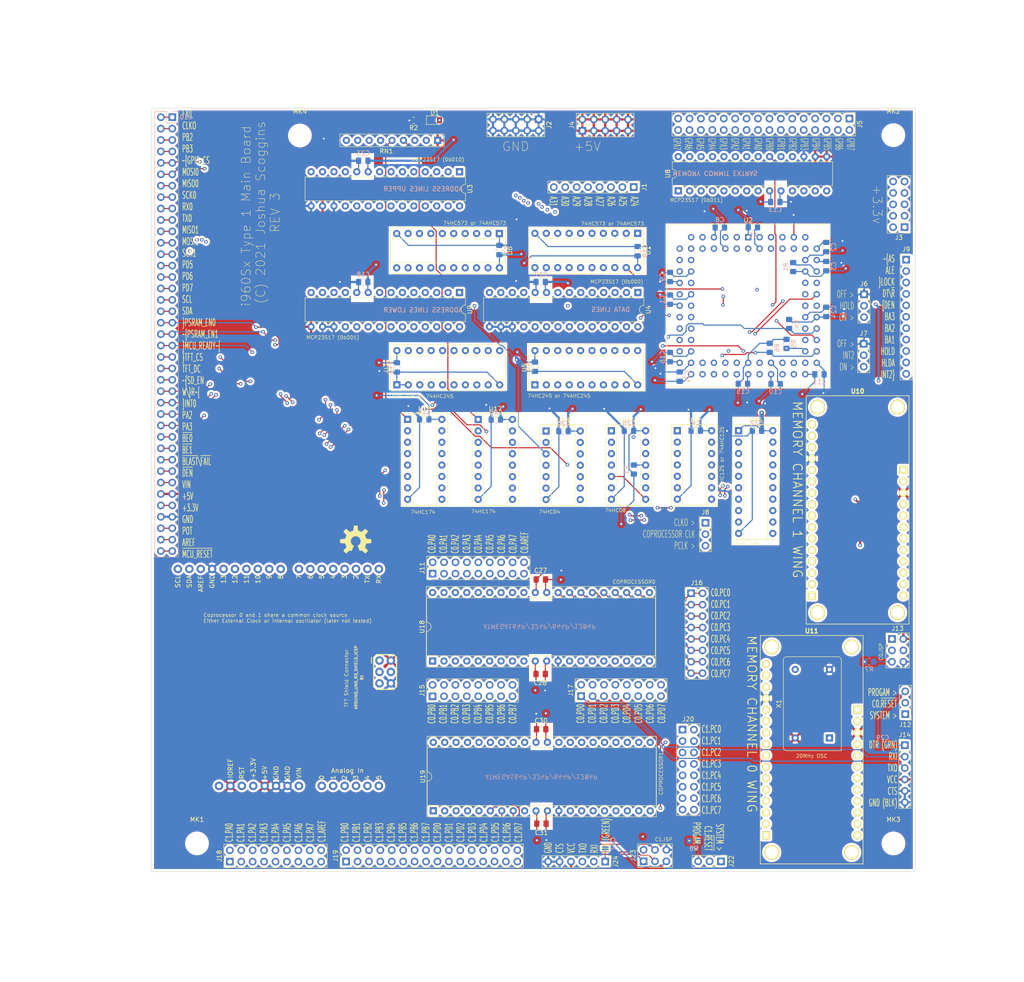
<source format=kicad_pcb>
(kicad_pcb (version 20171130) (host pcbnew 5.1.10)
  (layers (0 Front signal) (1 In1.Cu signal) (2 In2.Cu signal) (31 Back signal) (34 B.Paste user) (35 F.Paste user) (36 B.SilkS user) (37 F.SilkS user) (38 B.Mask user) (39 F.Mask user) (44 Edge.Cuts user))
  (net 0 "")
  (net 1 GND)
  (net 2 +5V)
  (net 3 /CLKO)
  (net 4 /~MCU_READY)
  (net 5 /MCU_FAIL)
  (net 6 /~RESET960)
  (net 7 /~BLAST~\~FAIL~)
  (net 8 /~BE1)
  (net 9 /~BE0)
  (net 10 /W\~R~)
  (net 11 /~INT3)
  (net 12 /~INT0)
  (net 13 /~AS)
  (net 14 /~DEN)
  (net 15 /HOLD)
  (net 16 /HLDA)
  (net 17 /~LOCK)
  (net 18 /DT\~R)
  (net 19 /ALE)
  (net 20 /BA3)
  (net 21 /BA2)
  (net 22 /BA1)
  (net 23 /D15)
  (net 24 /D14)
  (net 25 /D13)
  (net 26 /D12)
  (net 27 /D11)
  (net 28 /D10)
  (net 29 /D9)
  (net 30 /D8)
  (net 31 /D7)
  (net 32 /D6)
  (net 33 /D5)
  (net 34 /D4)
  (net 35 /D3)
  (net 36 /D2)
  (net 37 /D1)
  (net 38 /D0_OUT)
  (net 39 /A31)
  (net 40 /A30)
  (net 41 /A29)
  (net 42 /A28)
  (net 43 /A27)
  (net 44 /A26)
  (net 45 /A25)
  (net 46 /A24)
  (net 47 /A23)
  (net 48 /A22)
  (net 49 /A21)
  (net 50 /A20)
  (net 51 /A19)
  (net 52 /A18)
  (net 53 /A17)
  (net 54 /A16)
  (net 55 /A15)
  (net 56 /A14)
  (net 57 /A13)
  (net 58 /A12)
  (net 59 /A11)
  (net 60 /A10)
  (net 61 /A9)
  (net 62 /A8)
  (net 63 /A7)
  (net 64 /A6)
  (net 65 /A5)
  (net 66 /A4)
  (net 67 /A3)
  (net 68 /A2)
  (net 69 /A1)
  (net 70 /A0)
  (net 71 /INT1)
  (net 72 /INT2)
  (net 73 /~MR1)
  (net 74 /~MR0)
  (net 75 /AD15)
  (net 76 /AD14)
  (net 77 /AD13)
  (net 78 /AD12)
  (net 79 /AD11)
  (net 80 /AD10)
  (net 81 /AD9)
  (net 82 /AD8)
  (net 83 /AD7)
  (net 84 /AD6)
  (net 85 /AD5)
  (net 86 /AD4)
  (net 87 /AD3)
  (net 88 /AD2)
  (net 89 /AD1)
  (net 90 /D0)
  (net 91 /~READY960)
  (net 92 /CLKDIV2)
  (net 93 /Z0)
  (net 94 /FAIL_SYNC)
  (net 95 /Z1)
  (net 96 /VIN)
  (net 97 /TX0)
  (net 98 /SDA)
  (net 99 /SCL)
  (net 100 /SCK0)
  (net 101 /RX0)
  (net 102 /~MCU_RESET)
  (net 103 /MOSI0)
  (net 104 /MISO0)
  (net 105 "Net-(B1-PadD13)")
  (net 106 "Net-(B1-PadD12)")
  (net 107 "Net-(B1-PadD11)")
  (net 108 /~TFT_CS)
  (net 109 /TFT_DC)
  (net 110 /~SD_CS)
  (net 111 /AREF)
  (net 112 "Net-(B1-PadA5)")
  (net 113 "Net-(B1-PadA4)")
  (net 114 "Net-(B1-PadA3)")
  (net 115 "Net-(B1-PadA2)")
  (net 116 "Net-(B1-PadA1)")
  (net 117 "Net-(B1-PadA0)")
  (net 118 +3V3)
  (net 119 /~GPIO_CS)
  (net 120 /~PSRAM_GATE_EN)
  (net 121 "Net-(U2-Pad65)")
  (net 122 "Net-(U2-Pad50)")
  (net 123 "Net-(U2-Pad42)")
  (net 124 "Net-(U2-Pad23)")
  (net 125 "Net-(U2-Pad75)")
  (net 126 "Net-(U3-Pad20)")
  (net 127 "Net-(U3-Pad19)")
  (net 128 /~3V_PSRAM_EN1)
  (net 129 /~3V_PSRAM_EN2)
  (net 130 /3V_MISO1)
  (net 131 /3V_MOSI1)
  (net 132 /3V_SCK1)
  (net 133 /3V_MISO0)
  (net 134 /3V_MOSI0)
  (net 135 /3V_SCK0)
  (net 136 /MISO1)
  (net 137 /~PSRAM_EN2)
  (net 138 /~PSRAM_EN1)
  (net 139 "Net-(U10-Pad3)")
  (net 140 "Net-(U10-Pad1)")
  (net 141 "Net-(U11-Pad12)")
  (net 142 "Net-(U13-Pad12)")
  (net 143 "Net-(U13-Pad9)")
  (net 144 /MOSI1)
  (net 145 /SCK1)
  (net 146 /POT)
  (net 147 /PD7)
  (net 148 /PD6)
  (net 149 /PD5)
  (net 150 /PB3)
  (net 151 /PB2)
  (net 152 /GPB7)
  (net 153 /GPB6)
  (net 154 /GPB5)
  (net 155 /GPB4)
  (net 156 /GPB3)
  (net 157 /GPB2)
  (net 158 /GPB1)
  (net 159 /GPB0)
  (net 160 /GPA6)
  (net 161 /GPA7)
  (net 162 /~MR_EXP)
  (net 163 "Net-(RN1-Pad6)")
  (net 164 "Net-(RN1-Pad7)")
  (net 165 "Net-(B1-PadD2)")
  (net 166 "Net-(B1-PadD3)")
  (net 167 "Net-(B1-PadD5)")
  (net 168 "Net-(B1-PadD6)")
  (net 169 "Net-(B1-PadD7)")
  (net 170 "Net-(B1-PadD9)")
  (net 171 "Net-(D1-Pad1)")
  (net 172 /GPA5)
  (net 173 /GPA4)
  (net 174 /GPA3)
  (net 175 /GPA2)
  (net 176 /GPA1)
  (net 177 /GPA0)
  (net 178 /HOLD_BREAKOUT)
  (net 179 "Net-(U16-Pad8)")
  (net 180 /INT2_BREAKOUT)
  (net 181 "Net-(RN1-Pad3)")
  (net 182 "Net-(RN1-Pad2)")
  (net 183 "Net-(U4-Pad19)")
  (net 184 "Net-(U4-Pad20)")
  (net 185 "Net-(U8-Pad19)")
  (net 186 "Net-(U9-Pad19)")
  (net 187 "Net-(U9-Pad20)")
  (net 188 "Net-(U10-Pad16)")
  (net 189 "Net-(U10-Pad14)")
  (net 190 "Net-(U10-Pad12)")
  (net 191 "Net-(U10-Pad11)")
  (net 192 "Net-(U10-Pad10)")
  (net 193 "Net-(U10-Pad9)")
  (net 194 "Net-(U10-Pad8)")
  (net 195 "Net-(U10-Pad7)")
  (net 196 "Net-(U10-Pad2)")
  (net 197 "Net-(U10-Pad18)")
  (net 198 "Net-(U10-Pad17)")
  (net 199 "Net-(U10-Pad22)")
  (net 200 "Net-(U10-Pad23)")
  (net 201 "Net-(U10-Pad24)")
  (net 202 "Net-(U10-Pad25)")
  (net 203 "Net-(U10-Pad26)")
  (net 204 "Net-(U10-Pad27)")
  (net 205 "Net-(U10-Pad28)")
  (net 206 "Net-(U11-Pad16)")
  (net 207 "Net-(U11-Pad14)")
  (net 208 "Net-(U11-Pad11)")
  (net 209 "Net-(U11-Pad10)")
  (net 210 "Net-(U11-Pad9)")
  (net 211 "Net-(U11-Pad8)")
  (net 212 "Net-(U11-Pad7)")
  (net 213 "Net-(U11-Pad3)")
  (net 214 "Net-(U11-Pad2)")
  (net 215 "Net-(U11-Pad1)")
  (net 216 "Net-(U11-Pad18)")
  (net 217 "Net-(U11-Pad17)")
  (net 218 "Net-(U11-Pad22)")
  (net 219 "Net-(U11-Pad23)")
  (net 220 "Net-(U11-Pad24)")
  (net 221 "Net-(U11-Pad25)")
  (net 222 "Net-(U11-Pad26)")
  (net 223 "Net-(U11-Pad27)")
  (net 224 "Net-(U11-Pad28)")
  (net 225 "Net-(U13-Pad4)")
  (net 226 "Net-(U13-Pad2)")
  (net 227 "Net-(U14-Pad5)")
  (net 228 "Net-(U15-Pad10)")
  (net 229 "Net-(U15-Pad11)")
  (net 230 "Net-(U15-Pad4)")
  (net 231 "Net-(U15-Pad12)")
  (net 232 "Net-(U15-Pad5)")
  (net 233 "Net-(U15-Pad13)")
  (net 234 "Net-(U15-Pad6)")
  (net 235 "Net-(U15-Pad14)")
  (net 236 "Net-(U15-Pad7)")
  (net 237 "Net-(U15-Pad15)")
  (net 238 "Net-(U16-Pad11)")
  (net 239 "Net-(U16-Pad12)")
  (net 240 "Net-(U16-Pad9)")
  (net 241 "Net-(U17-Pad15)")
  (net 242 "Net-(U17-Pad14)")
  (net 243 "Net-(U17-Pad13)")
  (net 244 "Net-(U17-Pad12)")
  (net 245 "Net-(U17-Pad11)")
  (net 246 "Net-(U17-Pad10)")
  (net 247 /Sheet7D8CCC79/~PRG_RESET)
  (net 248 "Net-(C29-Pad1)")
  (net 249 /Sheet7D8CCC79/~RESET)
  (net 250 /PCLK)
  (net 251 "Net-(X1-Pad1)")
  (net 252 /EXTCLK)
  (net 253 /COPROC0_AREF)
  (net 254 /COPROC0_PA7)
  (net 255 /COPROC0_PA6)
  (net 256 /COPROC0_PA5)
  (net 257 /COPROC0_PA4)
  (net 258 /COPROC0_PA3)
  (net 259 /COPROC0_PA2)
  (net 260 /COPROC0_PA1)
  (net 261 /COPROC0_PA0)
  (net 262 /COPROC0_PB5)
  (net 263 /COPROC0_PB7)
  (net 264 /COPROC0_PB6)
  (net 265 /COPROC0_PD0)
  (net 266 /COPROC0_PD1)
  (net 267 /COPROC0_PB4)
  (net 268 /COPROC0_PB3)
  (net 269 /COPROC0_PB2)
  (net 270 /COPROC0_PB1)
  (net 271 /COPROC0_PB0)
  (net 272 /COPROC0_PC7)
  (net 273 /COPROC0_PC6)
  (net 274 /COPROC0_PC5)
  (net 275 /COPROC0_PC4)
  (net 276 /COPROC0_PC3)
  (net 277 /COPROC0_PC2)
  (net 278 /COPROC0_PC1)
  (net 279 /COPROC0_PC0)
  (net 280 /COPROC0_PD7)
  (net 281 /COPROC0_PD6)
  (net 282 /COPROC0_PD5)
  (net 283 /COPROC0_PD4)
  (net 284 /COPROC0_PD3)
  (net 285 /COPROC0_PD2)
  (net 286 /sheet847B5775/~PRG_RESET)
  (net 287 "Net-(C32-Pad1)")
  (net 288 /COPROC1_AREF)
  (net 289 /COPROC1_PA7)
  (net 290 /COPROC1_PA6)
  (net 291 /COPROC1_PA5)
  (net 292 /COPROC1_PA4)
  (net 293 /COPROC1_PA3)
  (net 294 /COPROC1_PA2)
  (net 295 /COPROC1_PA1)
  (net 296 /COPROC1_PA0)
  (net 297 /COPROC1_PB7)
  (net 298 /COPROC1_PB6)
  (net 299 /COPROC1_PB5)
  (net 300 /COPROC1_PB4)
  (net 301 /COPROC1_PB3)
  (net 302 /COPROC1_PB2)
  (net 303 /COPROC1_PB1)
  (net 304 /COPROC1_PB0)
  (net 305 /COPROC1_PC7)
  (net 306 /COPROC1_PC6)
  (net 307 /COPROC1_PC5)
  (net 308 /COPROC1_PC4)
  (net 309 /COPROC1_PC3)
  (net 310 /COPROC1_PC2)
  (net 311 /COPROC1_PC1)
  (net 312 /COPROC1_PC0)
  (net 313 /COPROC1_PD7)
  (net 314 /COPROC1_PD6)
  (net 315 /COPROC1_PD5)
  (net 316 /COPROC1_PD4)
  (net 317 /COPROC1_PD3)
  (net 318 /COPROC1_PD2)
  (net 319 /COPROC1_PD1)
  (net 320 /COPROC1_PD0)
  (net 321 /sheet847B5775/~RESET)
  (module descampsa/CreativeCommon.pretty:CreativeCommonShareAlikeCopperSmall (layer Front) (at 54.01056 126.22022)
    (fp_text reference REF** hide)
    (fp_text value CreativeCommonShareAlikeCopperSmall)
    (fp_arc (start 0 0) (end -1 -0.58) (angle 300) (layer Front) (width 0.5))
    (fp_line (start -1.2 0.4) (end -1.18 0.6) (layer Front) (width 0.15))
    (fp_line (start -0.8 0.4) (end -0.7 0.7) (layer Front) (width 0.15))
    (fp_line (start -0.8 0.4) (end -1.2 0.4) (layer Front) (width 0.15))
    (fp_line (start -1.125 -0.5) (end -0.725 -0.5) (layer Front) (width 0.25))
    (fp_line (start -1.125 -0.4) (end -0.725 -0.4) (layer Front) (width 0.2))
    (fp_line (start -0.925 -0.2) (end -0.925 -0.1) (layer Front) (width 0.15))
    (fp_line (start -0.825 -0.3) (end -1.025 -0.3) (layer Front) (width 0.2))
    (fp_line (start -0.525 -0.6) (end -0.925 0) (layer Front) (width 0.1))
    (fp_line (start -0.925 0) (end -1.325 -0.6) (layer Front) (width 0.1))
    (fp_line (start -1.325 -0.6) (end -0.525 -0.6) (layer Front) (width 0.1))
    (fp_circle (center 0 0) (end 2.5 0) (layer Front) (width 0.5))
  )
  (module descampsa/CreativeCommon.pretty:CreativeCommonCopperSmall (layer Front) (at 40.99814 126.33452)
    (fp_text reference REF** hide)
    (fp_text value CreativeCommonCopperSmall)
    (fp_arc (start -0.75 0) (end -0.25 0.5) (angle 270) (layer Front) (width 0.5))
    (fp_arc (start 1 0) (end 1.5 0.5) (angle 270) (layer Front) (width 0.5))
    (fp_circle (center 0 0) (end 2.5 0) (layer Front) (width 0.5))
  )
  (module descampsa/CreativeCommon.pretty:CreativeCommonAttributionCopperSmall (layer Front) (at 47.58944 126.2761)
    (fp_text reference REF** hide)
    (fp_text value CreativeCommonAttributionCopperSmall)
    (fp_line (start 0.2 0.4) (end 0.2 1.6) (layer Front) (width 0.2))
    (fp_line (start 0 0.4) (end 0 1.6) (layer Front) (width 0.2))
    (fp_line (start -0.2 0.4) (end -0.2 1.6) (layer Front) (width 0.2))
    (fp_line (start 0.4 -0.8) (end 0.4 0.4) (layer Front) (width 0.2))
    (fp_line (start 0.2 -0.8) (end 0.2 0.4) (layer Front) (width 0.2))
    (fp_line (start 0 -0.8) (end 0 0.4) (layer Front) (width 0.2))
    (fp_line (start -0.2 -0.8) (end -0.2 0.4) (layer Front) (width 0.2))
    (fp_line (start -0.4 -0.8) (end -0.4 0.4) (layer Front) (width 0.2))
    (fp_line (start -0.3 1.6) (end 0.3 1.6) (layer Front) (width 0.2))
    (fp_line (start 0.3 0.4) (end 0.3 1.6) (layer Front) (width 0.2))
    (fp_line (start -0.3 0.4) (end -0.3 1.6) (layer Front) (width 0.2))
    (fp_line (start -0.6 -0.8) (end -0.6 0.4) (layer Front) (width 0.2))
    (fp_line (start -0.6 0.4) (end 0.6 0.4) (layer Front) (width 0.2))
    (fp_line (start 0.6 0.4) (end 0.6 -0.8) (layer Front) (width 0.2))
    (fp_line (start -0.6 -0.8) (end 0.6 -0.8) (layer Front) (width 0.2))
    (fp_circle (center 0 -1.5) (end -0.2 -1.5) (layer Front) (width 0.4))
    (fp_circle (center 0 0) (end 2.5 0) (layer Front) (width 0.5))
  )
  (module Aesthetics:OSHW-LOGO-L (layer Front) (at 62.37986 126.3269)
    (fp_text reference "" (at 0 0) (layer F.SilkS) (effects (font (size 1.524 1.524))))
    (fp_text value "" (at 0 0) (layer F.SilkS) (effects (font (size 1.524 1.524))))
  )
  (module Resistor_SMD:R_0805_2012Metric_Pad1.20x1.40mm_HandSolder (layer Back) (at 137.58418 193.02476)
    (fp_text reference R8 (at 0 1.65) (layer B.SilkS) (effects (justify mirror)))
    (fp_text value 10k)
    (pad 2 smd roundrect (at 1 0) (size 1.2 1.4) (layers Back B.Paste B.Mask) (roundrect_rratio 0.208333) (net 286 /sheet847B5775/~PRG_RESET))
    (pad 1 smd roundrect (at -1 0) (size 1.2 1.4) (layers Back B.Paste B.Mask) (roundrect_rratio 0.208333) (net 2 +5V))
  )
  (module Resistor_SMD:R_0805_2012Metric_Pad1.20x1.40mm_HandSolder (layer Back) (at 176.6062 153.1493)
    (fp_text reference R7 (at 0 1.65) (layer B.SilkS) (effects (justify mirror)))
    (fp_text value 10k)
    (pad 2 smd roundrect (at 1 0) (size 1.2 1.4) (layers Back B.Paste B.Mask) (roundrect_rratio 0.208333) (net 247 /Sheet7D8CCC79/~PRG_RESET))
    (pad 1 smd roundrect (at -1 0) (size 1.2 1.4) (layers Back B.Paste B.Mask) (roundrect_rratio 0.208333) (net 2 +5V))
  )
  (module Boards:UNO_R3_SHIELD_ICSP (layer Front) (at 43.3959 156.64434 270)
    (fp_text reference B1 (at 0 -20.32 90) (layer F.SilkS) (effects (font (size 0.6096 0.6096) (thickness 0.127))))
    (fp_text value ARDUINO_UNO_R3_SHIELD_ICSP (at 0 -19.05 90) (layer F.SilkS) (effects (font (size 0.6096 0.6096) (thickness 0.127))))
    (fp_text user GND (at 21.2217 -1.27 270) (layer F.SilkS) (effects (font (size 1.016 1.016) (thickness 0.1524))))
    (fp_text user GND (at 21.2217 -3.81 270) (layer F.SilkS) (effects (font (size 1.016 1.016) (thickness 0.1524))))
    (fp_text user +5V (at 21.2217 1.27 270) (layer F.SilkS) (effects (font (size 1.016 1.016) (thickness 0.1524))))
    (fp_text user RST (at 21.2217 6.35 270) (layer F.SilkS) (effects (font (size 1.016 1.016) (thickness 0.1524))))
    (fp_text user VIN (at 21.2217 -6.35 270) (layer F.SilkS) (effects (font (size 1.016 1.016) (thickness 0.1524))))
    (fp_text user +3.3V (at 20.2057 3.81 270) (layer F.SilkS) (effects (font (size 1.016 1.016) (thickness 0.1524))))
    (fp_text user 0 (at 22.2377 -11.43 270) (layer F.SilkS) (effects (font (size 1.016 1.016) (thickness 0.1524))))
    (fp_text user 1 (at 22.2377 -13.97 270) (layer F.SilkS) (effects (font (size 1.016 1.016) (thickness 0.1524))))
    (fp_text user 2 (at 22.2377 -16.51 270) (layer F.SilkS) (effects (font (size 1.016 1.016) (thickness 0.1524))))
    (fp_text user 3 (at 22.2377 -19.05 270) (layer F.SilkS) (effects (font (size 1.016 1.016) (thickness 0.1524))))
    (fp_text user 4 (at 22.2377 -21.59 270) (layer F.SilkS) (effects (font (size 1.016 1.016) (thickness 0.1524))))
    (fp_text user 5 (at 22.2377 -24.13 270) (layer F.SilkS) (effects (font (size 1.016 1.016) (thickness 0.1524))))
    (fp_text user "Analog In" (at 20.7137 -17.145 180) (layer F.SilkS) (effects (font (size 1.016 1.016) (thickness 0.1524))))
    (fp_text user GND (at -21.336 12.954 90) (layer F.SilkS) (effects (font (size 1.016 1.016) (thickness 0.1524))))
    (fp_text user 13 (at -21.844 10.414 90) (layer F.SilkS) (effects (font (size 1.016 1.016) (thickness 0.1524))))
    (fp_text user 12 (at -21.844 7.874 90) (layer F.SilkS) (effects (font (size 1.016 1.016) (thickness 0.1524))))
    (fp_text user 11 (at -21.844 5.334 90) (layer F.SilkS) (effects (font (size 1.016 1.016) (thickness 0.1524))))
    (fp_text user AREF (at -20.828 15.494 90) (layer F.SilkS) (effects (font (size 1.016 1.016) (thickness 0.1524))))
    (fp_text user 10 (at -21.844 2.794 90) (layer F.SilkS) (effects (font (size 1.016 1.016) (thickness 0.1524))))
    (fp_text user 9 (at -22.352 0.254 90) (layer F.SilkS) (effects (font (size 1.016 1.016) (thickness 0.1524))))
    (fp_text user 8 (at -22.352 -2.286 90) (layer F.SilkS) (effects (font (size 1.016 1.016) (thickness 0.1524))))
    (fp_text user 7 (at -22.352 -6.35 90) (layer F.SilkS) (effects (font (size 1.016 1.016) (thickness 0.1524))))
    (fp_text user 6 (at -22.352 -8.89 90) (layer F.SilkS) (effects (font (size 1.016 1.016) (thickness 0.1524))))
    (fp_text user 5 (at -22.352 -11.43 90) (layer F.SilkS) (effects (font (size 1.016 1.016) (thickness 0.1524))))
    (fp_text user 4 (at -22.352 -13.97 90) (layer F.SilkS) (effects (font (size 1.016 1.016) (thickness 0.1524))))
    (fp_text user 3 (at -22.352 -16.51 90) (layer F.SilkS) (effects (font (size 1.016 1.016) (thickness 0.1524))))
    (fp_text user 2 (at -22.352 -19.05 90) (layer F.SilkS) (effects (font (size 1.016 1.016) (thickness 0.1524))))
    (fp_text user TX (at -21.844 -21.59 90) (layer F.SilkS) (effects (font (size 1.016 1.016) (thickness 0.1524))))
    (fp_text user RX (at -21.844 -24.13 90) (layer F.SilkS) (effects (font (size 1.016 1.016) (thickness 0.1524))))
    (fp_text user SDA (at -21.336 18.034 90) (layer F.SilkS) (effects (font (size 1.016 1.016) (thickness 0.1524))))
    (fp_text user SCL (at -21.336 20.574 90) (layer F.SilkS) (effects (font (size 1.016 1.016) (thickness 0.1524))))
    (fp_text user IOREF (at 20.2057 8.89 270) (layer F.SilkS) (effects (font (size 1.016 1.016) (thickness 0.1524))))
    (pad 3.3V thru_hole circle (at 24.13 3.81 270) (size 1.8796 1.8796) (drill 1.016) (layers *.Cu *.Mask) (net 118 +3V3))
    (pad 5V thru_hole circle (at 24.13 1.27 270) (size 1.8796 1.8796) (drill 1.016) (layers *.Cu *.Mask) (net 2 +5V))
    (pad 5V_I thru_hole circle (at -3.7592 -26.8097 270) (size 1.8796 1.8796) (drill 1.016) (layers *.Cu *.Mask) (net 2 +5V))
    (pad A0 thru_hole circle (at 24.13 -11.43 270) (size 1.8796 1.8796) (drill 1.016) (layers *.Cu *.Mask) (net 117 "Net-(B1-PadA0)"))
    (pad A1 thru_hole circle (at 24.13 -13.97 270) (size 1.8796 1.8796) (drill 1.016) (layers *.Cu *.Mask) (net 116 "Net-(B1-PadA1)"))
    (pad A2 thru_hole circle (at 24.13 -16.51 270) (size 1.8796 1.8796) (drill 1.016) (layers *.Cu *.Mask) (net 115 "Net-(B1-PadA2)"))
    (pad A3 thru_hole circle (at 24.13 -19.05 270) (size 1.8796 1.8796) (drill 1.016) (layers *.Cu *.Mask) (net 114 "Net-(B1-PadA3)"))
    (pad A4 thru_hole circle (at 24.13 -21.59 270) (size 1.8796 1.8796) (drill 1.016) (layers *.Cu *.Mask) (net 113 "Net-(B1-PadA4)"))
    (pad A5 thru_hole circle (at 24.13 -24.13 270) (size 1.8796 1.8796) (drill 1.016) (layers *.Cu *.Mask) (net 112 "Net-(B1-PadA5)"))
    (pad AREF thru_hole circle (at -24.13 15.494 270) (size 1.8796 1.8796) (drill 1.016) (layers *.Cu *.Mask) (net 111 /AREF))
    (pad D2 thru_hole circle (at -24.13 -19.05 270) (size 1.8796 1.8796) (drill 1.016) (layers *.Cu *.Mask) (net 165 "Net-(B1-PadD2)"))
    (pad D3 thru_hole circle (at -24.13 -16.51 270) (size 1.8796 1.8796) (drill 1.016) (layers *.Cu *.Mask) (net 166 "Net-(B1-PadD3)"))
    (pad D4 thru_hole circle (at -24.13 -13.97 270) (size 1.8796 1.8796) (drill 1.016) (layers *.Cu *.Mask) (net 110 /~SD_CS))
    (pad D5 thru_hole circle (at -24.13 -11.43 270) (size 1.8796 1.8796) (drill 1.016) (layers *.Cu *.Mask) (net 167 "Net-(B1-PadD5)"))
    (pad D6 thru_hole circle (at -24.13 -8.89 270) (size 1.8796 1.8796) (drill 1.016) (layers *.Cu *.Mask) (net 168 "Net-(B1-PadD6)"))
    (pad D7 thru_hole circle (at -24.13 -6.35 270) (size 1.8796 1.8796) (drill 1.016) (layers *.Cu *.Mask) (net 169 "Net-(B1-PadD7)"))
    (pad D8 thru_hole circle (at -24.13 -2.286 270) (size 1.8796 1.8796) (drill 1.016) (layers *.Cu *.Mask) (net 109 /TFT_DC))
    (pad D9 thru_hole circle (at -24.13 0.254 270) (size 1.8796 1.8796) (drill 1.016) (layers *.Cu *.Mask) (net 170 "Net-(B1-PadD9)"))
    (pad D10 thru_hole circle (at -24.13 2.794 270) (size 1.8796 1.8796) (drill 1.016) (layers *.Cu *.Mask) (net 108 /~TFT_CS))
    (pad D11 thru_hole circle (at -24.13 5.334 270) (size 1.8796 1.8796) (drill 1.016) (layers *.Cu *.Mask) (net 107 "Net-(B1-PadD11)"))
    (pad D12 thru_hole circle (at -24.13 7.874 270) (size 1.8796 1.8796) (drill 1.016) (layers *.Cu *.Mask) (net 106 "Net-(B1-PadD12)"))
    (pad D13 thru_hole circle (at -24.13 10.414 270) (size 1.8796 1.8796) (drill 1.016) (layers *.Cu *.Mask) (net 105 "Net-(B1-PadD13)"))
    (pad GND@ thru_hole circle (at 24.13 -1.27 270) (size 1.8796 1.8796) (drill 1.016) (layers *.Cu *.Mask) (net 1 GND))
    (pad GND@ thru_hole circle (at 24.13 -3.81 270) (size 1.8796 1.8796) (drill 1.016) (layers *.Cu *.Mask) (net 1 GND))
    (pad GND@ thru_hole circle (at -24.13 12.954 270) (size 1.8796 1.8796) (drill 1.016) (layers *.Cu *.Mask) (net 1 GND))
    (pad GND_ thru_hole circle (at 1.31826 -26.8097 270) (size 1.8796 1.8796) (drill 1.016) (layers *.Cu *.Mask) (net 1 GND))
    (pad IORE thru_hole circle (at 24.13 8.89 270) (size 1.8796 1.8796) (drill 1.016) (layers *.Cu *.Mask) (net 2 +5V))
    (pad MISO thru_hole circle (at -3.7592 -24.2697 270) (size 1.8796 1.8796) (drill 1.016) (layers *.Cu *.Mask) (net 104 /MISO0))
    (pad MOSI thru_hole circle (at -1.2192 -26.8097 270) (size 1.8796 1.8796) (drill 1.016) (layers *.Cu *.Mask) (net 103 /MOSI0))
    (pad NC thru_hole circle (at 24.13 11.43 270) (size 1.8796 1.8796) (drill 1.016) (layers *.Cu *.Mask))
    (pad RES thru_hole circle (at 24.13 6.35 270) (size 1.8796 1.8796) (drill 1.016) (layers *.Cu *.Mask) (net 102 /~MCU_RESET))
    (pad RST_ thru_hole circle (at 1.31826 -24.2697 270) (size 1.8796 1.8796) (drill 1.016) (layers *.Cu *.Mask) (net 102 /~MCU_RESET))
    (pad RX thru_hole circle (at -24.13 -24.13 270) (size 1.8796 1.8796) (drill 1.016) (layers *.Cu *.Mask) (net 101 /RX0))
    (pad SCK thru_hole circle (at -1.2192 -24.2697 270) (size 1.8796 1.8796) (drill 1.016) (layers *.Cu *.Mask) (net 100 /SCK0))
    (pad SCL thru_hole circle (at -24.13 20.574 270) (size 1.8796 1.8796) (drill 1.016) (layers *.Cu *.Mask) (net 99 /SCL))
    (pad SDA thru_hole circle (at -24.13 18.034 270) (size 1.8796 1.8796) (drill 1.016) (layers *.Cu *.Mask) (net 98 /SDA))
    (pad TX thru_hole circle (at -24.13 -21.59 270) (size 1.8796 1.8796) (drill 1.016) (layers *.Cu *.Mask) (net 97 /TX0))
    (pad VIN thru_hole circle (at 24.13 -6.35 270) (size 1.8796 1.8796) (drill 1.016) (layers *.Cu *.Mask) (net 96 /VIN))
  )
  (module Connector_PinHeader_2.54mm:PinHeader_2x16_P2.54mm_Vertical (layer Front) (at 60.24118 197.60946 90)
    (fp_text reference J19 (at 1.27 -2.33 90) (layer F.SilkS))
    (fp_text value Conn_02x16_Odd_Even)
    (pad 32 thru_hole oval (at 2.54 38.1 90) (size 1.7 1.7) (drill 1) (layers *.Cu *.Mask) (net 313 /COPROC1_PD7))
    (pad 31 thru_hole oval (at 0 38.1 90) (size 1.7 1.7) (drill 1) (layers *.Cu *.Mask) (net 313 /COPROC1_PD7))
    (pad 30 thru_hole oval (at 2.54 35.56 90) (size 1.7 1.7) (drill 1) (layers *.Cu *.Mask) (net 314 /COPROC1_PD6))
    (pad 29 thru_hole oval (at 0 35.56 90) (size 1.7 1.7) (drill 1) (layers *.Cu *.Mask) (net 314 /COPROC1_PD6))
    (pad 28 thru_hole oval (at 2.54 33.02 90) (size 1.7 1.7) (drill 1) (layers *.Cu *.Mask) (net 315 /COPROC1_PD5))
    (pad 27 thru_hole oval (at 0 33.02 90) (size 1.7 1.7) (drill 1) (layers *.Cu *.Mask) (net 315 /COPROC1_PD5))
    (pad 26 thru_hole oval (at 2.54 30.48 90) (size 1.7 1.7) (drill 1) (layers *.Cu *.Mask) (net 316 /COPROC1_PD4))
    (pad 25 thru_hole oval (at 0 30.48 90) (size 1.7 1.7) (drill 1) (layers *.Cu *.Mask) (net 316 /COPROC1_PD4))
    (pad 24 thru_hole oval (at 2.54 27.94 90) (size 1.7 1.7) (drill 1) (layers *.Cu *.Mask) (net 317 /COPROC1_PD3))
    (pad 23 thru_hole oval (at 0 27.94 90) (size 1.7 1.7) (drill 1) (layers *.Cu *.Mask) (net 317 /COPROC1_PD3))
    (pad 22 thru_hole oval (at 2.54 25.4 90) (size 1.7 1.7) (drill 1) (layers *.Cu *.Mask) (net 318 /COPROC1_PD2))
    (pad 21 thru_hole oval (at 0 25.4 90) (size 1.7 1.7) (drill 1) (layers *.Cu *.Mask) (net 318 /COPROC1_PD2))
    (pad 20 thru_hole oval (at 2.54 22.86 90) (size 1.7 1.7) (drill 1) (layers *.Cu *.Mask) (net 319 /COPROC1_PD1))
    (pad 19 thru_hole oval (at 0 22.86 90) (size 1.7 1.7) (drill 1) (layers *.Cu *.Mask) (net 319 /COPROC1_PD1))
    (pad 18 thru_hole oval (at 2.54 20.32 90) (size 1.7 1.7) (drill 1) (layers *.Cu *.Mask) (net 320 /COPROC1_PD0))
    (pad 17 thru_hole oval (at 0 20.32 90) (size 1.7 1.7) (drill 1) (layers *.Cu *.Mask) (net 320 /COPROC1_PD0))
    (pad 16 thru_hole oval (at 2.54 17.78 90) (size 1.7 1.7) (drill 1) (layers *.Cu *.Mask) (net 297 /COPROC1_PB7))
    (pad 15 thru_hole oval (at 0 17.78 90) (size 1.7 1.7) (drill 1) (layers *.Cu *.Mask) (net 297 /COPROC1_PB7))
    (pad 14 thru_hole oval (at 2.54 15.24 90) (size 1.7 1.7) (drill 1) (layers *.Cu *.Mask) (net 298 /COPROC1_PB6))
    (pad 13 thru_hole oval (at 0 15.24 90) (size 1.7 1.7) (drill 1) (layers *.Cu *.Mask) (net 298 /COPROC1_PB6))
    (pad 12 thru_hole oval (at 2.54 12.7 90) (size 1.7 1.7) (drill 1) (layers *.Cu *.Mask) (net 299 /COPROC1_PB5))
    (pad 11 thru_hole oval (at 0 12.7 90) (size 1.7 1.7) (drill 1) (layers *.Cu *.Mask) (net 299 /COPROC1_PB5))
    (pad 10 thru_hole oval (at 2.54 10.16 90) (size 1.7 1.7) (drill 1) (layers *.Cu *.Mask) (net 300 /COPROC1_PB4))
    (pad 9 thru_hole oval (at 0 10.16 90) (size 1.7 1.7) (drill 1) (layers *.Cu *.Mask) (net 300 /COPROC1_PB4))
    (pad 8 thru_hole oval (at 2.54 7.62 90) (size 1.7 1.7) (drill 1) (layers *.Cu *.Mask) (net 301 /COPROC1_PB3))
    (pad 7 thru_hole oval (at 0 7.62 90) (size 1.7 1.7) (drill 1) (layers *.Cu *.Mask) (net 301 /COPROC1_PB3))
    (pad 6 thru_hole oval (at 2.54 5.08 90) (size 1.7 1.7) (drill 1) (layers *.Cu *.Mask) (net 302 /COPROC1_PB2))
    (pad 5 thru_hole oval (at 0 5.08 90) (size 1.7 1.7) (drill 1) (layers *.Cu *.Mask) (net 302 /COPROC1_PB2))
    (pad 4 thru_hole oval (at 2.54 2.54 90) (size 1.7 1.7) (drill 1) (layers *.Cu *.Mask) (net 303 /COPROC1_PB1))
    (pad 3 thru_hole oval (at 0 2.54 90) (size 1.7 1.7) (drill 1) (layers *.Cu *.Mask) (net 303 /COPROC1_PB1))
    (pad 2 thru_hole oval (at 2.54 0 90) (size 1.7 1.7) (drill 1) (layers *.Cu *.Mask) (net 304 /COPROC1_PB0))
    (pad 1 thru_hole rect (at 0 0 90) (size 1.7 1.7) (drill 1) (layers *.Cu *.Mask) (net 304 /COPROC1_PB0))
  )
  (module Package_DIP:DIP-40_W15.24mm_Socket (layer Front) (at 79.63662 186.32424 90)
    (fp_text reference U19 (at 7.62 -2.33 90) (layer F.SilkS))
    (fp_text value ATmega1284P-PU)
    (pad 40 thru_hole oval (at 15.24 0 90) (size 1.6 1.6) (drill 0.8) (layers *.Cu *.Mask) (net 296 /COPROC1_PA0))
    (pad 20 thru_hole oval (at 0 48.26 90) (size 1.6 1.6) (drill 0.8) (layers *.Cu *.Mask) (net 314 /COPROC1_PD6))
    (pad 39 thru_hole oval (at 15.24 2.54 90) (size 1.6 1.6) (drill 0.8) (layers *.Cu *.Mask) (net 295 /COPROC1_PA1))
    (pad 19 thru_hole oval (at 0 45.72 90) (size 1.6 1.6) (drill 0.8) (layers *.Cu *.Mask) (net 315 /COPROC1_PD5))
    (pad 38 thru_hole oval (at 15.24 5.08 90) (size 1.6 1.6) (drill 0.8) (layers *.Cu *.Mask) (net 294 /COPROC1_PA2))
    (pad 18 thru_hole oval (at 0 43.18 90) (size 1.6 1.6) (drill 0.8) (layers *.Cu *.Mask) (net 316 /COPROC1_PD4))
    (pad 37 thru_hole oval (at 15.24 7.62 90) (size 1.6 1.6) (drill 0.8) (layers *.Cu *.Mask) (net 293 /COPROC1_PA3))
    (pad 17 thru_hole oval (at 0 40.64 90) (size 1.6 1.6) (drill 0.8) (layers *.Cu *.Mask) (net 317 /COPROC1_PD3))
    (pad 36 thru_hole oval (at 15.24 10.16 90) (size 1.6 1.6) (drill 0.8) (layers *.Cu *.Mask) (net 292 /COPROC1_PA4))
    (pad 16 thru_hole oval (at 0 38.1 90) (size 1.6 1.6) (drill 0.8) (layers *.Cu *.Mask) (net 318 /COPROC1_PD2))
    (pad 35 thru_hole oval (at 15.24 12.7 90) (size 1.6 1.6) (drill 0.8) (layers *.Cu *.Mask) (net 291 /COPROC1_PA5))
    (pad 15 thru_hole oval (at 0 35.56 90) (size 1.6 1.6) (drill 0.8) (layers *.Cu *.Mask) (net 319 /COPROC1_PD1))
    (pad 34 thru_hole oval (at 15.24 15.24 90) (size 1.6 1.6) (drill 0.8) (layers *.Cu *.Mask) (net 290 /COPROC1_PA6))
    (pad 14 thru_hole oval (at 0 33.02 90) (size 1.6 1.6) (drill 0.8) (layers *.Cu *.Mask) (net 320 /COPROC1_PD0))
    (pad 33 thru_hole oval (at 15.24 17.78 90) (size 1.6 1.6) (drill 0.8) (layers *.Cu *.Mask) (net 289 /COPROC1_PA7))
    (pad 13 thru_hole oval (at 0 30.48 90) (size 1.6 1.6) (drill 0.8) (layers *.Cu *.Mask) (net 252 /EXTCLK))
    (pad 32 thru_hole oval (at 15.24 20.32 90) (size 1.6 1.6) (drill 0.8) (layers *.Cu *.Mask) (net 288 /COPROC1_AREF))
    (pad 12 thru_hole oval (at 0 27.94 90) (size 1.6 1.6) (drill 0.8) (layers *.Cu *.Mask) (net 1 GND))
    (pad 31 thru_hole oval (at 15.24 22.86 90) (size 1.6 1.6) (drill 0.8) (layers *.Cu *.Mask) (net 1 GND))
    (pad 11 thru_hole oval (at 0 25.4 90) (size 1.6 1.6) (drill 0.8) (layers *.Cu *.Mask) (net 1 GND))
    (pad 30 thru_hole oval (at 15.24 25.4 90) (size 1.6 1.6) (drill 0.8) (layers *.Cu *.Mask) (net 2 +5V))
    (pad 10 thru_hole oval (at 0 22.86 90) (size 1.6 1.6) (drill 0.8) (layers *.Cu *.Mask) (net 2 +5V))
    (pad 29 thru_hole oval (at 15.24 27.94 90) (size 1.6 1.6) (drill 0.8) (layers *.Cu *.Mask) (net 305 /COPROC1_PC7))
    (pad 9 thru_hole oval (at 0 20.32 90) (size 1.6 1.6) (drill 0.8) (layers *.Cu *.Mask) (net 321 /sheet847B5775/~RESET))
    (pad 28 thru_hole oval (at 15.24 30.48 90) (size 1.6 1.6) (drill 0.8) (layers *.Cu *.Mask) (net 306 /COPROC1_PC6))
    (pad 8 thru_hole oval (at 0 17.78 90) (size 1.6 1.6) (drill 0.8) (layers *.Cu *.Mask) (net 297 /COPROC1_PB7))
    (pad 27 thru_hole oval (at 15.24 33.02 90) (size 1.6 1.6) (drill 0.8) (layers *.Cu *.Mask) (net 307 /COPROC1_PC5))
    (pad 7 thru_hole oval (at 0 15.24 90) (size 1.6 1.6) (drill 0.8) (layers *.Cu *.Mask) (net 298 /COPROC1_PB6))
    (pad 26 thru_hole oval (at 15.24 35.56 90) (size 1.6 1.6) (drill 0.8) (layers *.Cu *.Mask) (net 308 /COPROC1_PC4))
    (pad 6 thru_hole oval (at 0 12.7 90) (size 1.6 1.6) (drill 0.8) (layers *.Cu *.Mask) (net 299 /COPROC1_PB5))
    (pad 25 thru_hole oval (at 15.24 38.1 90) (size 1.6 1.6) (drill 0.8) (layers *.Cu *.Mask) (net 309 /COPROC1_PC3))
    (pad 5 thru_hole oval (at 0 10.16 90) (size 1.6 1.6) (drill 0.8) (layers *.Cu *.Mask) (net 300 /COPROC1_PB4))
    (pad 24 thru_hole oval (at 15.24 40.64 90) (size 1.6 1.6) (drill 0.8) (layers *.Cu *.Mask) (net 310 /COPROC1_PC2))
    (pad 4 thru_hole oval (at 0 7.62 90) (size 1.6 1.6) (drill 0.8) (layers *.Cu *.Mask) (net 301 /COPROC1_PB3))
    (pad 23 thru_hole oval (at 15.24 43.18 90) (size 1.6 1.6) (drill 0.8) (layers *.Cu *.Mask) (net 311 /COPROC1_PC1))
    (pad 3 thru_hole oval (at 0 5.08 90) (size 1.6 1.6) (drill 0.8) (layers *.Cu *.Mask) (net 302 /COPROC1_PB2))
    (pad 22 thru_hole oval (at 15.24 45.72 90) (size 1.6 1.6) (drill 0.8) (layers *.Cu *.Mask) (net 312 /COPROC1_PC0))
    (pad 2 thru_hole oval (at 0 2.54 90) (size 1.6 1.6) (drill 0.8) (layers *.Cu *.Mask) (net 303 /COPROC1_PB1))
    (pad 21 thru_hole oval (at 15.24 48.26 90) (size 1.6 1.6) (drill 0.8) (layers *.Cu *.Mask) (net 313 /COPROC1_PD7))
    (pad 1 thru_hole rect (at 0 0 90) (size 1.6 1.6) (drill 0.8) (layers *.Cu *.Mask) (net 304 /COPROC1_PB0))
  )
  (module Connector_PinHeader_2.54mm:PinHeader_1x06_P2.54mm_Vertical (layer Front) (at 117.88902 197.61708 270)
    (fp_text reference J24 (at 0 -2.33 90) (layer F.SilkS))
    (fp_text value "Conn_01x06 (Serial Connector)")
    (pad 6 thru_hole oval (at 0 12.7 270) (size 1.7 1.7) (drill 1) (layers *.Cu *.Mask) (net 1 GND))
    (pad 5 thru_hole oval (at 0 10.16 270) (size 1.7 1.7) (drill 1) (layers *.Cu *.Mask) (net 1 GND))
    (pad 4 thru_hole oval (at 0 7.62 270) (size 1.7 1.7) (drill 1) (layers *.Cu *.Mask) (net 2 +5V))
    (pad 3 thru_hole oval (at 0 5.08 270) (size 1.7 1.7) (drill 1) (layers *.Cu *.Mask) (net 320 /COPROC1_PD0))
    (pad 2 thru_hole oval (at 0 2.54 270) (size 1.7 1.7) (drill 1) (layers *.Cu *.Mask) (net 319 /COPROC1_PD1))
    (pad 1 thru_hole rect (at 0 0 270) (size 1.7 1.7) (drill 1) (layers *.Cu *.Mask) (net 287 "Net-(C32-Pad1)"))
  )
  (module Connector_PinHeader_2.54mm:PinHeader_2x03_P2.54mm_Vertical (layer Front) (at 126.42342 197.55358 90)
    (fp_text reference J23 (at 1.27 -2.33 90) (layer F.SilkS))
    (fp_text value AVR-ISP-6)
    (pad 6 thru_hole oval (at 2.54 5.08 90) (size 1.7 1.7) (drill 1) (layers *.Cu *.Mask) (net 1 GND))
    (pad 5 thru_hole oval (at 0 5.08 90) (size 1.7 1.7) (drill 1) (layers *.Cu *.Mask) (net 286 /sheet847B5775/~PRG_RESET))
    (pad 4 thru_hole oval (at 2.54 2.54 90) (size 1.7 1.7) (drill 1) (layers *.Cu *.Mask) (net 299 /COPROC1_PB5))
    (pad 3 thru_hole oval (at 0 2.54 90) (size 1.7 1.7) (drill 1) (layers *.Cu *.Mask) (net 297 /COPROC1_PB7))
    (pad 2 thru_hole oval (at 2.54 0 90) (size 1.7 1.7) (drill 1) (layers *.Cu *.Mask) (net 2 +5V))
    (pad 1 thru_hole rect (at 0 0 90) (size 1.7 1.7) (drill 1) (layers *.Cu *.Mask) (net 298 /COPROC1_PB6))
  )
  (module Connector_PinHeader_2.54mm:PinHeader_1x03_P2.54mm_Vertical (layer Front) (at 143.64462 197.55358 270)
    (fp_text reference J22 (at 0 -2.33 90) (layer F.SilkS))
    (fp_text value Conn_01x03)
    (pad 3 thru_hole oval (at 0 5.08 270) (size 1.7 1.7) (drill 1) (layers *.Cu *.Mask) (net 286 /sheet847B5775/~PRG_RESET))
    (pad 2 thru_hole oval (at 0 2.54 270) (size 1.7 1.7) (drill 1) (layers *.Cu *.Mask) (net 321 /sheet847B5775/~RESET))
    (pad 1 thru_hole rect (at 0 0 270) (size 1.7 1.7) (drill 1) (layers *.Cu *.Mask) (net 102 /~MCU_RESET))
  )
  (module Connector_PinHeader_2.54mm:PinHeader_2x08_P2.54mm_Vertical (layer Front) (at 135.0899 168.26738)
    (fp_text reference J20 (at 1.27 -2.33) (layer F.SilkS))
    (fp_text value Conn_02x08_Odd_Even)
    (pad 16 thru_hole oval (at 2.54 17.78) (size 1.7 1.7) (drill 1) (layers *.Cu *.Mask) (net 305 /COPROC1_PC7))
    (pad 15 thru_hole oval (at 0 17.78) (size 1.7 1.7) (drill 1) (layers *.Cu *.Mask) (net 305 /COPROC1_PC7))
    (pad 14 thru_hole oval (at 2.54 15.24) (size 1.7 1.7) (drill 1) (layers *.Cu *.Mask) (net 306 /COPROC1_PC6))
    (pad 13 thru_hole oval (at 0 15.24) (size 1.7 1.7) (drill 1) (layers *.Cu *.Mask) (net 306 /COPROC1_PC6))
    (pad 12 thru_hole oval (at 2.54 12.7) (size 1.7 1.7) (drill 1) (layers *.Cu *.Mask) (net 307 /COPROC1_PC5))
    (pad 11 thru_hole oval (at 0 12.7) (size 1.7 1.7) (drill 1) (layers *.Cu *.Mask) (net 307 /COPROC1_PC5))
    (pad 10 thru_hole oval (at 2.54 10.16) (size 1.7 1.7) (drill 1) (layers *.Cu *.Mask) (net 308 /COPROC1_PC4))
    (pad 9 thru_hole oval (at 0 10.16) (size 1.7 1.7) (drill 1) (layers *.Cu *.Mask) (net 308 /COPROC1_PC4))
    (pad 8 thru_hole oval (at 2.54 7.62) (size 1.7 1.7) (drill 1) (layers *.Cu *.Mask) (net 309 /COPROC1_PC3))
    (pad 7 thru_hole oval (at 0 7.62) (size 1.7 1.7) (drill 1) (layers *.Cu *.Mask) (net 309 /COPROC1_PC3))
    (pad 6 thru_hole oval (at 2.54 5.08) (size 1.7 1.7) (drill 1) (layers *.Cu *.Mask) (net 310 /COPROC1_PC2))
    (pad 5 thru_hole oval (at 0 5.08) (size 1.7 1.7) (drill 1) (layers *.Cu *.Mask) (net 310 /COPROC1_PC2))
    (pad 4 thru_hole oval (at 2.54 2.54) (size 1.7 1.7) (drill 1) (layers *.Cu *.Mask) (net 311 /COPROC1_PC1))
    (pad 3 thru_hole oval (at 0 2.54) (size 1.7 1.7) (drill 1) (layers *.Cu *.Mask) (net 311 /COPROC1_PC1))
    (pad 2 thru_hole oval (at 2.54 0) (size 1.7 1.7) (drill 1) (layers *.Cu *.Mask) (net 312 /COPROC1_PC0))
    (pad 1 thru_hole rect (at 0 0) (size 1.7 1.7) (drill 1) (layers *.Cu *.Mask) (net 312 /COPROC1_PC0))
  )
  (module Connector_PinHeader_2.54mm:PinHeader_2x09_P2.54mm_Vertical (layer Front) (at 34.37382 197.63486 90)
    (fp_text reference J18 (at 1.27 -2.33 90) (layer F.SilkS))
    (fp_text value Conn_02x09_Odd_Even)
    (pad 18 thru_hole oval (at 2.54 20.32 90) (size 1.7 1.7) (drill 1) (layers *.Cu *.Mask) (net 288 /COPROC1_AREF))
    (pad 17 thru_hole oval (at 0 20.32 90) (size 1.7 1.7) (drill 1) (layers *.Cu *.Mask) (net 288 /COPROC1_AREF))
    (pad 16 thru_hole oval (at 2.54 17.78 90) (size 1.7 1.7) (drill 1) (layers *.Cu *.Mask) (net 289 /COPROC1_PA7))
    (pad 15 thru_hole oval (at 0 17.78 90) (size 1.7 1.7) (drill 1) (layers *.Cu *.Mask) (net 289 /COPROC1_PA7))
    (pad 14 thru_hole oval (at 2.54 15.24 90) (size 1.7 1.7) (drill 1) (layers *.Cu *.Mask) (net 290 /COPROC1_PA6))
    (pad 13 thru_hole oval (at 0 15.24 90) (size 1.7 1.7) (drill 1) (layers *.Cu *.Mask) (net 290 /COPROC1_PA6))
    (pad 12 thru_hole oval (at 2.54 12.7 90) (size 1.7 1.7) (drill 1) (layers *.Cu *.Mask) (net 291 /COPROC1_PA5))
    (pad 11 thru_hole oval (at 0 12.7 90) (size 1.7 1.7) (drill 1) (layers *.Cu *.Mask) (net 291 /COPROC1_PA5))
    (pad 10 thru_hole oval (at 2.54 10.16 90) (size 1.7 1.7) (drill 1) (layers *.Cu *.Mask) (net 292 /COPROC1_PA4))
    (pad 9 thru_hole oval (at 0 10.16 90) (size 1.7 1.7) (drill 1) (layers *.Cu *.Mask) (net 292 /COPROC1_PA4))
    (pad 8 thru_hole oval (at 2.54 7.62 90) (size 1.7 1.7) (drill 1) (layers *.Cu *.Mask) (net 293 /COPROC1_PA3))
    (pad 7 thru_hole oval (at 0 7.62 90) (size 1.7 1.7) (drill 1) (layers *.Cu *.Mask) (net 293 /COPROC1_PA3))
    (pad 6 thru_hole oval (at 2.54 5.08 90) (size 1.7 1.7) (drill 1) (layers *.Cu *.Mask) (net 294 /COPROC1_PA2))
    (pad 5 thru_hole oval (at 0 5.08 90) (size 1.7 1.7) (drill 1) (layers *.Cu *.Mask) (net 294 /COPROC1_PA2))
    (pad 4 thru_hole oval (at 2.54 2.54 90) (size 1.7 1.7) (drill 1) (layers *.Cu *.Mask) (net 295 /COPROC1_PA1))
    (pad 3 thru_hole oval (at 0 2.54 90) (size 1.7 1.7) (drill 1) (layers *.Cu *.Mask) (net 295 /COPROC1_PA1))
    (pad 2 thru_hole oval (at 2.54 0 90) (size 1.7 1.7) (drill 1) (layers *.Cu *.Mask) (net 296 /COPROC1_PA0))
    (pad 1 thru_hole rect (at 0 0 90) (size 1.7 1.7) (drill 1) (layers *.Cu *.Mask) (net 296 /COPROC1_PA0))
  )
  (module Capacitor_SMD:C_0805_2012Metric_Pad1.18x1.45mm_HandSolder (layer Back) (at 117.90426 193.61658 90)
    (fp_text reference C32 (at 0 1.68 270) (layer B.SilkS) (effects (justify mirror)))
    (fp_text value 0.1uF)
    (pad 2 smd roundrect (at 1.0375 0 90) (size 1.175 1.45) (layers Back B.Paste B.Mask) (roundrect_rratio 0.212766) (net 286 /sheet847B5775/~PRG_RESET))
    (pad 1 smd roundrect (at -1.0375 0 90) (size 1.175 1.45) (layers Back B.Paste B.Mask) (roundrect_rratio 0.212766) (net 287 "Net-(C32-Pad1)"))
  )
  (module Capacitor_SMD:C_0805_2012Metric_Pad1.18x1.45mm_HandSolder (layer Front) (at 103.69804 189.17158)
    (fp_text reference C31 (at 0 2.02184) (layer F.SilkS))
    (fp_text value 0.1uF)
    (pad 2 smd roundrect (at 1.0375 0) (size 1.175 1.45) (layers Front F.Paste F.Mask) (roundrect_rratio 0.212766) (net 1 GND))
    (pad 1 smd roundrect (at -1.0375 0) (size 1.175 1.45) (layers Front F.Paste F.Mask) (roundrect_rratio 0.212766) (net 2 +5V))
  )
  (module Capacitor_SMD:C_0805_2012Metric_Pad1.18x1.45mm_HandSolder (layer Front) (at 103.63708 168.1734 180)
    (fp_text reference C30 (at 0.02032 1.91262) (layer F.SilkS))
    (fp_text value 0.1uF)
    (pad 2 smd roundrect (at 1.0375 0 180) (size 1.175 1.45) (layers Front F.Paste F.Mask) (roundrect_rratio 0.212766) (net 1 GND))
    (pad 1 smd roundrect (at -1.0375 0 180) (size 1.175 1.45) (layers Front F.Paste F.Mask) (roundrect_rratio 0.212766) (net 2 +5V))
  )
  (module Connector_PinHeader_2.54mm:PinHeader_2x08_P2.54mm_Vertical (layer Front) (at 112.52962 160.8074 90)
    (fp_text reference J17 (at 1.27 -2.33 90) (layer F.SilkS))
    (fp_text value Conn_02x08_Odd_Even)
    (pad 16 thru_hole oval (at 2.54 17.78 90) (size 1.7 1.7) (drill 1) (layers *.Cu *.Mask) (net 280 /COPROC0_PD7))
    (pad 15 thru_hole oval (at 0 17.78 90) (size 1.7 1.7) (drill 1) (layers *.Cu *.Mask) (net 280 /COPROC0_PD7))
    (pad 14 thru_hole oval (at 2.54 15.24 90) (size 1.7 1.7) (drill 1) (layers *.Cu *.Mask) (net 281 /COPROC0_PD6))
    (pad 13 thru_hole oval (at 0 15.24 90) (size 1.7 1.7) (drill 1) (layers *.Cu *.Mask) (net 281 /COPROC0_PD6))
    (pad 12 thru_hole oval (at 2.54 12.7 90) (size 1.7 1.7) (drill 1) (layers *.Cu *.Mask) (net 282 /COPROC0_PD5))
    (pad 11 thru_hole oval (at 0 12.7 90) (size 1.7 1.7) (drill 1) (layers *.Cu *.Mask) (net 282 /COPROC0_PD5))
    (pad 10 thru_hole oval (at 2.54 10.16 90) (size 1.7 1.7) (drill 1) (layers *.Cu *.Mask) (net 283 /COPROC0_PD4))
    (pad 9 thru_hole oval (at 0 10.16 90) (size 1.7 1.7) (drill 1) (layers *.Cu *.Mask) (net 283 /COPROC0_PD4))
    (pad 8 thru_hole oval (at 2.54 7.62 90) (size 1.7 1.7) (drill 1) (layers *.Cu *.Mask) (net 284 /COPROC0_PD3))
    (pad 7 thru_hole oval (at 0 7.62 90) (size 1.7 1.7) (drill 1) (layers *.Cu *.Mask) (net 284 /COPROC0_PD3))
    (pad 6 thru_hole oval (at 2.54 5.08 90) (size 1.7 1.7) (drill 1) (layers *.Cu *.Mask) (net 285 /COPROC0_PD2))
    (pad 5 thru_hole oval (at 0 5.08 90) (size 1.7 1.7) (drill 1) (layers *.Cu *.Mask) (net 285 /COPROC0_PD2))
    (pad 4 thru_hole oval (at 2.54 2.54 90) (size 1.7 1.7) (drill 1) (layers *.Cu *.Mask) (net 266 /COPROC0_PD1))
    (pad 3 thru_hole oval (at 0 2.54 90) (size 1.7 1.7) (drill 1) (layers *.Cu *.Mask) (net 266 /COPROC0_PD1))
    (pad 2 thru_hole oval (at 2.54 0 90) (size 1.7 1.7) (drill 1) (layers *.Cu *.Mask) (net 265 /COPROC0_PD0))
    (pad 1 thru_hole rect (at 0 0 90) (size 1.7 1.7) (drill 1) (layers *.Cu *.Mask) (net 265 /COPROC0_PD0))
  )
  (module Connector_PinHeader_2.54mm:PinHeader_2x08_P2.54mm_Vertical (layer Front) (at 136.99744 137.922)
    (fp_text reference J16 (at 1.27 -2.33) (layer F.SilkS))
    (fp_text value Conn_02x08_Odd_Even)
    (pad 16 thru_hole oval (at 2.54 17.78) (size 1.7 1.7) (drill 1) (layers *.Cu *.Mask) (net 272 /COPROC0_PC7))
    (pad 15 thru_hole oval (at 0 17.78) (size 1.7 1.7) (drill 1) (layers *.Cu *.Mask) (net 272 /COPROC0_PC7))
    (pad 14 thru_hole oval (at 2.54 15.24) (size 1.7 1.7) (drill 1) (layers *.Cu *.Mask) (net 273 /COPROC0_PC6))
    (pad 13 thru_hole oval (at 0 15.24) (size 1.7 1.7) (drill 1) (layers *.Cu *.Mask) (net 273 /COPROC0_PC6))
    (pad 12 thru_hole oval (at 2.54 12.7) (size 1.7 1.7) (drill 1) (layers *.Cu *.Mask) (net 274 /COPROC0_PC5))
    (pad 11 thru_hole oval (at 0 12.7) (size 1.7 1.7) (drill 1) (layers *.Cu *.Mask) (net 274 /COPROC0_PC5))
    (pad 10 thru_hole oval (at 2.54 10.16) (size 1.7 1.7) (drill 1) (layers *.Cu *.Mask) (net 275 /COPROC0_PC4))
    (pad 9 thru_hole oval (at 0 10.16) (size 1.7 1.7) (drill 1) (layers *.Cu *.Mask) (net 275 /COPROC0_PC4))
    (pad 8 thru_hole oval (at 2.54 7.62) (size 1.7 1.7) (drill 1) (layers *.Cu *.Mask) (net 276 /COPROC0_PC3))
    (pad 7 thru_hole oval (at 0 7.62) (size 1.7 1.7) (drill 1) (layers *.Cu *.Mask) (net 276 /COPROC0_PC3))
    (pad 6 thru_hole oval (at 2.54 5.08) (size 1.7 1.7) (drill 1) (layers *.Cu *.Mask) (net 277 /COPROC0_PC2))
    (pad 5 thru_hole oval (at 0 5.08) (size 1.7 1.7) (drill 1) (layers *.Cu *.Mask) (net 277 /COPROC0_PC2))
    (pad 4 thru_hole oval (at 2.54 2.54) (size 1.7 1.7) (drill 1) (layers *.Cu *.Mask) (net 278 /COPROC0_PC1))
    (pad 3 thru_hole oval (at 0 2.54) (size 1.7 1.7) (drill 1) (layers *.Cu *.Mask) (net 278 /COPROC0_PC1))
    (pad 2 thru_hole oval (at 2.54 0) (size 1.7 1.7) (drill 1) (layers *.Cu *.Mask) (net 279 /COPROC0_PC0))
    (pad 1 thru_hole rect (at 0 0) (size 1.7 1.7) (drill 1) (layers *.Cu *.Mask) (net 279 /COPROC0_PC0))
  )
  (module Connector_PinHeader_2.54mm:PinHeader_2x08_P2.54mm_Vertical (layer Front) (at 79.4766 160.84296 90)
    (fp_text reference J15 (at 1.27 -2.33 90) (layer F.SilkS))
    (fp_text value Conn_02x08_Odd_Even)
    (pad 16 thru_hole oval (at 2.54 17.78 90) (size 1.7 1.7) (drill 1) (layers *.Cu *.Mask) (net 263 /COPROC0_PB7))
    (pad 15 thru_hole oval (at 0 17.78 90) (size 1.7 1.7) (drill 1) (layers *.Cu *.Mask) (net 263 /COPROC0_PB7))
    (pad 14 thru_hole oval (at 2.54 15.24 90) (size 1.7 1.7) (drill 1) (layers *.Cu *.Mask) (net 264 /COPROC0_PB6))
    (pad 13 thru_hole oval (at 0 15.24 90) (size 1.7 1.7) (drill 1) (layers *.Cu *.Mask) (net 264 /COPROC0_PB6))
    (pad 12 thru_hole oval (at 2.54 12.7 90) (size 1.7 1.7) (drill 1) (layers *.Cu *.Mask) (net 262 /COPROC0_PB5))
    (pad 11 thru_hole oval (at 0 12.7 90) (size 1.7 1.7) (drill 1) (layers *.Cu *.Mask) (net 262 /COPROC0_PB5))
    (pad 10 thru_hole oval (at 2.54 10.16 90) (size 1.7 1.7) (drill 1) (layers *.Cu *.Mask) (net 267 /COPROC0_PB4))
    (pad 9 thru_hole oval (at 0 10.16 90) (size 1.7 1.7) (drill 1) (layers *.Cu *.Mask) (net 267 /COPROC0_PB4))
    (pad 8 thru_hole oval (at 2.54 7.62 90) (size 1.7 1.7) (drill 1) (layers *.Cu *.Mask) (net 268 /COPROC0_PB3))
    (pad 7 thru_hole oval (at 0 7.62 90) (size 1.7 1.7) (drill 1) (layers *.Cu *.Mask) (net 268 /COPROC0_PB3))
    (pad 6 thru_hole oval (at 2.54 5.08 90) (size 1.7 1.7) (drill 1) (layers *.Cu *.Mask) (net 269 /COPROC0_PB2))
    (pad 5 thru_hole oval (at 0 5.08 90) (size 1.7 1.7) (drill 1) (layers *.Cu *.Mask) (net 269 /COPROC0_PB2))
    (pad 4 thru_hole oval (at 2.54 2.54 90) (size 1.7 1.7) (drill 1) (layers *.Cu *.Mask) (net 270 /COPROC0_PB1))
    (pad 3 thru_hole oval (at 0 2.54 90) (size 1.7 1.7) (drill 1) (layers *.Cu *.Mask) (net 270 /COPROC0_PB1))
    (pad 2 thru_hole oval (at 2.54 0 90) (size 1.7 1.7) (drill 1) (layers *.Cu *.Mask) (net 271 /COPROC0_PB0))
    (pad 1 thru_hole rect (at 0 0 90) (size 1.7 1.7) (drill 1) (layers *.Cu *.Mask) (net 271 /COPROC0_PB0))
  )
  (module Connector_PinHeader_2.54mm:PinHeader_2x09_P2.54mm_Vertical (layer Front) (at 79.502 133.5659 90)
    (fp_text reference J11 (at 1.27 -2.33 90) (layer F.SilkS))
    (fp_text value Conn_02x09_Odd_Even)
    (pad 18 thru_hole oval (at 2.54 20.32 90) (size 1.7 1.7) (drill 1) (layers *.Cu *.Mask) (net 253 /COPROC0_AREF))
    (pad 17 thru_hole oval (at 0 20.32 90) (size 1.7 1.7) (drill 1) (layers *.Cu *.Mask) (net 253 /COPROC0_AREF))
    (pad 16 thru_hole oval (at 2.54 17.78 90) (size 1.7 1.7) (drill 1) (layers *.Cu *.Mask) (net 254 /COPROC0_PA7))
    (pad 15 thru_hole oval (at 0 17.78 90) (size 1.7 1.7) (drill 1) (layers *.Cu *.Mask) (net 254 /COPROC0_PA7))
    (pad 14 thru_hole oval (at 2.54 15.24 90) (size 1.7 1.7) (drill 1) (layers *.Cu *.Mask) (net 255 /COPROC0_PA6))
    (pad 13 thru_hole oval (at 0 15.24 90) (size 1.7 1.7) (drill 1) (layers *.Cu *.Mask) (net 255 /COPROC0_PA6))
    (pad 12 thru_hole oval (at 2.54 12.7 90) (size 1.7 1.7) (drill 1) (layers *.Cu *.Mask) (net 256 /COPROC0_PA5))
    (pad 11 thru_hole oval (at 0 12.7 90) (size 1.7 1.7) (drill 1) (layers *.Cu *.Mask) (net 256 /COPROC0_PA5))
    (pad 10 thru_hole oval (at 2.54 10.16 90) (size 1.7 1.7) (drill 1) (layers *.Cu *.Mask) (net 257 /COPROC0_PA4))
    (pad 9 thru_hole oval (at 0 10.16 90) (size 1.7 1.7) (drill 1) (layers *.Cu *.Mask) (net 257 /COPROC0_PA4))
    (pad 8 thru_hole oval (at 2.54 7.62 90) (size 1.7 1.7) (drill 1) (layers *.Cu *.Mask) (net 258 /COPROC0_PA3))
    (pad 7 thru_hole oval (at 0 7.62 90) (size 1.7 1.7) (drill 1) (layers *.Cu *.Mask) (net 258 /COPROC0_PA3))
    (pad 6 thru_hole oval (at 2.54 5.08 90) (size 1.7 1.7) (drill 1) (layers *.Cu *.Mask) (net 259 /COPROC0_PA2))
    (pad 5 thru_hole oval (at 0 5.08 90) (size 1.7 1.7) (drill 1) (layers *.Cu *.Mask) (net 259 /COPROC0_PA2))
    (pad 4 thru_hole oval (at 2.54 2.54 90) (size 1.7 1.7) (drill 1) (layers *.Cu *.Mask) (net 260 /COPROC0_PA1))
    (pad 3 thru_hole oval (at 0 2.54 90) (size 1.7 1.7) (drill 1) (layers *.Cu *.Mask) (net 260 /COPROC0_PA1))
    (pad 2 thru_hole oval (at 2.54 0 90) (size 1.7 1.7) (drill 1) (layers *.Cu *.Mask) (net 261 /COPROC0_PA0))
    (pad 1 thru_hole rect (at 0 0 90) (size 1.7 1.7) (drill 1) (layers *.Cu *.Mask) (net 261 /COPROC0_PA0))
  )
  (module Connector_PinHeader_2.54mm:PinHeader_1x03_P2.54mm_Vertical (layer Front) (at 140.18768 122.24766)
    (fp_text reference J8 (at 0 -2.33) (layer F.SilkS))
    (fp_text value Conn_01x03)
    (pad 3 thru_hole oval (at 0 5.08) (size 1.7 1.7) (drill 1) (layers *.Cu *.Mask) (net 250 /PCLK))
    (pad 2 thru_hole oval (at 0 2.54) (size 1.7 1.7) (drill 1) (layers *.Cu *.Mask) (net 252 /EXTCLK))
    (pad 1 thru_hole rect (at 0 0) (size 1.7 1.7) (drill 1) (layers *.Cu *.Mask) (net 3 /CLKO))
  )
  (module Oscillator:Oscillator_DIP-14 (layer Front) (at 167.77716 170.11396 90)
    (fp_text reference X1 (at 7.62 -11.26 90) (layer F.SilkS))
    (fp_text value CXO_DIP14)
    (pad 7 thru_hole circle (at 15.24 0 90) (size 1.6 1.6) (drill 0.8) (layers *.Cu *.Mask) (net 1 GND))
    (pad 8 thru_hole circle (at 15.24 -7.62 90) (size 1.6 1.6) (drill 0.8) (layers *.Cu *.Mask) (net 250 /PCLK))
    (pad 14 thru_hole circle (at 0 -7.62 90) (size 1.6 1.6) (drill 0.8) (layers *.Cu *.Mask) (net 2 +5V))
    (pad 1 thru_hole rect (at 0 0 90) (size 1.6 1.6) (drill 0.8) (layers *.Cu *.Mask) (net 251 "Net-(X1-Pad1)"))
  )
  (module Package_DIP:DIP-20_W7.62mm_Socket (layer Front) (at 147.55622 101.74986)
    (fp_text reference U16 (at 3.81 -2.33) (layer F.SilkS))
    (fp_text value SN74LVC245AN)
    (pad 20 thru_hole oval (at 7.62 0) (size 1.6 1.6) (drill 0.8) (layers *.Cu *.Mask) (net 118 +3V3))
    (pad 10 thru_hole oval (at 0 22.86) (size 1.6 1.6) (drill 0.8) (layers *.Cu *.Mask) (net 1 GND))
    (pad 19 thru_hole oval (at 7.62 2.54) (size 1.6 1.6) (drill 0.8) (layers *.Cu *.Mask) (net 120 /~PSRAM_GATE_EN))
    (pad 9 thru_hole oval (at 0 20.32) (size 1.6 1.6) (drill 0.8) (layers *.Cu *.Mask) (net 240 "Net-(U16-Pad9)"))
    (pad 18 thru_hole oval (at 7.62 5.08) (size 1.6 1.6) (drill 0.8) (layers *.Cu *.Mask) (net 129 /~3V_PSRAM_EN2))
    (pad 8 thru_hole oval (at 0 17.78) (size 1.6 1.6) (drill 0.8) (layers *.Cu *.Mask) (net 179 "Net-(U16-Pad8)"))
    (pad 17 thru_hole oval (at 7.62 7.62) (size 1.6 1.6) (drill 0.8) (layers *.Cu *.Mask) (net 128 /~3V_PSRAM_EN1))
    (pad 7 thru_hole oval (at 0 15.24) (size 1.6 1.6) (drill 0.8) (layers *.Cu *.Mask) (net 103 /MOSI0))
    (pad 16 thru_hole oval (at 7.62 10.16) (size 1.6 1.6) (drill 0.8) (layers *.Cu *.Mask) (net 132 /3V_SCK1))
    (pad 6 thru_hole oval (at 0 12.7) (size 1.6 1.6) (drill 0.8) (layers *.Cu *.Mask) (net 100 /SCK0))
    (pad 15 thru_hole oval (at 7.62 12.7) (size 1.6 1.6) (drill 0.8) (layers *.Cu *.Mask) (net 131 /3V_MOSI1))
    (pad 5 thru_hole oval (at 0 10.16) (size 1.6 1.6) (drill 0.8) (layers *.Cu *.Mask) (net 144 /MOSI1))
    (pad 14 thru_hole oval (at 7.62 15.24) (size 1.6 1.6) (drill 0.8) (layers *.Cu *.Mask) (net 135 /3V_SCK0))
    (pad 4 thru_hole oval (at 0 7.62) (size 1.6 1.6) (drill 0.8) (layers *.Cu *.Mask) (net 145 /SCK1))
    (pad 13 thru_hole oval (at 7.62 17.78) (size 1.6 1.6) (drill 0.8) (layers *.Cu *.Mask) (net 134 /3V_MOSI0))
    (pad 3 thru_hole oval (at 0 5.08) (size 1.6 1.6) (drill 0.8) (layers *.Cu *.Mask) (net 138 /~PSRAM_EN1))
    (pad 12 thru_hole oval (at 7.62 20.32) (size 1.6 1.6) (drill 0.8) (layers *.Cu *.Mask) (net 239 "Net-(U16-Pad12)"))
    (pad 2 thru_hole oval (at 0 2.54) (size 1.6 1.6) (drill 0.8) (layers *.Cu *.Mask) (net 137 /~PSRAM_EN2))
    (pad 11 thru_hole oval (at 7.62 22.86) (size 1.6 1.6) (drill 0.8) (layers *.Cu *.Mask) (net 238 "Net-(U16-Pad11)"))
    (pad 1 thru_hole rect (at 0 0) (size 1.6 1.6) (drill 0.8) (layers *.Cu *.Mask) (net 118 +3V3))
  )
  (module Package_DIP:DIP-40_W15.24mm_Socket (layer Front) (at 79.4766 152.99944 90)
    (fp_text reference U18 (at 7.62 -2.33 90) (layer F.SilkS))
    (fp_text value ATmega1284P-PU)
    (pad 40 thru_hole oval (at 15.24 0 90) (size 1.6 1.6) (drill 0.8) (layers *.Cu *.Mask) (net 261 /COPROC0_PA0))
    (pad 20 thru_hole oval (at 0 48.26 90) (size 1.6 1.6) (drill 0.8) (layers *.Cu *.Mask) (net 281 /COPROC0_PD6))
    (pad 39 thru_hole oval (at 15.24 2.54 90) (size 1.6 1.6) (drill 0.8) (layers *.Cu *.Mask) (net 260 /COPROC0_PA1))
    (pad 19 thru_hole oval (at 0 45.72 90) (size 1.6 1.6) (drill 0.8) (layers *.Cu *.Mask) (net 282 /COPROC0_PD5))
    (pad 38 thru_hole oval (at 15.24 5.08 90) (size 1.6 1.6) (drill 0.8) (layers *.Cu *.Mask) (net 259 /COPROC0_PA2))
    (pad 18 thru_hole oval (at 0 43.18 90) (size 1.6 1.6) (drill 0.8) (layers *.Cu *.Mask) (net 283 /COPROC0_PD4))
    (pad 37 thru_hole oval (at 15.24 7.62 90) (size 1.6 1.6) (drill 0.8) (layers *.Cu *.Mask) (net 258 /COPROC0_PA3))
    (pad 17 thru_hole oval (at 0 40.64 90) (size 1.6 1.6) (drill 0.8) (layers *.Cu *.Mask) (net 284 /COPROC0_PD3))
    (pad 36 thru_hole oval (at 15.24 10.16 90) (size 1.6 1.6) (drill 0.8) (layers *.Cu *.Mask) (net 257 /COPROC0_PA4))
    (pad 16 thru_hole oval (at 0 38.1 90) (size 1.6 1.6) (drill 0.8) (layers *.Cu *.Mask) (net 285 /COPROC0_PD2))
    (pad 35 thru_hole oval (at 15.24 12.7 90) (size 1.6 1.6) (drill 0.8) (layers *.Cu *.Mask) (net 256 /COPROC0_PA5))
    (pad 15 thru_hole oval (at 0 35.56 90) (size 1.6 1.6) (drill 0.8) (layers *.Cu *.Mask) (net 266 /COPROC0_PD1))
    (pad 34 thru_hole oval (at 15.24 15.24 90) (size 1.6 1.6) (drill 0.8) (layers *.Cu *.Mask) (net 255 /COPROC0_PA6))
    (pad 14 thru_hole oval (at 0 33.02 90) (size 1.6 1.6) (drill 0.8) (layers *.Cu *.Mask) (net 265 /COPROC0_PD0))
    (pad 33 thru_hole oval (at 15.24 17.78 90) (size 1.6 1.6) (drill 0.8) (layers *.Cu *.Mask) (net 254 /COPROC0_PA7))
    (pad 13 thru_hole oval (at 0 30.48 90) (size 1.6 1.6) (drill 0.8) (layers *.Cu *.Mask) (net 252 /EXTCLK))
    (pad 32 thru_hole oval (at 15.24 20.32 90) (size 1.6 1.6) (drill 0.8) (layers *.Cu *.Mask) (net 253 /COPROC0_AREF))
    (pad 12 thru_hole oval (at 0 27.94 90) (size 1.6 1.6) (drill 0.8) (layers *.Cu *.Mask) (net 1 GND))
    (pad 31 thru_hole oval (at 15.24 22.86 90) (size 1.6 1.6) (drill 0.8) (layers *.Cu *.Mask) (net 1 GND))
    (pad 11 thru_hole oval (at 0 25.4 90) (size 1.6 1.6) (drill 0.8) (layers *.Cu *.Mask) (net 1 GND))
    (pad 30 thru_hole oval (at 15.24 25.4 90) (size 1.6 1.6) (drill 0.8) (layers *.Cu *.Mask) (net 2 +5V))
    (pad 10 thru_hole oval (at 0 22.86 90) (size 1.6 1.6) (drill 0.8) (layers *.Cu *.Mask) (net 2 +5V))
    (pad 29 thru_hole oval (at 15.24 27.94 90) (size 1.6 1.6) (drill 0.8) (layers *.Cu *.Mask) (net 272 /COPROC0_PC7))
    (pad 9 thru_hole oval (at 0 20.32 90) (size 1.6 1.6) (drill 0.8) (layers *.Cu *.Mask) (net 249 /Sheet7D8CCC79/~RESET))
    (pad 28 thru_hole oval (at 15.24 30.48 90) (size 1.6 1.6) (drill 0.8) (layers *.Cu *.Mask) (net 273 /COPROC0_PC6))
    (pad 8 thru_hole oval (at 0 17.78 90) (size 1.6 1.6) (drill 0.8) (layers *.Cu *.Mask) (net 263 /COPROC0_PB7))
    (pad 27 thru_hole oval (at 15.24 33.02 90) (size 1.6 1.6) (drill 0.8) (layers *.Cu *.Mask) (net 274 /COPROC0_PC5))
    (pad 7 thru_hole oval (at 0 15.24 90) (size 1.6 1.6) (drill 0.8) (layers *.Cu *.Mask) (net 264 /COPROC0_PB6))
    (pad 26 thru_hole oval (at 15.24 35.56 90) (size 1.6 1.6) (drill 0.8) (layers *.Cu *.Mask) (net 275 /COPROC0_PC4))
    (pad 6 thru_hole oval (at 0 12.7 90) (size 1.6 1.6) (drill 0.8) (layers *.Cu *.Mask) (net 262 /COPROC0_PB5))
    (pad 25 thru_hole oval (at 15.24 38.1 90) (size 1.6 1.6) (drill 0.8) (layers *.Cu *.Mask) (net 276 /COPROC0_PC3))
    (pad 5 thru_hole oval (at 0 10.16 90) (size 1.6 1.6) (drill 0.8) (layers *.Cu *.Mask) (net 267 /COPROC0_PB4))
    (pad 24 thru_hole oval (at 15.24 40.64 90) (size 1.6 1.6) (drill 0.8) (layers *.Cu *.Mask) (net 277 /COPROC0_PC2))
    (pad 4 thru_hole oval (at 0 7.62 90) (size 1.6 1.6) (drill 0.8) (layers *.Cu *.Mask) (net 268 /COPROC0_PB3))
    (pad 23 thru_hole oval (at 15.24 43.18 90) (size 1.6 1.6) (drill 0.8) (layers *.Cu *.Mask) (net 278 /COPROC0_PC1))
    (pad 3 thru_hole oval (at 0 5.08 90) (size 1.6 1.6) (drill 0.8) (layers *.Cu *.Mask) (net 269 /COPROC0_PB2))
    (pad 22 thru_hole oval (at 15.24 45.72 90) (size 1.6 1.6) (drill 0.8) (layers *.Cu *.Mask) (net 279 /COPROC0_PC0))
    (pad 2 thru_hole oval (at 0 2.54 90) (size 1.6 1.6) (drill 0.8) (layers *.Cu *.Mask) (net 270 /COPROC0_PB1))
    (pad 21 thru_hole oval (at 15.24 48.26 90) (size 1.6 1.6) (drill 0.8) (layers *.Cu *.Mask) (net 280 /COPROC0_PD7))
    (pad 1 thru_hole rect (at 0 0 90) (size 1.6 1.6) (drill 0.8) (layers *.Cu *.Mask) (net 271 /COPROC0_PB0))
  )
  (module Connector_PinHeader_2.54mm:PinHeader_1x06_P2.54mm_Vertical (layer Front) (at 184.5437 171.7294)
    (fp_text reference J14 (at 0 -2.33) (layer F.SilkS))
    (fp_text value "Conn_01x06 (Serial Connector)")
    (pad 6 thru_hole oval (at 0 12.7) (size 1.7 1.7) (drill 1) (layers *.Cu *.Mask) (net 1 GND))
    (pad 5 thru_hole oval (at 0 10.16) (size 1.7 1.7) (drill 1) (layers *.Cu *.Mask) (net 1 GND))
    (pad 4 thru_hole oval (at 0 7.62) (size 1.7 1.7) (drill 1) (layers *.Cu *.Mask) (net 2 +5V))
    (pad 3 thru_hole oval (at 0 5.08) (size 1.7 1.7) (drill 1) (layers *.Cu *.Mask) (net 265 /COPROC0_PD0))
    (pad 2 thru_hole oval (at 0 2.54) (size 1.7 1.7) (drill 1) (layers *.Cu *.Mask) (net 266 /COPROC0_PD1))
    (pad 1 thru_hole rect (at 0 0) (size 1.7 1.7) (drill 1) (layers *.Cu *.Mask) (net 248 "Net-(C29-Pad1)"))
  )
  (module Connector_PinHeader_2.54mm:PinHeader_2x03_P2.54mm_Vertical (layer Front) (at 181.6735 148.08962)
    (fp_text reference J13 (at 1.27 -2.33) (layer F.SilkS))
    (fp_text value AVR-ISP-6)
    (pad 6 thru_hole oval (at 2.54 5.08) (size 1.7 1.7) (drill 1) (layers *.Cu *.Mask) (net 1 GND))
    (pad 5 thru_hole oval (at 0 5.08) (size 1.7 1.7) (drill 1) (layers *.Cu *.Mask) (net 247 /Sheet7D8CCC79/~PRG_RESET))
    (pad 4 thru_hole oval (at 2.54 2.54) (size 1.7 1.7) (drill 1) (layers *.Cu *.Mask) (net 262 /COPROC0_PB5))
    (pad 3 thru_hole oval (at 0 2.54) (size 1.7 1.7) (drill 1) (layers *.Cu *.Mask) (net 263 /COPROC0_PB7))
    (pad 2 thru_hole oval (at 2.54 0) (size 1.7 1.7) (drill 1) (layers *.Cu *.Mask) (net 2 +5V))
    (pad 1 thru_hole rect (at 0 0) (size 1.7 1.7) (drill 1) (layers *.Cu *.Mask) (net 264 /COPROC0_PB6))
  )
  (module Connector_PinHeader_2.54mm:PinHeader_1x03_P2.54mm_Vertical (layer Front) (at 184.63768 164.82314 180)
    (fp_text reference J12 (at 0 -2.33) (layer F.SilkS))
    (fp_text value Conn_01x03)
    (pad 3 thru_hole oval (at 0 5.08 180) (size 1.7 1.7) (drill 1) (layers *.Cu *.Mask) (net 247 /Sheet7D8CCC79/~PRG_RESET))
    (pad 2 thru_hole oval (at 0 2.54 180) (size 1.7 1.7) (drill 1) (layers *.Cu *.Mask) (net 249 /Sheet7D8CCC79/~RESET))
    (pad 1 thru_hole rect (at 0 0 180) (size 1.7 1.7) (drill 1) (layers *.Cu *.Mask) (net 102 /~MCU_RESET))
  )
  (module Capacitor_SMD:C_0805_2012Metric_Pad1.18x1.45mm_HandSolder (layer Back) (at 179.62118 171.72432 180)
    (fp_text reference C29 (at 0 1.68) (layer B.SilkS) (effects (justify mirror)))
    (fp_text value 0.1uF)
    (pad 2 smd roundrect (at 1.0375 0 180) (size 1.175 1.45) (layers Back B.Paste B.Mask) (roundrect_rratio 0.212766) (net 247 /Sheet7D8CCC79/~PRG_RESET))
    (pad 1 smd roundrect (at -1.0375 0 180) (size 1.175 1.45) (layers Back B.Paste B.Mask) (roundrect_rratio 0.212766) (net 248 "Net-(C29-Pad1)"))
  )
  (module Capacitor_SMD:C_0805_2012Metric_Pad1.18x1.45mm_HandSolder (layer Front) (at 103.52532 155.8798)
    (fp_text reference C28 (at -0.08636 1.9558) (layer F.SilkS))
    (fp_text value 0.1uF)
    (pad 2 smd roundrect (at 1.0375 0) (size 1.175 1.45) (layers Front F.Paste F.Mask) (roundrect_rratio 0.212766) (net 1 GND))
    (pad 1 smd roundrect (at -1.0375 0) (size 1.175 1.45) (layers Front F.Paste F.Mask) (roundrect_rratio 0.212766) (net 2 +5V))
  )
  (module Capacitor_SMD:C_0805_2012Metric_Pad1.18x1.45mm_HandSolder (layer Front) (at 103.57358 134.85114 180)
    (fp_text reference C27 (at 0.0635 1.99898) (layer F.SilkS))
    (fp_text value 0.1uF)
    (pad 2 smd roundrect (at 1.0375 0 180) (size 1.175 1.45) (layers Front F.Paste F.Mask) (roundrect_rratio 0.212766) (net 1 GND))
    (pad 1 smd roundrect (at -1.0375 0 180) (size 1.175 1.45) (layers Front F.Paste F.Mask) (roundrect_rratio 0.212766) (net 2 +5V))
  )
  (module Connector_PinHeader_2.54mm:PinHeader_2x16_P2.54mm_Vertical (layer Front) (at 172.20184 32.31896 270)
    (fp_text reference J5 (at 1.27 -2.33 90) (layer F.SilkS))
    (fp_text value Conn_02x16_Odd_Even)
    (pad 32 thru_hole oval (at 2.54 38.1 270) (size 1.7 1.7) (drill 1) (layers *.Cu *.Mask) (net 161 /GPA7))
    (pad 31 thru_hole oval (at 0 38.1 270) (size 1.7 1.7) (drill 1) (layers *.Cu *.Mask) (net 161 /GPA7))
    (pad 30 thru_hole oval (at 2.54 35.56 270) (size 1.7 1.7) (drill 1) (layers *.Cu *.Mask) (net 160 /GPA6))
    (pad 29 thru_hole oval (at 0 35.56 270) (size 1.7 1.7) (drill 1) (layers *.Cu *.Mask) (net 160 /GPA6))
    (pad 28 thru_hole oval (at 2.54 33.02 270) (size 1.7 1.7) (drill 1) (layers *.Cu *.Mask) (net 172 /GPA5))
    (pad 27 thru_hole oval (at 0 33.02 270) (size 1.7 1.7) (drill 1) (layers *.Cu *.Mask) (net 172 /GPA5))
    (pad 26 thru_hole oval (at 2.54 30.48 270) (size 1.7 1.7) (drill 1) (layers *.Cu *.Mask) (net 173 /GPA4))
    (pad 25 thru_hole oval (at 0 30.48 270) (size 1.7 1.7) (drill 1) (layers *.Cu *.Mask) (net 173 /GPA4))
    (pad 24 thru_hole oval (at 2.54 27.94 270) (size 1.7 1.7) (drill 1) (layers *.Cu *.Mask) (net 174 /GPA3))
    (pad 23 thru_hole oval (at 0 27.94 270) (size 1.7 1.7) (drill 1) (layers *.Cu *.Mask) (net 174 /GPA3))
    (pad 22 thru_hole oval (at 2.54 25.4 270) (size 1.7 1.7) (drill 1) (layers *.Cu *.Mask) (net 175 /GPA2))
    (pad 21 thru_hole oval (at 0 25.4 270) (size 1.7 1.7) (drill 1) (layers *.Cu *.Mask) (net 175 /GPA2))
    (pad 20 thru_hole oval (at 2.54 22.86 270) (size 1.7 1.7) (drill 1) (layers *.Cu *.Mask) (net 176 /GPA1))
    (pad 19 thru_hole oval (at 0 22.86 270) (size 1.7 1.7) (drill 1) (layers *.Cu *.Mask) (net 176 /GPA1))
    (pad 18 thru_hole oval (at 2.54 20.32 270) (size 1.7 1.7) (drill 1) (layers *.Cu *.Mask) (net 177 /GPA0))
    (pad 17 thru_hole oval (at 0 20.32 270) (size 1.7 1.7) (drill 1) (layers *.Cu *.Mask) (net 177 /GPA0))
    (pad 16 thru_hole oval (at 2.54 17.78 270) (size 1.7 1.7) (drill 1) (layers *.Cu *.Mask) (net 159 /GPB0))
    (pad 15 thru_hole oval (at 0 17.78 270) (size 1.7 1.7) (drill 1) (layers *.Cu *.Mask) (net 159 /GPB0))
    (pad 14 thru_hole oval (at 2.54 15.24 270) (size 1.7 1.7) (drill 1) (layers *.Cu *.Mask) (net 158 /GPB1))
    (pad 13 thru_hole oval (at 0 15.24 270) (size 1.7 1.7) (drill 1) (layers *.Cu *.Mask) (net 158 /GPB1))
    (pad 12 thru_hole oval (at 2.54 12.7 270) (size 1.7 1.7) (drill 1) (layers *.Cu *.Mask) (net 157 /GPB2))
    (pad 11 thru_hole oval (at 0 12.7 270) (size 1.7 1.7) (drill 1) (layers *.Cu *.Mask) (net 157 /GPB2))
    (pad 10 thru_hole oval (at 2.54 10.16 270) (size 1.7 1.7) (drill 1) (layers *.Cu *.Mask) (net 156 /GPB3))
    (pad 9 thru_hole oval (at 0 10.16 270) (size 1.7 1.7) (drill 1) (layers *.Cu *.Mask) (net 156 /GPB3))
    (pad 8 thru_hole oval (at 2.54 7.62 270) (size 1.7 1.7) (drill 1) (layers *.Cu *.Mask) (net 155 /GPB4))
    (pad 7 thru_hole oval (at 0 7.62 270) (size 1.7 1.7) (drill 1) (layers *.Cu *.Mask) (net 155 /GPB4))
    (pad 6 thru_hole oval (at 2.54 5.08 270) (size 1.7 1.7) (drill 1) (layers *.Cu *.Mask) (net 154 /GPB5))
    (pad 5 thru_hole oval (at 0 5.08 270) (size 1.7 1.7) (drill 1) (layers *.Cu *.Mask) (net 154 /GPB5))
    (pad 4 thru_hole oval (at 2.54 2.54 270) (size 1.7 1.7) (drill 1) (layers *.Cu *.Mask) (net 153 /GPB6))
    (pad 3 thru_hole oval (at 0 2.54 270) (size 1.7 1.7) (drill 1) (layers *.Cu *.Mask) (net 153 /GPB6))
    (pad 2 thru_hole oval (at 2.54 0 270) (size 1.7 1.7) (drill 1) (layers *.Cu *.Mask) (net 152 /GPB7))
    (pad 1 thru_hole rect (at 0 0 270) (size 1.7 1.7) (drill 1) (layers *.Cu *.Mask) (net 152 /GPB7))
  )
  (module Connector_PinHeader_2.54mm:PinHeader_1x11_P2.54mm_Vertical (layer Front) (at 184.84596 63.71082)
    (fp_text reference J9 (at 0 -2.33) (layer F.SilkS))
    (fp_text value Conn_01x11)
    (pad 11 thru_hole oval (at 0 25.4) (size 1.7 1.7) (drill 1) (layers *.Cu *.Mask) (net 180 /INT2_BREAKOUT))
    (pad 10 thru_hole oval (at 0 22.86) (size 1.7 1.7) (drill 1) (layers *.Cu *.Mask) (net 16 /HLDA))
    (pad 9 thru_hole oval (at 0 20.32) (size 1.7 1.7) (drill 1) (layers *.Cu *.Mask) (net 178 /HOLD_BREAKOUT))
    (pad 8 thru_hole oval (at 0 17.78) (size 1.7 1.7) (drill 1) (layers *.Cu *.Mask) (net 22 /BA1))
    (pad 7 thru_hole oval (at 0 15.24) (size 1.7 1.7) (drill 1) (layers *.Cu *.Mask) (net 21 /BA2))
    (pad 6 thru_hole oval (at 0 12.7) (size 1.7 1.7) (drill 1) (layers *.Cu *.Mask) (net 20 /BA3))
    (pad 5 thru_hole oval (at 0 10.16) (size 1.7 1.7) (drill 1) (layers *.Cu *.Mask) (net 14 /~DEN))
    (pad 4 thru_hole oval (at 0 7.62) (size 1.7 1.7) (drill 1) (layers *.Cu *.Mask) (net 18 /DT\~R))
    (pad 3 thru_hole oval (at 0 5.08) (size 1.7 1.7) (drill 1) (layers *.Cu *.Mask) (net 17 /~LOCK))
    (pad 2 thru_hole oval (at 0 2.54) (size 1.7 1.7) (drill 1) (layers *.Cu *.Mask) (net 19 /ALE))
    (pad 1 thru_hole rect (at 0 0) (size 1.7 1.7) (drill 1) (layers *.Cu *.Mask) (net 13 /~AS))
  )
  (module Resistor_SMD:R_0805_2012Metric_Pad1.20x1.40mm_HandSolder (layer Back) (at 154.49296 83.31962 90)
    (fp_text reference R6 (at 0 1.65 90) (layer B.SilkS) (effects (justify mirror)))
    (fp_text value 10k)
    (pad 2 smd roundrect (at 1 0 90) (size 1.2 1.4) (layers Back B.Paste B.Mask) (roundrect_rratio 0.208333) (net 2 +5V))
    (pad 1 smd roundrect (at -1 0 90) (size 1.2 1.4) (layers Back B.Paste B.Mask) (roundrect_rratio 0.208333) (net 6 /~RESET960))
  )
  (module Resistor_SMD:R_0805_2012Metric_Pad1.20x1.40mm_HandSolder (layer Back) (at 158.22422 82.44586 90)
    (fp_text reference R5 (at 0 1.65 90) (layer B.SilkS) (effects (justify mirror)))
    (fp_text value 10k)
    (pad 2 smd roundrect (at 1 0 90) (size 1.2 1.4) (layers Back B.Paste B.Mask) (roundrect_rratio 0.208333) (net 2 +5V))
    (pad 1 smd roundrect (at -1 0 90) (size 1.2 1.4) (layers Back B.Paste B.Mask) (roundrect_rratio 0.208333) (net 12 /~INT0))
  )
  (module Resistor_SMD:R_0805_2012Metric_Pad1.20x1.40mm_HandSolder (layer Back) (at 158.80588 78.01102 90)
    (fp_text reference R4 (at 0 1.65 90) (layer B.SilkS) (effects (justify mirror)))
    (fp_text value 10k)
    (pad 2 smd roundrect (at 1 0 90) (size 1.2 1.4) (layers Back B.Paste B.Mask) (roundrect_rratio 0.208333) (net 2 +5V))
    (pad 1 smd roundrect (at -1 0 90) (size 1.2 1.4) (layers Back B.Paste B.Mask) (roundrect_rratio 0.208333) (net 11 /~INT3))
  )
  (module Connector_PinHeader_2.54mm:PinHeader_1x08_P2.54mm_Vertical (layer Front) (at 124.23394 47.56404 270)
    (fp_text reference J1 (at 0 -2.33 90) (layer F.SilkS))
    (fp_text value Conn_01x08)
    (pad 8 thru_hole oval (at 0 17.78 270) (size 1.7 1.7) (drill 1) (layers *.Cu *.Mask) (net 39 /A31))
    (pad 7 thru_hole oval (at 0 15.24 270) (size 1.7 1.7) (drill 1) (layers *.Cu *.Mask) (net 40 /A30))
    (pad 6 thru_hole oval (at 0 12.7 270) (size 1.7 1.7) (drill 1) (layers *.Cu *.Mask) (net 41 /A29))
    (pad 5 thru_hole oval (at 0 10.16 270) (size 1.7 1.7) (drill 1) (layers *.Cu *.Mask) (net 42 /A28))
    (pad 4 thru_hole oval (at 0 7.62 270) (size 1.7 1.7) (drill 1) (layers *.Cu *.Mask) (net 43 /A27))
    (pad 3 thru_hole oval (at 0 5.08 270) (size 1.7 1.7) (drill 1) (layers *.Cu *.Mask) (net 44 /A26))
    (pad 2 thru_hole oval (at 0 2.54 270) (size 1.7 1.7) (drill 1) (layers *.Cu *.Mask) (net 45 /A25))
    (pad 1 thru_hole rect (at 0 0 270) (size 1.7 1.7) (drill 1) (layers *.Cu *.Mask) (net 46 /A24))
  )
  (module Connector_PinHeader_2.54mm:PinHeader_1x03_P2.54mm_Vertical (layer Front) (at 175.38954 82.42554)
    (fp_text reference J7 (at 0 -2.33) (layer F.SilkS))
    (fp_text value Conn_01x03)
    (pad 3 thru_hole oval (at 0 5.08) (size 1.7 1.7) (drill 1) (layers *.Cu *.Mask) (net 180 /INT2_BREAKOUT))
    (pad 2 thru_hole oval (at 0 2.54) (size 1.7 1.7) (drill 1) (layers *.Cu *.Mask) (net 72 /INT2))
    (pad 1 thru_hole rect (at 0 0) (size 1.7 1.7) (drill 1) (layers *.Cu *.Mask) (net 1 GND))
  )
  (module Connector_PinHeader_2.54mm:PinHeader_1x03_P2.54mm_Vertical (layer Front) (at 175.47082 71.41718)
    (fp_text reference J6 (at 0 -2.33) (layer F.SilkS))
    (fp_text value Conn_01x03)
    (pad 3 thru_hole oval (at 0 5.08) (size 1.7 1.7) (drill 1) (layers *.Cu *.Mask) (net 178 /HOLD_BREAKOUT))
    (pad 2 thru_hole oval (at 0 2.54) (size 1.7 1.7) (drill 1) (layers *.Cu *.Mask) (net 15 /HOLD))
    (pad 1 thru_hole rect (at 0 0) (size 1.7 1.7) (drill 1) (layers *.Cu *.Mask) (net 1 GND))
  )
  (module Resistor_SMD:R_0805_2012Metric_Pad1.20x1.40mm_HandSolder (layer Front) (at 75.2856 32.72282 180)
    (fp_text reference R2 (at 0 -1.65) (layer F.SilkS))
    (fp_text value 560)
    (pad 2 smd roundrect (at 1 0 180) (size 1.2 1.4) (layers Front F.Paste F.Mask) (roundrect_rratio 0.208333) (net 1 GND))
    (pad 1 smd roundrect (at -1 0 180) (size 1.2 1.4) (layers Front F.Paste F.Mask) (roundrect_rratio 0.208333) (net 171 "Net-(D1-Pad1)"))
  )
  (module Connector_PinHeader_2.54mm:PinHeader_2x05_P2.54mm_Vertical (layer Front) (at 112.80648 35.0393 90)
    (fp_text reference J4 (at 1.27 -2.33 90) (layer F.SilkS))
    (fp_text value Conn_02x05_Odd_Even)
    (pad 10 thru_hole oval (at 2.54 10.16 90) (size 1.7 1.7) (drill 1) (layers *.Cu *.Mask) (net 2 +5V))
    (pad 9 thru_hole oval (at 0 10.16 90) (size 1.7 1.7) (drill 1) (layers *.Cu *.Mask) (net 2 +5V))
    (pad 8 thru_hole oval (at 2.54 7.62 90) (size 1.7 1.7) (drill 1) (layers *.Cu *.Mask) (net 2 +5V))
    (pad 7 thru_hole oval (at 0 7.62 90) (size 1.7 1.7) (drill 1) (layers *.Cu *.Mask) (net 2 +5V))
    (pad 6 thru_hole oval (at 2.54 5.08 90) (size 1.7 1.7) (drill 1) (layers *.Cu *.Mask) (net 2 +5V))
    (pad 5 thru_hole oval (at 0 5.08 90) (size 1.7 1.7) (drill 1) (layers *.Cu *.Mask) (net 2 +5V))
    (pad 4 thru_hole oval (at 2.54 2.54 90) (size 1.7 1.7) (drill 1) (layers *.Cu *.Mask) (net 2 +5V))
    (pad 3 thru_hole oval (at 0 2.54 90) (size 1.7 1.7) (drill 1) (layers *.Cu *.Mask) (net 2 +5V))
    (pad 2 thru_hole oval (at 2.54 0 90) (size 1.7 1.7) (drill 1) (layers *.Cu *.Mask) (net 2 +5V))
    (pad 1 thru_hole rect (at 0 0 90) (size 1.7 1.7) (drill 1) (layers *.Cu *.Mask) (net 2 +5V))
  )
  (module Connector_PinHeader_2.54mm:PinHeader_2x05_P2.54mm_Vertical (layer Front) (at 184.47766 56.47944 180)
    (fp_text reference J3 (at 1.27 -2.33) (layer F.SilkS))
    (fp_text value Conn_02x05_Odd_Even)
    (pad 10 thru_hole oval (at 2.54 10.16 180) (size 1.7 1.7) (drill 1) (layers *.Cu *.Mask) (net 118 +3V3))
    (pad 9 thru_hole oval (at 0 10.16 180) (size 1.7 1.7) (drill 1) (layers *.Cu *.Mask) (net 118 +3V3))
    (pad 8 thru_hole oval (at 2.54 7.62 180) (size 1.7 1.7) (drill 1) (layers *.Cu *.Mask) (net 118 +3V3))
    (pad 7 thru_hole oval (at 0 7.62 180) (size 1.7 1.7) (drill 1) (layers *.Cu *.Mask) (net 118 +3V3))
    (pad 6 thru_hole oval (at 2.54 5.08 180) (size 1.7 1.7) (drill 1) (layers *.Cu *.Mask) (net 118 +3V3))
    (pad 5 thru_hole oval (at 0 5.08 180) (size 1.7 1.7) (drill 1) (layers *.Cu *.Mask) (net 118 +3V3))
    (pad 4 thru_hole oval (at 2.54 2.54 180) (size 1.7 1.7) (drill 1) (layers *.Cu *.Mask) (net 118 +3V3))
    (pad 3 thru_hole oval (at 0 2.54 180) (size 1.7 1.7) (drill 1) (layers *.Cu *.Mask) (net 118 +3V3))
    (pad 2 thru_hole oval (at 2.54 0 180) (size 1.7 1.7) (drill 1) (layers *.Cu *.Mask) (net 118 +3V3))
    (pad 1 thru_hole rect (at 0 0 180) (size 1.7 1.7) (drill 1) (layers *.Cu *.Mask) (net 118 +3V3))
  )
  (module Connector_PinHeader_2.54mm:PinHeader_2x05_P2.54mm_Vertical (layer Front) (at 103.07574 32.4739 270)
    (fp_text reference J2 (at 1.27 -2.33 90) (layer F.SilkS))
    (fp_text value Conn_02x05_Odd_Even)
    (pad 10 thru_hole oval (at 2.54 10.16 270) (size 1.7 1.7) (drill 1) (layers *.Cu *.Mask) (net 1 GND))
    (pad 9 thru_hole oval (at 0 10.16 270) (size 1.7 1.7) (drill 1) (layers *.Cu *.Mask) (net 1 GND))
    (pad 8 thru_hole oval (at 2.54 7.62 270) (size 1.7 1.7) (drill 1) (layers *.Cu *.Mask) (net 1 GND))
    (pad 7 thru_hole oval (at 0 7.62 270) (size 1.7 1.7) (drill 1) (layers *.Cu *.Mask) (net 1 GND))
    (pad 6 thru_hole oval (at 2.54 5.08 270) (size 1.7 1.7) (drill 1) (layers *.Cu *.Mask) (net 1 GND))
    (pad 5 thru_hole oval (at 0 5.08 270) (size 1.7 1.7) (drill 1) (layers *.Cu *.Mask) (net 1 GND))
    (pad 4 thru_hole oval (at 2.54 2.54 270) (size 1.7 1.7) (drill 1) (layers *.Cu *.Mask) (net 1 GND))
    (pad 3 thru_hole oval (at 0 2.54 270) (size 1.7 1.7) (drill 1) (layers *.Cu *.Mask) (net 1 GND))
    (pad 2 thru_hole oval (at 2.54 0 270) (size 1.7 1.7) (drill 1) (layers *.Cu *.Mask) (net 1 GND))
    (pad 1 thru_hole rect (at 0 0 270) (size 1.7 1.7) (drill 1) (layers *.Cu *.Mask) (net 1 GND))
  )
  (module LED_SMD:LED_0805_2012Metric_Pad1.15x1.40mm_HandSolder (layer Front) (at 79.98206 32.6771)
    (fp_text reference D1 (at 0 -1.65) (layer F.SilkS))
    (fp_text value "3V PWR")
    (pad 2 smd roundrect (at 1.025 0) (size 1.15 1.4) (layers Front F.Paste F.Mask) (roundrect_rratio 0.217391) (net 118 +3V3))
    (pad 1 smd roundrect (at -1.025 0) (size 1.15 1.4) (layers Front F.Paste F.Mask) (roundrect_rratio 0.217391) (net 171 "Net-(D1-Pad1)"))
  )
  (module Capacitor_SMD:C_0805_2012Metric_Pad1.18x1.45mm_HandSolder (layer Back) (at 138.03122 101.74732 180)
    (fp_text reference C4 (at 0 1.68) (layer B.SilkS) (effects (justify mirror)))
    (fp_text value 0.1uF)
    (pad 2 smd roundrect (at 1.0375 0 180) (size 1.175 1.45) (layers Back B.Paste B.Mask) (roundrect_rratio 0.212766) (net 1 GND))
    (pad 1 smd roundrect (at -1.0375 0 180) (size 1.175 1.45) (layers Back B.Paste B.Mask) (roundrect_rratio 0.212766) (net 2 +5V))
  )
  (module Package_DIP:DIP-14_W7.62mm_Socket (layer Front) (at 133.9342 101.75494)
    (fp_text reference U12 (at 3.81 -2.33) (layer F.SilkS))
    (fp_text value 74LS125)
    (pad 1 thru_hole rect (at 0 0) (size 1.6 1.6) (drill 0.8) (layers *.Cu *.Mask))
    (pad 8 thru_hole oval (at 7.62 15.24) (size 1.6 1.6) (drill 0.8) (layers *.Cu *.Mask) (net 104 /MISO0))
    (pad 2 thru_hole oval (at 0 2.54) (size 1.6 1.6) (drill 0.8) (layers *.Cu *.Mask))
    (pad 9 thru_hole oval (at 7.62 12.7) (size 1.6 1.6) (drill 0.8) (layers *.Cu *.Mask) (net 133 /3V_MISO0))
    (pad 3 thru_hole oval (at 0 5.08) (size 1.6 1.6) (drill 0.8) (layers *.Cu *.Mask))
    (pad 10 thru_hole oval (at 7.62 10.16) (size 1.6 1.6) (drill 0.8) (layers *.Cu *.Mask) (net 120 /~PSRAM_GATE_EN))
    (pad 4 thru_hole oval (at 0 7.62) (size 1.6 1.6) (drill 0.8) (layers *.Cu *.Mask))
    (pad 11 thru_hole oval (at 7.62 7.62) (size 1.6 1.6) (drill 0.8) (layers *.Cu *.Mask) (net 136 /MISO1))
    (pad 5 thru_hole oval (at 0 10.16) (size 1.6 1.6) (drill 0.8) (layers *.Cu *.Mask))
    (pad 12 thru_hole oval (at 7.62 5.08) (size 1.6 1.6) (drill 0.8) (layers *.Cu *.Mask) (net 130 /3V_MISO1))
    (pad 6 thru_hole oval (at 0 12.7) (size 1.6 1.6) (drill 0.8) (layers *.Cu *.Mask))
    (pad 13 thru_hole oval (at 7.62 2.54) (size 1.6 1.6) (drill 0.8) (layers *.Cu *.Mask) (net 120 /~PSRAM_GATE_EN))
    (pad 7 thru_hole oval (at 0 15.24) (size 1.6 1.6) (drill 0.8) (layers *.Cu *.Mask) (net 1 GND))
    (pad 14 thru_hole oval (at 7.62 0) (size 1.6 1.6) (drill 0.8) (layers *.Cu *.Mask) (net 2 +5V))
  )
  (module Capacitor_SMD:C_0805_2012Metric_Pad1.18x1.45mm_HandSolder (layer Back) (at 93.55836 99.27082 180)
    (fp_text reference C26 (at 0 1.68 180) (layer B.SilkS) (effects (justify mirror)))
    (fp_text value 0.1uF)
    (pad 2 smd roundrect (at 1.0375 0 180) (size 1.175 1.45) (layers Back B.Paste B.Mask) (roundrect_rratio 0.212766) (net 1 GND))
    (pad 1 smd roundrect (at -1.0375 0 180) (size 1.175 1.45) (layers Back B.Paste B.Mask) (roundrect_rratio 0.212766) (net 2 +5V))
  )
  (module Package_DIP:DIP-16_W7.62mm_Socket (layer Front) (at 89.62644 99.2632)
    (fp_text reference U17 (at 3.81 -2.33) (layer F.SilkS))
    (fp_text value 74LS174)
    (pad 16 thru_hole oval (at 7.62 0) (size 1.6 1.6) (drill 0.8) (layers *.Cu *.Mask) (net 2 +5V))
    (pad 8 thru_hole oval (at 0 17.78) (size 1.6 1.6) (drill 0.8) (layers *.Cu *.Mask) (net 1 GND))
    (pad 15 thru_hole oval (at 7.62 2.54) (size 1.6 1.6) (drill 0.8) (layers *.Cu *.Mask) (net 241 "Net-(U17-Pad15)"))
    (pad 7 thru_hole oval (at 0 15.24) (size 1.6 1.6) (drill 0.8) (layers *.Cu *.Mask) (net 5 /MCU_FAIL))
    (pad 14 thru_hole oval (at 7.62 5.08) (size 1.6 1.6) (drill 0.8) (layers *.Cu *.Mask) (net 242 "Net-(U17-Pad14)"))
    (pad 6 thru_hole oval (at 0 12.7) (size 1.6 1.6) (drill 0.8) (layers *.Cu *.Mask) (net 94 /FAIL_SYNC))
    (pad 13 thru_hole oval (at 7.62 7.62) (size 1.6 1.6) (drill 0.8) (layers *.Cu *.Mask) (net 243 "Net-(U17-Pad13)"))
    (pad 5 thru_hole oval (at 0 10.16) (size 1.6 1.6) (drill 0.8) (layers *.Cu *.Mask) (net 95 /Z1))
    (pad 12 thru_hole oval (at 7.62 10.16) (size 1.6 1.6) (drill 0.8) (layers *.Cu *.Mask) (net 244 "Net-(U17-Pad12)"))
    (pad 4 thru_hole oval (at 0 7.62) (size 1.6 1.6) (drill 0.8) (layers *.Cu *.Mask) (net 93 /Z0))
    (pad 11 thru_hole oval (at 7.62 12.7) (size 1.6 1.6) (drill 0.8) (layers *.Cu *.Mask) (net 245 "Net-(U17-Pad11)"))
    (pad 3 thru_hole oval (at 0 5.08) (size 1.6 1.6) (drill 0.8) (layers *.Cu *.Mask) (net 4 /~MCU_READY))
    (pad 10 thru_hole oval (at 7.62 15.24) (size 1.6 1.6) (drill 0.8) (layers *.Cu *.Mask) (net 246 "Net-(U17-Pad10)"))
    (pad 2 thru_hole oval (at 0 2.54) (size 1.6 1.6) (drill 0.8) (layers *.Cu *.Mask) (net 93 /Z0))
    (pad 9 thru_hole oval (at 7.62 17.78) (size 1.6 1.6) (drill 0.8) (layers *.Cu *.Mask) (net 92 /CLKDIV2))
    (pad 1 thru_hole rect (at 0 0) (size 1.6 1.6) (drill 0.8) (layers *.Cu *.Mask) (net 74 /~MR0))
  )
  (module Resistor_SMD:R_0805_2012Metric_Pad1.20x1.40mm_HandSolder (layer Back) (at 124.25934 110.39348 270)
    (fp_text reference R3 (at 0 1.65 90) (layer B.SilkS) (effects (justify mirror)))
    (fp_text value 10k)
    (pad 2 smd roundrect (at 1 0 270) (size 1.2 1.4) (layers Back B.Paste B.Mask) (roundrect_rratio 0.208333) (net 2 +5V))
    (pad 1 smd roundrect (at -1 0 270) (size 1.2 1.4) (layers Back B.Paste B.Mask) (roundrect_rratio 0.208333) (net 120 /~PSRAM_GATE_EN))
  )
  (module Capacitor_SMD:C_0805_2012Metric_Pad1.18x1.45mm_HandSolder (layer Back) (at 123.17222 101.76256 180)
    (fp_text reference C25 (at 0 1.68) (layer B.SilkS) (effects (justify mirror)))
    (fp_text value 0.1uF)
    (pad 1 smd roundrect (at -1.0375 0 180) (size 1.175 1.45) (layers Back B.Paste B.Mask) (roundrect_rratio 0.212766) (net 2 +5V))
    (pad 2 smd roundrect (at 1.0375 0 180) (size 1.175 1.45) (layers Back B.Paste B.Mask) (roundrect_rratio 0.212766) (net 1 GND))
  )
  (module Capacitor_SMD:C_0805_2012Metric_Pad1.18x1.45mm_HandSolder (layer Back) (at 77.6224 99.23018 180)
    (fp_text reference C14 (at 0 1.68) (layer B.SilkS) (effects (justify mirror)))
    (fp_text value 0.1uF)
    (pad 1 smd roundrect (at -1.0375 0 180) (size 1.175 1.45) (layers Back B.Paste B.Mask) (roundrect_rratio 0.212766) (net 2 +5V))
    (pad 2 smd roundrect (at 1.0375 0 180) (size 1.175 1.45) (layers Back B.Paste B.Mask) (roundrect_rratio 0.212766) (net 1 GND))
  )
  (module Package_DIP:DIP-14_W7.62mm_Socket (layer Front) (at 119.27078 101.78034)
    (fp_text reference U14 (at 3.81 -2.33) (layer F.SilkS))
    (fp_text value 74LS08)
    (pad 1 thru_hole rect (at 0 0) (size 1.6 1.6) (drill 0.8) (layers *.Cu *.Mask) (net 226 "Net-(U13-Pad2)"))
    (pad 8 thru_hole oval (at 7.62 15.24) (size 1.6 1.6) (drill 0.8) (layers *.Cu *.Mask) (net 227 "Net-(U14-Pad5)"))
    (pad 2 thru_hole oval (at 0 2.54) (size 1.6 1.6) (drill 0.8) (layers *.Cu *.Mask) (net 95 /Z1))
    (pad 9 thru_hole oval (at 7.62 12.7) (size 1.6 1.6) (drill 0.8) (layers *.Cu *.Mask) (net 8 /~BE1))
    (pad 3 thru_hole oval (at 0 5.08) (size 1.6 1.6) (drill 0.8) (layers *.Cu *.Mask) (net 143 "Net-(U13-Pad9)"))
    (pad 10 thru_hole oval (at 7.62 10.16) (size 1.6 1.6) (drill 0.8) (layers *.Cu *.Mask) (net 9 /~BE0))
    (pad 4 thru_hole oval (at 0 7.62) (size 1.6 1.6) (drill 0.8) (layers *.Cu *.Mask) (net 225 "Net-(U13-Pad4)"))
    (pad 11 thru_hole oval (at 7.62 7.62) (size 1.6 1.6) (drill 0.8) (layers *.Cu *.Mask) (net 120 /~PSRAM_GATE_EN))
    (pad 5 thru_hole oval (at 0 10.16) (size 1.6 1.6) (drill 0.8) (layers *.Cu *.Mask) (net 227 "Net-(U14-Pad5)"))
    (pad 12 thru_hole oval (at 7.62 5.08) (size 1.6 1.6) (drill 0.8) (layers *.Cu *.Mask) (net 138 /~PSRAM_EN1))
    (pad 6 thru_hole oval (at 0 12.7) (size 1.6 1.6) (drill 0.8) (layers *.Cu *.Mask) (net 94 /FAIL_SYNC))
    (pad 13 thru_hole oval (at 7.62 2.54) (size 1.6 1.6) (drill 0.8) (layers *.Cu *.Mask) (net 137 /~PSRAM_EN2))
    (pad 7 thru_hole oval (at 0 15.24) (size 1.6 1.6) (drill 0.8) (layers *.Cu *.Mask) (net 1 GND))
    (pad 14 thru_hole oval (at 7.62 0) (size 1.6 1.6) (drill 0.8) (layers *.Cu *.Mask) (net 2 +5V))
  )
  (module Package_DIP:DIP-16_W7.62mm_Socket (layer Front) (at 73.92162 99.2378)
    (fp_text reference U15 (at 3.81 -2.33) (layer F.SilkS))
    (fp_text value 74LS174)
    (pad 1 thru_hole rect (at 0 0) (size 1.6 1.6) (drill 0.8) (layers *.Cu *.Mask) (net 73 /~MR1))
    (pad 9 thru_hole oval (at 7.62 17.78) (size 1.6 1.6) (drill 0.8) (layers *.Cu *.Mask) (net 3 /CLKO))
    (pad 2 thru_hole oval (at 0 2.54) (size 1.6 1.6) (drill 0.8) (layers *.Cu *.Mask) (net 92 /CLKDIV2))
    (pad 10 thru_hole oval (at 7.62 15.24) (size 1.6 1.6) (drill 0.8) (layers *.Cu *.Mask) (net 228 "Net-(U15-Pad10)"))
    (pad 3 thru_hole oval (at 0 5.08) (size 1.6 1.6) (drill 0.8) (layers *.Cu *.Mask) (net 142 "Net-(U13-Pad12)"))
    (pad 11 thru_hole oval (at 7.62 12.7) (size 1.6 1.6) (drill 0.8) (layers *.Cu *.Mask) (net 229 "Net-(U15-Pad11)"))
    (pad 4 thru_hole oval (at 0 7.62) (size 1.6 1.6) (drill 0.8) (layers *.Cu *.Mask) (net 230 "Net-(U15-Pad4)"))
    (pad 12 thru_hole oval (at 7.62 10.16) (size 1.6 1.6) (drill 0.8) (layers *.Cu *.Mask) (net 231 "Net-(U15-Pad12)"))
    (pad 5 thru_hole oval (at 0 10.16) (size 1.6 1.6) (drill 0.8) (layers *.Cu *.Mask) (net 232 "Net-(U15-Pad5)"))
    (pad 13 thru_hole oval (at 7.62 7.62) (size 1.6 1.6) (drill 0.8) (layers *.Cu *.Mask) (net 233 "Net-(U15-Pad13)"))
    (pad 6 thru_hole oval (at 0 12.7) (size 1.6 1.6) (drill 0.8) (layers *.Cu *.Mask) (net 234 "Net-(U15-Pad6)"))
    (pad 14 thru_hole oval (at 7.62 5.08) (size 1.6 1.6) (drill 0.8) (layers *.Cu *.Mask) (net 235 "Net-(U15-Pad14)"))
    (pad 7 thru_hole oval (at 0 15.24) (size 1.6 1.6) (drill 0.8) (layers *.Cu *.Mask) (net 236 "Net-(U15-Pad7)"))
    (pad 15 thru_hole oval (at 7.62 2.54) (size 1.6 1.6) (drill 0.8) (layers *.Cu *.Mask) (net 237 "Net-(U15-Pad15)"))
    (pad 8 thru_hole oval (at 0 17.78) (size 1.6 1.6) (drill 0.8) (layers *.Cu *.Mask) (net 1 GND))
    (pad 16 thru_hole oval (at 7.62 0) (size 1.6 1.6) (drill 0.8) (layers *.Cu *.Mask) (net 2 +5V))
  )
  (module Resistor_THT:R_Array_SIP9 (layer Front) (at 80.61706 37.16782 180)
    (fp_text reference RN1 (at 11.43 -2.4) (layer F.SilkS))
    (fp_text value R_Network08)
    (pad 9 thru_hole oval (at 20.32 0 180) (size 1.6 1.6) (drill 0.8) (layers *.Cu *.Mask) (net 119 /~GPIO_CS))
    (pad 8 thru_hole oval (at 17.78 0 180) (size 1.6 1.6) (drill 0.8) (layers *.Cu *.Mask) (net 162 /~MR_EXP))
    (pad 7 thru_hole oval (at 15.24 0 180) (size 1.6 1.6) (drill 0.8) (layers *.Cu *.Mask) (net 164 "Net-(RN1-Pad7)"))
    (pad 6 thru_hole oval (at 12.7 0 180) (size 1.6 1.6) (drill 0.8) (layers *.Cu *.Mask) (net 163 "Net-(RN1-Pad6)"))
    (pad 5 thru_hole oval (at 10.16 0 180) (size 1.6 1.6) (drill 0.8) (layers *.Cu *.Mask) (net 73 /~MR1))
    (pad 4 thru_hole oval (at 7.62 0 180) (size 1.6 1.6) (drill 0.8) (layers *.Cu *.Mask) (net 74 /~MR0))
    (pad 3 thru_hole oval (at 5.08 0 180) (size 1.6 1.6) (drill 0.8) (layers *.Cu *.Mask) (net 181 "Net-(RN1-Pad3)"))
    (pad 2 thru_hole oval (at 2.54 0 180) (size 1.6 1.6) (drill 0.8) (layers *.Cu *.Mask) (net 182 "Net-(RN1-Pad2)"))
    (pad 1 thru_hole rect (at 0 0 180) (size 1.6 1.6) (drill 0.8) (layers *.Cu *.Mask) (net 2 +5V))
  )
  (module Connector_PinHeader_2.54mm:PinHeader_2x39_P2.54mm_Vertical (layer Back) (at 21.57222 32.01162 180)
    (fp_text reference J10 (at -2.99212 0.03556) (layer B.SilkS) (effects (justify mirror)))
    (fp_text value Conn_02x39_Odd_Even)
    (pad 78 thru_hole oval (at 2.54 -96.52 180) (size 1.7 1.7) (drill 1) (layers *.Cu *.Mask) (net 102 /~MCU_RESET))
    (pad 77 thru_hole oval (at 0 -96.52 180) (size 1.7 1.7) (drill 1) (layers *.Cu *.Mask) (net 102 /~MCU_RESET))
    (pad 76 thru_hole oval (at 2.54 -93.98 180) (size 1.7 1.7) (drill 1) (layers *.Cu *.Mask) (net 111 /AREF))
    (pad 75 thru_hole oval (at 0 -93.98 180) (size 1.7 1.7) (drill 1) (layers *.Cu *.Mask) (net 111 /AREF))
    (pad 74 thru_hole oval (at 2.54 -91.44 180) (size 1.7 1.7) (drill 1) (layers *.Cu *.Mask) (net 146 /POT))
    (pad 73 thru_hole oval (at 0 -91.44 180) (size 1.7 1.7) (drill 1) (layers *.Cu *.Mask) (net 146 /POT))
    (pad 72 thru_hole oval (at 2.54 -88.9 180) (size 1.7 1.7) (drill 1) (layers *.Cu *.Mask) (net 1 GND))
    (pad 71 thru_hole oval (at 0 -88.9 180) (size 1.7 1.7) (drill 1) (layers *.Cu *.Mask) (net 1 GND))
    (pad 70 thru_hole oval (at 2.54 -86.36 180) (size 1.7 1.7) (drill 1) (layers *.Cu *.Mask) (net 118 +3V3))
    (pad 69 thru_hole oval (at 0 -86.36 180) (size 1.7 1.7) (drill 1) (layers *.Cu *.Mask) (net 118 +3V3))
    (pad 68 thru_hole oval (at 2.54 -83.82 180) (size 1.7 1.7) (drill 1) (layers *.Cu *.Mask) (net 2 +5V))
    (pad 67 thru_hole oval (at 0 -83.82 180) (size 1.7 1.7) (drill 1) (layers *.Cu *.Mask) (net 2 +5V))
    (pad 66 thru_hole oval (at 2.54 -81.28 180) (size 1.7 1.7) (drill 1) (layers *.Cu *.Mask) (net 96 /VIN))
    (pad 65 thru_hole oval (at 0 -81.28 180) (size 1.7 1.7) (drill 1) (layers *.Cu *.Mask) (net 96 /VIN))
    (pad 64 thru_hole oval (at 2.54 -78.74 180) (size 1.7 1.7) (drill 1) (layers *.Cu *.Mask) (net 14 /~DEN))
    (pad 63 thru_hole oval (at 0 -78.74 180) (size 1.7 1.7) (drill 1) (layers *.Cu *.Mask) (net 14 /~DEN))
    (pad 62 thru_hole oval (at 2.54 -76.2 180) (size 1.7 1.7) (drill 1) (layers *.Cu *.Mask) (net 7 /~BLAST~\~FAIL~))
    (pad 61 thru_hole oval (at 0 -76.2 180) (size 1.7 1.7) (drill 1) (layers *.Cu *.Mask) (net 7 /~BLAST~\~FAIL~))
    (pad 60 thru_hole oval (at 2.54 -73.66 180) (size 1.7 1.7) (drill 1) (layers *.Cu *.Mask) (net 8 /~BE1))
    (pad 59 thru_hole oval (at 0 -73.66 180) (size 1.7 1.7) (drill 1) (layers *.Cu *.Mask) (net 8 /~BE1))
    (pad 58 thru_hole oval (at 2.54 -71.12 180) (size 1.7 1.7) (drill 1) (layers *.Cu *.Mask) (net 9 /~BE0))
    (pad 57 thru_hole oval (at 0 -71.12 180) (size 1.7 1.7) (drill 1) (layers *.Cu *.Mask) (net 9 /~BE0))
    (pad 56 thru_hole oval (at 2.54 -68.58 180) (size 1.7 1.7) (drill 1) (layers *.Cu *.Mask) (net 6 /~RESET960))
    (pad 55 thru_hole oval (at 0 -68.58 180) (size 1.7 1.7) (drill 1) (layers *.Cu *.Mask) (net 6 /~RESET960))
    (pad 54 thru_hole oval (at 2.54 -66.04 180) (size 1.7 1.7) (drill 1) (layers *.Cu *.Mask) (net 11 /~INT3))
    (pad 53 thru_hole oval (at 0 -66.04 180) (size 1.7 1.7) (drill 1) (layers *.Cu *.Mask) (net 11 /~INT3))
    (pad 52 thru_hole oval (at 2.54 -63.5 180) (size 1.7 1.7) (drill 1) (layers *.Cu *.Mask) (net 12 /~INT0))
    (pad 51 thru_hole oval (at 0 -63.5 180) (size 1.7 1.7) (drill 1) (layers *.Cu *.Mask) (net 12 /~INT0))
    (pad 50 thru_hole oval (at 2.54 -60.96 180) (size 1.7 1.7) (drill 1) (layers *.Cu *.Mask) (net 10 /W\~R~))
    (pad 49 thru_hole oval (at 0 -60.96 180) (size 1.7 1.7) (drill 1) (layers *.Cu *.Mask) (net 10 /W\~R~))
    (pad 48 thru_hole oval (at 2.54 -58.42 180) (size 1.7 1.7) (drill 1) (layers *.Cu *.Mask) (net 110 /~SD_CS))
    (pad 47 thru_hole oval (at 0 -58.42 180) (size 1.7 1.7) (drill 1) (layers *.Cu *.Mask) (net 110 /~SD_CS))
    (pad 46 thru_hole oval (at 2.54 -55.88 180) (size 1.7 1.7) (drill 1) (layers *.Cu *.Mask) (net 109 /TFT_DC))
    (pad 45 thru_hole oval (at 0 -55.88 180) (size 1.7 1.7) (drill 1) (layers *.Cu *.Mask) (net 109 /TFT_DC))
    (pad 44 thru_hole oval (at 2.54 -53.34 180) (size 1.7 1.7) (drill 1) (layers *.Cu *.Mask) (net 108 /~TFT_CS))
    (pad 43 thru_hole oval (at 0 -53.34 180) (size 1.7 1.7) (drill 1) (layers *.Cu *.Mask) (net 108 /~TFT_CS))
    (pad 42 thru_hole oval (at 2.54 -50.8 180) (size 1.7 1.7) (drill 1) (layers *.Cu *.Mask) (net 4 /~MCU_READY))
    (pad 41 thru_hole oval (at 0 -50.8 180) (size 1.7 1.7) (drill 1) (layers *.Cu *.Mask) (net 4 /~MCU_READY))
    (pad 40 thru_hole oval (at 2.54 -48.26 180) (size 1.7 1.7) (drill 1) (layers *.Cu *.Mask) (net 137 /~PSRAM_EN2))
    (pad 39 thru_hole oval (at 0 -48.26 180) (size 1.7 1.7) (drill 1) (layers *.Cu *.Mask) (net 137 /~PSRAM_EN2))
    (pad 38 thru_hole oval (at 2.54 -45.72 180) (size 1.7 1.7) (drill 1) (layers *.Cu *.Mask) (net 138 /~PSRAM_EN1))
    (pad 37 thru_hole oval (at 0 -45.72 180) (size 1.7 1.7) (drill 1) (layers *.Cu *.Mask) (net 138 /~PSRAM_EN1))
    (pad 36 thru_hole oval (at 2.54 -43.18 180) (size 1.7 1.7) (drill 1) (layers *.Cu *.Mask) (net 98 /SDA))
    (pad 35 thru_hole oval (at 0 -43.18 180) (size 1.7 1.7) (drill 1) (layers *.Cu *.Mask) (net 98 /SDA))
    (pad 34 thru_hole oval (at 2.54 -40.64 180) (size 1.7 1.7) (drill 1) (layers *.Cu *.Mask) (net 99 /SCL))
    (pad 33 thru_hole oval (at 0 -40.64 180) (size 1.7 1.7) (drill 1) (layers *.Cu *.Mask) (net 99 /SCL))
    (pad 32 thru_hole oval (at 2.54 -38.1 180) (size 1.7 1.7) (drill 1) (layers *.Cu *.Mask) (net 147 /PD7))
    (pad 31 thru_hole oval (at 0 -38.1 180) (size 1.7 1.7) (drill 1) (layers *.Cu *.Mask) (net 147 /PD7))
    (pad 30 thru_hole oval (at 2.54 -35.56 180) (size 1.7 1.7) (drill 1) (layers *.Cu *.Mask) (net 148 /PD6))
    (pad 29 thru_hole oval (at 0 -35.56 180) (size 1.7 1.7) (drill 1) (layers *.Cu *.Mask) (net 148 /PD6))
    (pad 28 thru_hole oval (at 2.54 -33.02 180) (size 1.7 1.7) (drill 1) (layers *.Cu *.Mask) (net 149 /PD5))
    (pad 27 thru_hole oval (at 0 -33.02 180) (size 1.7 1.7) (drill 1) (layers *.Cu *.Mask) (net 149 /PD5))
    (pad 26 thru_hole oval (at 2.54 -30.48 180) (size 1.7 1.7) (drill 1) (layers *.Cu *.Mask) (net 145 /SCK1))
    (pad 25 thru_hole oval (at 0 -30.48 180) (size 1.7 1.7) (drill 1) (layers *.Cu *.Mask) (net 145 /SCK1))
    (pad 24 thru_hole oval (at 2.54 -27.94 180) (size 1.7 1.7) (drill 1) (layers *.Cu *.Mask) (net 144 /MOSI1))
    (pad 23 thru_hole oval (at 0 -27.94 180) (size 1.7 1.7) (drill 1) (layers *.Cu *.Mask) (net 144 /MOSI1))
    (pad 22 thru_hole oval (at 2.54 -25.4 180) (size 1.7 1.7) (drill 1) (layers *.Cu *.Mask) (net 136 /MISO1))
    (pad 21 thru_hole oval (at 0 -25.4 180) (size 1.7 1.7) (drill 1) (layers *.Cu *.Mask) (net 136 /MISO1))
    (pad 20 thru_hole oval (at 2.54 -22.86 180) (size 1.7 1.7) (drill 1) (layers *.Cu *.Mask) (net 97 /TX0))
    (pad 19 thru_hole oval (at 0 -22.86 180) (size 1.7 1.7) (drill 1) (layers *.Cu *.Mask) (net 97 /TX0))
    (pad 18 thru_hole oval (at 2.54 -20.32 180) (size 1.7 1.7) (drill 1) (layers *.Cu *.Mask) (net 101 /RX0))
    (pad 17 thru_hole oval (at 0 -20.32 180) (size 1.7 1.7) (drill 1) (layers *.Cu *.Mask) (net 101 /RX0))
    (pad 16 thru_hole oval (at 2.54 -17.78 180) (size 1.7 1.7) (drill 1) (layers *.Cu *.Mask) (net 100 /SCK0))
    (pad 15 thru_hole oval (at 0 -17.78 180) (size 1.7 1.7) (drill 1) (layers *.Cu *.Mask) (net 100 /SCK0))
    (pad 14 thru_hole oval (at 2.54 -15.24 180) (size 1.7 1.7) (drill 1) (layers *.Cu *.Mask) (net 104 /MISO0))
    (pad 13 thru_hole oval (at 0 -15.24 180) (size 1.7 1.7) (drill 1) (layers *.Cu *.Mask) (net 104 /MISO0))
    (pad 12 thru_hole oval (at 2.54 -12.7 180) (size 1.7 1.7) (drill 1) (layers *.Cu *.Mask) (net 103 /MOSI0))
    (pad 11 thru_hole oval (at 0 -12.7 180) (size 1.7 1.7) (drill 1) (layers *.Cu *.Mask) (net 103 /MOSI0))
    (pad 10 thru_hole oval (at 2.54 -10.16 180) (size 1.7 1.7) (drill 1) (layers *.Cu *.Mask) (net 119 /~GPIO_CS))
    (pad 9 thru_hole oval (at 0 -10.16 180) (size 1.7 1.7) (drill 1) (layers *.Cu *.Mask) (net 119 /~GPIO_CS))
    (pad 8 thru_hole oval (at 2.54 -7.62 180) (size 1.7 1.7) (drill 1) (layers *.Cu *.Mask) (net 150 /PB3))
    (pad 7 thru_hole oval (at 0 -7.62 180) (size 1.7 1.7) (drill 1) (layers *.Cu *.Mask) (net 150 /PB3))
    (pad 6 thru_hole oval (at 2.54 -5.08 180) (size 1.7 1.7) (drill 1) (layers *.Cu *.Mask) (net 151 /PB2))
    (pad 5 thru_hole oval (at 0 -5.08 180) (size 1.7 1.7) (drill 1) (layers *.Cu *.Mask) (net 151 /PB2))
    (pad 4 thru_hole oval (at 2.54 -2.54 180) (size 1.7 1.7) (drill 1) (layers *.Cu *.Mask) (net 3 /CLKO))
    (pad 3 thru_hole oval (at 0 -2.54 180) (size 1.7 1.7) (drill 1) (layers *.Cu *.Mask) (net 3 /CLKO))
    (pad 2 thru_hole oval (at 2.54 0 180) (size 1.7 1.7) (drill 1) (layers *.Cu *.Mask) (net 5 /MCU_FAIL))
    (pad 1 thru_hole rect (at 0 0 180) (size 1.7 1.7) (drill 1) (layers *.Cu *.Mask) (net 5 /MCU_FAIL))
  )
  (module Package_DIP:DIP-28_W7.62mm (layer Front) (at 85.47608 71.01586 270)
    (fp_text reference U9 (at 3.81 -2.33 90) (layer F.SilkS))
    (fp_text value MCP23S17_SP)
    (pad 1 thru_hole rect (at 0 0 270) (size 1.6 1.6) (drill 0.8) (layers *.Cu *.Mask) (net 62 /A8))
    (pad 15 thru_hole oval (at 7.62 33.02 270) (size 1.6 1.6) (drill 0.8) (layers *.Cu *.Mask) (net 2 +5V))
    (pad 2 thru_hole oval (at 0 2.54 270) (size 1.6 1.6) (drill 0.8) (layers *.Cu *.Mask) (net 61 /A9))
    (pad 16 thru_hole oval (at 7.62 30.48 270) (size 1.6 1.6) (drill 0.8) (layers *.Cu *.Mask) (net 1 GND))
    (pad 3 thru_hole oval (at 0 5.08 270) (size 1.6 1.6) (drill 0.8) (layers *.Cu *.Mask) (net 60 /A10))
    (pad 17 thru_hole oval (at 7.62 27.94 270) (size 1.6 1.6) (drill 0.8) (layers *.Cu *.Mask) (net 1 GND))
    (pad 4 thru_hole oval (at 0 7.62 270) (size 1.6 1.6) (drill 0.8) (layers *.Cu *.Mask) (net 59 /A11))
    (pad 18 thru_hole oval (at 7.62 25.4 270) (size 1.6 1.6) (drill 0.8) (layers *.Cu *.Mask) (net 162 /~MR_EXP))
    (pad 5 thru_hole oval (at 0 10.16 270) (size 1.6 1.6) (drill 0.8) (layers *.Cu *.Mask) (net 58 /A12))
    (pad 19 thru_hole oval (at 7.62 22.86 270) (size 1.6 1.6) (drill 0.8) (layers *.Cu *.Mask) (net 186 "Net-(U9-Pad19)"))
    (pad 6 thru_hole oval (at 0 12.7 270) (size 1.6 1.6) (drill 0.8) (layers *.Cu *.Mask) (net 57 /A13))
    (pad 20 thru_hole oval (at 7.62 20.32 270) (size 1.6 1.6) (drill 0.8) (layers *.Cu *.Mask) (net 187 "Net-(U9-Pad20)"))
    (pad 7 thru_hole oval (at 0 15.24 270) (size 1.6 1.6) (drill 0.8) (layers *.Cu *.Mask) (net 56 /A14))
    (pad 21 thru_hole oval (at 7.62 17.78 270) (size 1.6 1.6) (drill 0.8) (layers *.Cu *.Mask) (net 70 /A0))
    (pad 8 thru_hole oval (at 0 17.78 270) (size 1.6 1.6) (drill 0.8) (layers *.Cu *.Mask) (net 55 /A15))
    (pad 22 thru_hole oval (at 7.62 15.24 270) (size 1.6 1.6) (drill 0.8) (layers *.Cu *.Mask) (net 69 /A1))
    (pad 9 thru_hole oval (at 0 20.32 270) (size 1.6 1.6) (drill 0.8) (layers *.Cu *.Mask) (net 2 +5V))
    (pad 23 thru_hole oval (at 7.62 12.7 270) (size 1.6 1.6) (drill 0.8) (layers *.Cu *.Mask) (net 68 /A2))
    (pad 10 thru_hole oval (at 0 22.86 270) (size 1.6 1.6) (drill 0.8) (layers *.Cu *.Mask) (net 1 GND))
    (pad 24 thru_hole oval (at 7.62 10.16 270) (size 1.6 1.6) (drill 0.8) (layers *.Cu *.Mask) (net 67 /A3))
    (pad 11 thru_hole oval (at 0 25.4 270) (size 1.6 1.6) (drill 0.8) (layers *.Cu *.Mask) (net 119 /~GPIO_CS))
    (pad 25 thru_hole oval (at 7.62 7.62 270) (size 1.6 1.6) (drill 0.8) (layers *.Cu *.Mask) (net 66 /A4))
    (pad 12 thru_hole oval (at 0 27.94 270) (size 1.6 1.6) (drill 0.8) (layers *.Cu *.Mask) (net 100 /SCK0))
    (pad 26 thru_hole oval (at 7.62 5.08 270) (size 1.6 1.6) (drill 0.8) (layers *.Cu *.Mask) (net 65 /A5))
    (pad 13 thru_hole oval (at 0 30.48 270) (size 1.6 1.6) (drill 0.8) (layers *.Cu *.Mask) (net 103 /MOSI0))
    (pad 27 thru_hole oval (at 7.62 2.54 270) (size 1.6 1.6) (drill 0.8) (layers *.Cu *.Mask) (net 64 /A6))
    (pad 14 thru_hole oval (at 0 33.02 270) (size 1.6 1.6) (drill 0.8) (layers *.Cu *.Mask) (net 104 /MISO0))
    (pad 28 thru_hole oval (at 7.62 0 270) (size 1.6 1.6) (drill 0.8) (layers *.Cu *.Mask) (net 63 /A7))
  )
  (module Package_DIP:DIP-28_W7.62mm (layer Front) (at 134.1374 48.39462 90)
    (fp_text reference U8 (at 3.81 -2.33 90) (layer F.SilkS))
    (fp_text value MCP23S17_SP)
    (pad 1 thru_hole rect (at 0 0 90) (size 1.6 1.6) (drill 0.8) (layers *.Cu *.Mask) (net 159 /GPB0))
    (pad 15 thru_hole oval (at 7.62 33.02 90) (size 1.6 1.6) (drill 0.8) (layers *.Cu *.Mask) (net 2 +5V))
    (pad 2 thru_hole oval (at 0 2.54 90) (size 1.6 1.6) (drill 0.8) (layers *.Cu *.Mask) (net 158 /GPB1))
    (pad 16 thru_hole oval (at 7.62 30.48 90) (size 1.6 1.6) (drill 0.8) (layers *.Cu *.Mask) (net 2 +5V))
    (pad 3 thru_hole oval (at 0 5.08 90) (size 1.6 1.6) (drill 0.8) (layers *.Cu *.Mask) (net 157 /GPB2))
    (pad 17 thru_hole oval (at 7.62 27.94 90) (size 1.6 1.6) (drill 0.8) (layers *.Cu *.Mask) (net 1 GND))
    (pad 4 thru_hole oval (at 0 7.62 90) (size 1.6 1.6) (drill 0.8) (layers *.Cu *.Mask) (net 156 /GPB3))
    (pad 18 thru_hole oval (at 7.62 25.4 90) (size 1.6 1.6) (drill 0.8) (layers *.Cu *.Mask) (net 162 /~MR_EXP))
    (pad 5 thru_hole oval (at 0 10.16 90) (size 1.6 1.6) (drill 0.8) (layers *.Cu *.Mask) (net 155 /GPB4))
    (pad 19 thru_hole oval (at 7.62 22.86 90) (size 1.6 1.6) (drill 0.8) (layers *.Cu *.Mask) (net 185 "Net-(U8-Pad19)"))
    (pad 6 thru_hole oval (at 0 12.7 90) (size 1.6 1.6) (drill 0.8) (layers *.Cu *.Mask) (net 154 /GPB5))
    (pad 20 thru_hole oval (at 7.62 20.32 90) (size 1.6 1.6) (drill 0.8) (layers *.Cu *.Mask) (net 71 /INT1))
    (pad 7 thru_hole oval (at 0 15.24 90) (size 1.6 1.6) (drill 0.8) (layers *.Cu *.Mask) (net 153 /GPB6))
    (pad 21 thru_hole oval (at 7.62 17.78 90) (size 1.6 1.6) (drill 0.8) (layers *.Cu *.Mask) (net 177 /GPA0))
    (pad 8 thru_hole oval (at 0 17.78 90) (size 1.6 1.6) (drill 0.8) (layers *.Cu *.Mask) (net 152 /GPB7))
    (pad 22 thru_hole oval (at 7.62 15.24 90) (size 1.6 1.6) (drill 0.8) (layers *.Cu *.Mask) (net 176 /GPA1))
    (pad 9 thru_hole oval (at 0 20.32 90) (size 1.6 1.6) (drill 0.8) (layers *.Cu *.Mask) (net 2 +5V))
    (pad 23 thru_hole oval (at 7.62 12.7 90) (size 1.6 1.6) (drill 0.8) (layers *.Cu *.Mask) (net 175 /GPA2))
    (pad 10 thru_hole oval (at 0 22.86 90) (size 1.6 1.6) (drill 0.8) (layers *.Cu *.Mask) (net 1 GND))
    (pad 24 thru_hole oval (at 7.62 10.16 90) (size 1.6 1.6) (drill 0.8) (layers *.Cu *.Mask) (net 174 /GPA3))
    (pad 11 thru_hole oval (at 0 25.4 90) (size 1.6 1.6) (drill 0.8) (layers *.Cu *.Mask) (net 119 /~GPIO_CS))
    (pad 25 thru_hole oval (at 7.62 7.62 90) (size 1.6 1.6) (drill 0.8) (layers *.Cu *.Mask) (net 173 /GPA4))
    (pad 12 thru_hole oval (at 0 27.94 90) (size 1.6 1.6) (drill 0.8) (layers *.Cu *.Mask) (net 100 /SCK0))
    (pad 26 thru_hole oval (at 7.62 5.08 90) (size 1.6 1.6) (drill 0.8) (layers *.Cu *.Mask) (net 172 /GPA5))
    (pad 13 thru_hole oval (at 0 30.48 90) (size 1.6 1.6) (drill 0.8) (layers *.Cu *.Mask) (net 103 /MOSI0))
    (pad 27 thru_hole oval (at 7.62 2.54 90) (size 1.6 1.6) (drill 0.8) (layers *.Cu *.Mask) (net 160 /GPA6))
    (pad 14 thru_hole oval (at 0 33.02 90) (size 1.6 1.6) (drill 0.8) (layers *.Cu *.Mask) (net 104 /MISO0))
    (pad 28 thru_hole oval (at 7.62 0 90) (size 1.6 1.6) (drill 0.8) (layers *.Cu *.Mask) (net 161 /GPA7))
  )
  (module Package_DIP:DIP-28_W7.62mm (layer Front) (at 85.47608 44.14266 270)
    (fp_text reference U3 (at 3.81 -2.33 90) (layer F.SilkS))
    (fp_text value MCP23S17_SP)
    (pad 1 thru_hole rect (at 0 0 270) (size 1.6 1.6) (drill 0.8) (layers *.Cu *.Mask) (net 46 /A24))
    (pad 15 thru_hole oval (at 7.62 33.02 270) (size 1.6 1.6) (drill 0.8) (layers *.Cu *.Mask) (net 1 GND))
    (pad 2 thru_hole oval (at 0 2.54 270) (size 1.6 1.6) (drill 0.8) (layers *.Cu *.Mask) (net 45 /A25))
    (pad 16 thru_hole oval (at 7.62 30.48 270) (size 1.6 1.6) (drill 0.8) (layers *.Cu *.Mask) (net 2 +5V))
    (pad 3 thru_hole oval (at 0 5.08 270) (size 1.6 1.6) (drill 0.8) (layers *.Cu *.Mask) (net 44 /A26))
    (pad 17 thru_hole oval (at 7.62 27.94 270) (size 1.6 1.6) (drill 0.8) (layers *.Cu *.Mask) (net 1 GND))
    (pad 4 thru_hole oval (at 0 7.62 270) (size 1.6 1.6) (drill 0.8) (layers *.Cu *.Mask) (net 43 /A27))
    (pad 18 thru_hole oval (at 7.62 25.4 270) (size 1.6 1.6) (drill 0.8) (layers *.Cu *.Mask) (net 162 /~MR_EXP))
    (pad 5 thru_hole oval (at 0 10.16 270) (size 1.6 1.6) (drill 0.8) (layers *.Cu *.Mask) (net 42 /A28))
    (pad 19 thru_hole oval (at 7.62 22.86 270) (size 1.6 1.6) (drill 0.8) (layers *.Cu *.Mask) (net 127 "Net-(U3-Pad19)"))
    (pad 6 thru_hole oval (at 0 12.7 270) (size 1.6 1.6) (drill 0.8) (layers *.Cu *.Mask) (net 41 /A29))
    (pad 20 thru_hole oval (at 7.62 20.32 270) (size 1.6 1.6) (drill 0.8) (layers *.Cu *.Mask) (net 126 "Net-(U3-Pad20)"))
    (pad 7 thru_hole oval (at 0 15.24 270) (size 1.6 1.6) (drill 0.8) (layers *.Cu *.Mask) (net 40 /A30))
    (pad 21 thru_hole oval (at 7.62 17.78 270) (size 1.6 1.6) (drill 0.8) (layers *.Cu *.Mask) (net 54 /A16))
    (pad 8 thru_hole oval (at 0 17.78 270) (size 1.6 1.6) (drill 0.8) (layers *.Cu *.Mask) (net 39 /A31))
    (pad 22 thru_hole oval (at 7.62 15.24 270) (size 1.6 1.6) (drill 0.8) (layers *.Cu *.Mask) (net 53 /A17))
    (pad 9 thru_hole oval (at 0 20.32 270) (size 1.6 1.6) (drill 0.8) (layers *.Cu *.Mask) (net 2 +5V))
    (pad 23 thru_hole oval (at 7.62 12.7 270) (size 1.6 1.6) (drill 0.8) (layers *.Cu *.Mask) (net 52 /A18))
    (pad 10 thru_hole oval (at 0 22.86 270) (size 1.6 1.6) (drill 0.8) (layers *.Cu *.Mask) (net 1 GND))
    (pad 24 thru_hole oval (at 7.62 10.16 270) (size 1.6 1.6) (drill 0.8) (layers *.Cu *.Mask) (net 51 /A19))
    (pad 11 thru_hole oval (at 0 25.4 270) (size 1.6 1.6) (drill 0.8) (layers *.Cu *.Mask) (net 119 /~GPIO_CS))
    (pad 25 thru_hole oval (at 7.62 7.62 270) (size 1.6 1.6) (drill 0.8) (layers *.Cu *.Mask) (net 50 /A20))
    (pad 12 thru_hole oval (at 0 27.94 270) (size 1.6 1.6) (drill 0.8) (layers *.Cu *.Mask) (net 100 /SCK0))
    (pad 26 thru_hole oval (at 7.62 5.08 270) (size 1.6 1.6) (drill 0.8) (layers *.Cu *.Mask) (net 49 /A21))
    (pad 13 thru_hole oval (at 0 30.48 270) (size 1.6 1.6) (drill 0.8) (layers *.Cu *.Mask) (net 103 /MOSI0))
    (pad 27 thru_hole oval (at 7.62 2.54 270) (size 1.6 1.6) (drill 0.8) (layers *.Cu *.Mask) (net 48 /A22))
    (pad 14 thru_hole oval (at 0 33.02 270) (size 1.6 1.6) (drill 0.8) (layers *.Cu *.Mask) (net 104 /MISO0))
    (pad 28 thru_hole oval (at 7.62 0 270) (size 1.6 1.6) (drill 0.8) (layers *.Cu *.Mask) (net 47 /A23))
  )
  (module imciner2/KiCad-Libraries/modules/Modules.pretty:ADAFRUIT_FEATHER (layer Front) (at 163.82492 172.72 270)
    (fp_text reference U11 (at -26.416 0) (layer F.SilkS) (effects (font (thickness 0.25))))
    (fp_text value "Adafruit_FeatherWing (PSRAM Featherwing)" hide)
    (pad "" thru_hole circle (at -22.86 -8.89 270) (size 3.302 3.302) (drill 2.54) (layers *.Cu *.Mask F.SilkS))
    (pad "" thru_hole circle (at -22.86 8.89 270) (size 3.302 3.302) (drill 2.54) (layers *.Cu *.Mask F.SilkS))
    (pad "" thru_hole circle (at 22.86 8.89 270) (size 3.302 3.302) (drill 2.54) (layers *.Cu *.Mask F.SilkS))
    (pad "" thru_hole circle (at 22.86 -8.89 270) (size 3.302 3.302) (drill 2.54) (layers *.Cu *.Mask F.SilkS))
    (pad 16 thru_hole circle (at -19.05 10.16 270) (size 1.778 1.778) (drill 0.9906) (layers *.Cu *.Mask F.SilkS) (net 206 "Net-(U11-Pad16)"))
    (pad 15 thru_hole circle (at -16.51 10.16 270) (size 1.778 1.778) (drill 0.9906) (layers *.Cu *.Mask F.SilkS) (net 118 +3V3))
    (pad 14 thru_hole circle (at -13.97 10.16 270) (size 1.778 1.778) (drill 0.9906) (layers *.Cu *.Mask F.SilkS) (net 207 "Net-(U11-Pad14)"))
    (pad 13 thru_hole circle (at -11.43 10.16 270) (size 1.778 1.778) (drill 0.9906) (layers *.Cu *.Mask F.SilkS) (net 1 GND))
    (pad 12 thru_hole circle (at -8.89 10.16 270) (size 1.778 1.778) (drill 0.9906) (layers *.Cu *.Mask F.SilkS) (net 141 "Net-(U11-Pad12)"))
    (pad 11 thru_hole circle (at -6.35 10.16 270) (size 1.778 1.778) (drill 0.9906) (layers *.Cu *.Mask F.SilkS) (net 208 "Net-(U11-Pad11)"))
    (pad 10 thru_hole circle (at -3.81 10.16 270) (size 1.778 1.778) (drill 0.9906) (layers *.Cu *.Mask F.SilkS) (net 209 "Net-(U11-Pad10)"))
    (pad 9 thru_hole circle (at -1.27 10.16 270) (size 1.778 1.778) (drill 0.9906) (layers *.Cu *.Mask F.SilkS) (net 210 "Net-(U11-Pad9)"))
    (pad 8 thru_hole circle (at 1.27 10.16 270) (size 1.778 1.778) (drill 0.9906) (layers *.Cu *.Mask F.SilkS) (net 211 "Net-(U11-Pad8)"))
    (pad 7 thru_hole circle (at 3.81 10.16 270) (size 1.778 1.778) (drill 0.9906) (layers *.Cu *.Mask F.SilkS) (net 212 "Net-(U11-Pad7)"))
    (pad 6 thru_hole circle (at 6.35 10.16 270) (size 1.778 1.778) (drill 0.9906) (layers *.Cu *.Mask F.SilkS) (net 135 /3V_SCK0))
    (pad 5 thru_hole circle (at 8.89 10.16 270) (size 1.778 1.778) (drill 0.9906) (layers *.Cu *.Mask F.SilkS) (net 134 /3V_MOSI0))
    (pad 4 thru_hole circle (at 11.43 10.16 270) (size 1.778 1.778) (drill 0.9906) (layers *.Cu *.Mask F.SilkS) (net 133 /3V_MISO0))
    (pad 3 thru_hole circle (at 13.97 10.16 270) (size 1.778 1.778) (drill 0.9906) (layers *.Cu *.Mask F.SilkS) (net 213 "Net-(U11-Pad3)"))
    (pad 2 thru_hole circle (at 16.51 10.16 270) (size 1.778 1.778) (drill 0.9906) (layers *.Cu *.Mask F.SilkS) (net 214 "Net-(U11-Pad2)"))
    (pad 1 thru_hole rect (at 19.05 10.16 270) (size 1.778 1.778) (drill 0.9906) (layers *.Cu *.Mask F.SilkS) (net 215 "Net-(U11-Pad1)"))
    (pad 18 thru_hole circle (at -6.35 -10.16 270) (size 1.778 1.778) (drill 0.9906) (layers *.Cu *.Mask F.SilkS) (net 216 "Net-(U11-Pad18)"))
    (pad 17 thru_hole rect (at -8.89 -10.16 270) (size 1.778 1.778) (drill 0.9906) (layers *.Cu *.Mask F.SilkS) (net 217 "Net-(U11-Pad17)"))
    (pad 19 thru_hole circle (at -3.81 -10.16 270) (size 1.778 1.778) (drill 0.9906) (layers *.Cu *.Mask F.SilkS) (net 2 +5V))
    (pad 20 thru_hole circle (at -1.27 -10.16 270) (size 1.778 1.778) (drill 0.9906) (layers *.Cu *.Mask F.SilkS) (net 129 /~3V_PSRAM_EN2))
    (pad 21 thru_hole circle (at 1.27 -10.16 270) (size 1.778 1.778) (drill 0.9906) (layers *.Cu *.Mask F.SilkS) (net 128 /~3V_PSRAM_EN1))
    (pad 22 thru_hole circle (at 3.81 -10.16 270) (size 1.778 1.778) (drill 0.9906) (layers *.Cu *.Mask F.SilkS) (net 218 "Net-(U11-Pad22)"))
    (pad 23 thru_hole circle (at 6.35 -10.16 270) (size 1.778 1.778) (drill 0.9906) (layers *.Cu *.Mask F.SilkS) (net 219 "Net-(U11-Pad23)"))
    (pad 24 thru_hole circle (at 8.89 -10.16 270) (size 1.778 1.778) (drill 0.9906) (layers *.Cu *.Mask F.SilkS) (net 220 "Net-(U11-Pad24)"))
    (pad 25 thru_hole circle (at 11.43 -10.16 270) (size 1.778 1.778) (drill 0.9906) (layers *.Cu *.Mask F.SilkS) (net 221 "Net-(U11-Pad25)"))
    (pad 26 thru_hole circle (at 13.97 -10.16 270) (size 1.778 1.778) (drill 0.9906) (layers *.Cu *.Mask F.SilkS) (net 222 "Net-(U11-Pad26)"))
    (pad 27 thru_hole circle (at 16.51 -10.16 270) (size 1.778 1.778) (drill 0.9906) (layers *.Cu *.Mask F.SilkS) (net 223 "Net-(U11-Pad27)"))
    (pad 28 thru_hole circle (at 19.05 -10.16 270) (size 1.778 1.778) (drill 0.9906) (layers *.Cu *.Mask F.SilkS) (net 224 "Net-(U11-Pad28)"))
  )
  (module imciner2/KiCad-Libraries/modules/Modules.pretty:ADAFRUIT_FEATHER (layer Front) (at 174.03826 119.38 270)
    (fp_text reference U10 (at -26.416 0) (layer F.SilkS) (effects (font (thickness 0.25))))
    (fp_text value "Adafruit_FeatherWing (PSRAM Featherwing)" hide)
    (pad "" thru_hole circle (at -22.86 -8.89 270) (size 3.302 3.302) (drill 2.54) (layers *.Cu *.Mask F.SilkS))
    (pad "" thru_hole circle (at -22.86 8.89 270) (size 3.302 3.302) (drill 2.54) (layers *.Cu *.Mask F.SilkS))
    (pad "" thru_hole circle (at 22.86 8.89 270) (size 3.302 3.302) (drill 2.54) (layers *.Cu *.Mask F.SilkS))
    (pad "" thru_hole circle (at 22.86 -8.89 270) (size 3.302 3.302) (drill 2.54) (layers *.Cu *.Mask F.SilkS))
    (pad 16 thru_hole circle (at -19.05 10.16 270) (size 1.778 1.778) (drill 0.9906) (layers *.Cu *.Mask F.SilkS) (net 188 "Net-(U10-Pad16)"))
    (pad 15 thru_hole circle (at -16.51 10.16 270) (size 1.778 1.778) (drill 0.9906) (layers *.Cu *.Mask F.SilkS) (net 118 +3V3))
    (pad 14 thru_hole circle (at -13.97 10.16 270) (size 1.778 1.778) (drill 0.9906) (layers *.Cu *.Mask F.SilkS) (net 189 "Net-(U10-Pad14)"))
    (pad 13 thru_hole circle (at -11.43 10.16 270) (size 1.778 1.778) (drill 0.9906) (layers *.Cu *.Mask F.SilkS) (net 1 GND))
    (pad 12 thru_hole circle (at -8.89 10.16 270) (size 1.778 1.778) (drill 0.9906) (layers *.Cu *.Mask F.SilkS) (net 190 "Net-(U10-Pad12)"))
    (pad 11 thru_hole circle (at -6.35 10.16 270) (size 1.778 1.778) (drill 0.9906) (layers *.Cu *.Mask F.SilkS) (net 191 "Net-(U10-Pad11)"))
    (pad 10 thru_hole circle (at -3.81 10.16 270) (size 1.778 1.778) (drill 0.9906) (layers *.Cu *.Mask F.SilkS) (net 192 "Net-(U10-Pad10)"))
    (pad 9 thru_hole circle (at -1.27 10.16 270) (size 1.778 1.778) (drill 0.9906) (layers *.Cu *.Mask F.SilkS) (net 193 "Net-(U10-Pad9)"))
    (pad 8 thru_hole circle (at 1.27 10.16 270) (size 1.778 1.778) (drill 0.9906) (layers *.Cu *.Mask F.SilkS) (net 194 "Net-(U10-Pad8)"))
    (pad 7 thru_hole circle (at 3.81 10.16 270) (size 1.778 1.778) (drill 0.9906) (layers *.Cu *.Mask F.SilkS) (net 195 "Net-(U10-Pad7)"))
    (pad 6 thru_hole circle (at 6.35 10.16 270) (size 1.778 1.778) (drill 0.9906) (layers *.Cu *.Mask F.SilkS) (net 132 /3V_SCK1))
    (pad 5 thru_hole circle (at 8.89 10.16 270) (size 1.778 1.778) (drill 0.9906) (layers *.Cu *.Mask F.SilkS) (net 131 /3V_MOSI1))
    (pad 4 thru_hole circle (at 11.43 10.16 270) (size 1.778 1.778) (drill 0.9906) (layers *.Cu *.Mask F.SilkS) (net 130 /3V_MISO1))
    (pad 3 thru_hole circle (at 13.97 10.16 270) (size 1.778 1.778) (drill 0.9906) (layers *.Cu *.Mask F.SilkS) (net 139 "Net-(U10-Pad3)"))
    (pad 2 thru_hole circle (at 16.51 10.16 270) (size 1.778 1.778) (drill 0.9906) (layers *.Cu *.Mask F.SilkS) (net 196 "Net-(U10-Pad2)"))
    (pad 1 thru_hole rect (at 19.05 10.16 270) (size 1.778 1.778) (drill 0.9906) (layers *.Cu *.Mask F.SilkS) (net 140 "Net-(U10-Pad1)"))
    (pad 18 thru_hole circle (at -6.35 -10.16 270) (size 1.778 1.778) (drill 0.9906) (layers *.Cu *.Mask F.SilkS) (net 197 "Net-(U10-Pad18)"))
    (pad 17 thru_hole rect (at -8.89 -10.16 270) (size 1.778 1.778) (drill 0.9906) (layers *.Cu *.Mask F.SilkS) (net 198 "Net-(U10-Pad17)"))
    (pad 19 thru_hole circle (at -3.81 -10.16 270) (size 1.778 1.778) (drill 0.9906) (layers *.Cu *.Mask F.SilkS) (net 2 +5V))
    (pad 20 thru_hole circle (at -1.27 -10.16 270) (size 1.778 1.778) (drill 0.9906) (layers *.Cu *.Mask F.SilkS) (net 129 /~3V_PSRAM_EN2))
    (pad 21 thru_hole circle (at 1.27 -10.16 270) (size 1.778 1.778) (drill 0.9906) (layers *.Cu *.Mask F.SilkS) (net 128 /~3V_PSRAM_EN1))
    (pad 22 thru_hole circle (at 3.81 -10.16 270) (size 1.778 1.778) (drill 0.9906) (layers *.Cu *.Mask F.SilkS) (net 199 "Net-(U10-Pad22)"))
    (pad 23 thru_hole circle (at 6.35 -10.16 270) (size 1.778 1.778) (drill 0.9906) (layers *.Cu *.Mask F.SilkS) (net 200 "Net-(U10-Pad23)"))
    (pad 24 thru_hole circle (at 8.89 -10.16 270) (size 1.778 1.778) (drill 0.9906) (layers *.Cu *.Mask F.SilkS) (net 201 "Net-(U10-Pad24)"))
    (pad 25 thru_hole circle (at 11.43 -10.16 270) (size 1.778 1.778) (drill 0.9906) (layers *.Cu *.Mask F.SilkS) (net 202 "Net-(U10-Pad25)"))
    (pad 26 thru_hole circle (at 13.97 -10.16 270) (size 1.778 1.778) (drill 0.9906) (layers *.Cu *.Mask F.SilkS) (net 203 "Net-(U10-Pad26)"))
    (pad 27 thru_hole circle (at 16.51 -10.16 270) (size 1.778 1.778) (drill 0.9906) (layers *.Cu *.Mask F.SilkS) (net 204 "Net-(U10-Pad27)"))
    (pad 28 thru_hole circle (at 19.05 -10.16 270) (size 1.778 1.778) (drill 0.9906) (layers *.Cu *.Mask F.SilkS) (net 205 "Net-(U10-Pad28)"))
  )
  (module Package_DIP:DIP-28_W7.62mm (layer Front) (at 125.15532 71.01586 270)
    (fp_text reference U4 (at 3.81 -2.33 90) (layer F.SilkS))
    (fp_text value MCP23S17_SP)
    (pad 1 thru_hole rect (at 0 0 270) (size 1.6 1.6) (drill 0.8) (layers *.Cu *.Mask) (net 30 /D8))
    (pad 15 thru_hole oval (at 7.62 33.02 270) (size 1.6 1.6) (drill 0.8) (layers *.Cu *.Mask) (net 1 GND))
    (pad 2 thru_hole oval (at 0 2.54 270) (size 1.6 1.6) (drill 0.8) (layers *.Cu *.Mask) (net 29 /D9))
    (pad 16 thru_hole oval (at 7.62 30.48 270) (size 1.6 1.6) (drill 0.8) (layers *.Cu *.Mask) (net 1 GND))
    (pad 3 thru_hole oval (at 0 5.08 270) (size 1.6 1.6) (drill 0.8) (layers *.Cu *.Mask) (net 28 /D10))
    (pad 17 thru_hole oval (at 7.62 27.94 270) (size 1.6 1.6) (drill 0.8) (layers *.Cu *.Mask) (net 1 GND))
    (pad 4 thru_hole oval (at 0 7.62 270) (size 1.6 1.6) (drill 0.8) (layers *.Cu *.Mask) (net 27 /D11))
    (pad 18 thru_hole oval (at 7.62 25.4 270) (size 1.6 1.6) (drill 0.8) (layers *.Cu *.Mask) (net 162 /~MR_EXP))
    (pad 5 thru_hole oval (at 0 10.16 270) (size 1.6 1.6) (drill 0.8) (layers *.Cu *.Mask) (net 26 /D12))
    (pad 19 thru_hole oval (at 7.62 22.86 270) (size 1.6 1.6) (drill 0.8) (layers *.Cu *.Mask) (net 183 "Net-(U4-Pad19)"))
    (pad 6 thru_hole oval (at 0 12.7 270) (size 1.6 1.6) (drill 0.8) (layers *.Cu *.Mask) (net 25 /D13))
    (pad 20 thru_hole oval (at 7.62 20.32 270) (size 1.6 1.6) (drill 0.8) (layers *.Cu *.Mask) (net 184 "Net-(U4-Pad20)"))
    (pad 7 thru_hole oval (at 0 15.24 270) (size 1.6 1.6) (drill 0.8) (layers *.Cu *.Mask) (net 24 /D14))
    (pad 21 thru_hole oval (at 7.62 17.78 270) (size 1.6 1.6) (drill 0.8) (layers *.Cu *.Mask) (net 38 /D0_OUT))
    (pad 8 thru_hole oval (at 0 17.78 270) (size 1.6 1.6) (drill 0.8) (layers *.Cu *.Mask) (net 23 /D15))
    (pad 22 thru_hole oval (at 7.62 15.24 270) (size 1.6 1.6) (drill 0.8) (layers *.Cu *.Mask) (net 37 /D1))
    (pad 9 thru_hole oval (at 0 20.32 270) (size 1.6 1.6) (drill 0.8) (layers *.Cu *.Mask) (net 2 +5V))
    (pad 23 thru_hole oval (at 7.62 12.7 270) (size 1.6 1.6) (drill 0.8) (layers *.Cu *.Mask) (net 36 /D2))
    (pad 10 thru_hole oval (at 0 22.86 270) (size 1.6 1.6) (drill 0.8) (layers *.Cu *.Mask) (net 1 GND))
    (pad 24 thru_hole oval (at 7.62 10.16 270) (size 1.6 1.6) (drill 0.8) (layers *.Cu *.Mask) (net 35 /D3))
    (pad 11 thru_hole oval (at 0 25.4 270) (size 1.6 1.6) (drill 0.8) (layers *.Cu *.Mask) (net 119 /~GPIO_CS))
    (pad 25 thru_hole oval (at 7.62 7.62 270) (size 1.6 1.6) (drill 0.8) (layers *.Cu *.Mask) (net 34 /D4))
    (pad 12 thru_hole oval (at 0 27.94 270) (size 1.6 1.6) (drill 0.8) (layers *.Cu *.Mask) (net 100 /SCK0))
    (pad 26 thru_hole oval (at 7.62 5.08 270) (size 1.6 1.6) (drill 0.8) (layers *.Cu *.Mask) (net 33 /D5))
    (pad 13 thru_hole oval (at 0 30.48 270) (size 1.6 1.6) (drill 0.8) (layers *.Cu *.Mask) (net 103 /MOSI0))
    (pad 27 thru_hole oval (at 7.62 2.54 270) (size 1.6 1.6) (drill 0.8) (layers *.Cu *.Mask) (net 32 /D6))
    (pad 14 thru_hole oval (at 0 33.02 270) (size 1.6 1.6) (drill 0.8) (layers *.Cu *.Mask) (net 104 /MISO0))
    (pad 28 thru_hole oval (at 7.62 0 270) (size 1.6 1.6) (drill 0.8) (layers *.Cu *.Mask) (net 31 /D7))
  )
  (module Capacitor_SMD:C_0805_2012Metric_Pad1.18x1.45mm_HandSolder (layer Back) (at 108.61412 101.83876 180)
    (fp_text reference C20 (at 0 1.68) (layer B.SilkS) (effects (justify mirror)))
    (fp_text value 0.1uF)
    (pad 1 smd roundrect (at -1.0375 0 180) (size 1.175 1.45) (layers Back B.Paste B.Mask) (roundrect_rratio 0.212766) (net 2 +5V))
    (pad 2 smd roundrect (at 1.0375 0 180) (size 1.175 1.45) (layers Back B.Paste B.Mask) (roundrect_rratio 0.212766) (net 1 GND))
  )
  (module Capacitor_SMD:C_0805_2012Metric_Pad1.18x1.45mm_HandSolder (layer Back) (at 125.10008 61.82106 90)
    (fp_text reference C19 (at 0 1.68 90) (layer B.SilkS) (effects (justify mirror)))
    (fp_text value 0.1uF)
    (pad 1 smd roundrect (at -1.0375 0 90) (size 1.175 1.45) (layers Back B.Paste B.Mask) (roundrect_rratio 0.212766) (net 2 +5V))
    (pad 2 smd roundrect (at 1.0375 0 90) (size 1.175 1.45) (layers Back B.Paste B.Mask) (roundrect_rratio 0.212766) (net 1 GND))
  )
  (module Capacitor_SMD:C_0805_2012Metric_Pad1.18x1.45mm_HandSolder (layer Back) (at 151.6507 101.75494 180)
    (fp_text reference C22 (at 0 1.68) (layer B.SilkS) (effects (justify mirror)))
    (fp_text value 0.1uF)
    (pad 2 smd roundrect (at 1.0375 0 180) (size 1.175 1.45) (layers Back B.Paste B.Mask) (roundrect_rratio 0.212766) (net 1 GND))
    (pad 1 smd roundrect (at -1.0375 0 180) (size 1.175 1.45) (layers Back B.Paste B.Mask) (roundrect_rratio 0.212766) (net 118 +3V3))
  )
  (module Capacitor_SMD:C_0805_2012Metric_Pad1.18x1.45mm_HandSolder (layer Back) (at 148.52396 91.34348)
    (fp_text reference C15 (at 0 1.68) (layer B.SilkS) (effects (justify mirror)))
    (fp_text value 0.1uF)
    (pad 1 smd roundrect (at -1.0375 0) (size 1.175 1.45) (layers Back B.Paste B.Mask) (roundrect_rratio 0.212766) (net 2 +5V))
    (pad 2 smd roundrect (at 1.0375 0) (size 1.175 1.45) (layers Back B.Paste B.Mask) (roundrect_rratio 0.212766) (net 1 GND))
  )
  (module Package_DIP:DIP-14_W7.62mm_Socket (layer Front) (at 104.72166 101.8286)
    (fp_text reference U13 (at 3.81 -2.33) (layer F.SilkS))
    (fp_text value 74LS04)
    (pad 14 thru_hole oval (at 7.62 0) (size 1.6 1.6) (drill 0.8) (layers *.Cu *.Mask) (net 2 +5V))
    (pad 7 thru_hole oval (at 0 15.24) (size 1.6 1.6) (drill 0.8) (layers *.Cu *.Mask) (net 1 GND))
    (pad 13 thru_hole oval (at 7.62 2.54) (size 1.6 1.6) (drill 0.8) (layers *.Cu *.Mask) (net 92 /CLKDIV2))
    (pad 6 thru_hole oval (at 0 12.7) (size 1.6 1.6) (drill 0.8) (layers *.Cu *.Mask))
    (pad 12 thru_hole oval (at 7.62 5.08) (size 1.6 1.6) (drill 0.8) (layers *.Cu *.Mask) (net 142 "Net-(U13-Pad12)"))
    (pad 5 thru_hole oval (at 0 10.16) (size 1.6 1.6) (drill 0.8) (layers *.Cu *.Mask))
    (pad 11 thru_hole oval (at 7.62 7.62) (size 1.6 1.6) (drill 0.8) (layers *.Cu *.Mask))
    (pad 4 thru_hole oval (at 0 7.62) (size 1.6 1.6) (drill 0.8) (layers *.Cu *.Mask) (net 225 "Net-(U13-Pad4)"))
    (pad 10 thru_hole oval (at 7.62 10.16) (size 1.6 1.6) (drill 0.8) (layers *.Cu *.Mask))
    (pad 3 thru_hole oval (at 0 5.08) (size 1.6 1.6) (drill 0.8) (layers *.Cu *.Mask) (net 7 /~BLAST~\~FAIL~))
    (pad 9 thru_hole oval (at 7.62 12.7) (size 1.6 1.6) (drill 0.8) (layers *.Cu *.Mask) (net 143 "Net-(U13-Pad9)"))
    (pad 2 thru_hole oval (at 0 2.54) (size 1.6 1.6) (drill 0.8) (layers *.Cu *.Mask) (net 226 "Net-(U13-Pad2)"))
    (pad 8 thru_hole oval (at 7.62 15.24) (size 1.6 1.6) (drill 0.8) (layers *.Cu *.Mask) (net 91 /~READY960))
    (pad 1 thru_hole rect (at 0 0) (size 1.6 1.6) (drill 0.8) (layers *.Cu *.Mask) (net 93 /Z0))
  )
  (module Package_DIP:DIP-20_W7.62mm_Socket (layer Front) (at 71.54672 91.5543 90)
    (fp_text reference U7 (at 3.81 -2.33 90) (layer F.SilkS))
    (fp_text value 74HC573)
    (pad 1 thru_hole rect (at 0 0 90) (size 1.6 1.6) (drill 0.8) (layers *.Cu *.Mask) (net 1 GND))
    (pad 11 thru_hole oval (at 7.62 22.86 90) (size 1.6 1.6) (drill 0.8) (layers *.Cu *.Mask) (net 19 /ALE))
    (pad 2 thru_hole oval (at 0 2.54 90) (size 1.6 1.6) (drill 0.8) (layers *.Cu *.Mask) (net 1 GND))
    (pad 12 thru_hole oval (at 7.62 20.32 90) (size 1.6 1.6) (drill 0.8) (layers *.Cu *.Mask) (net 63 /A7))
    (pad 3 thru_hole oval (at 0 5.08 90) (size 1.6 1.6) (drill 0.8) (layers *.Cu *.Mask) (net 89 /AD1))
    (pad 13 thru_hole oval (at 7.62 17.78 90) (size 1.6 1.6) (drill 0.8) (layers *.Cu *.Mask) (net 64 /A6))
    (pad 4 thru_hole oval (at 0 7.62 90) (size 1.6 1.6) (drill 0.8) (layers *.Cu *.Mask) (net 88 /AD2))
    (pad 14 thru_hole oval (at 7.62 15.24 90) (size 1.6 1.6) (drill 0.8) (layers *.Cu *.Mask) (net 65 /A5))
    (pad 5 thru_hole oval (at 0 10.16 90) (size 1.6 1.6) (drill 0.8) (layers *.Cu *.Mask) (net 87 /AD3))
    (pad 15 thru_hole oval (at 7.62 12.7 90) (size 1.6 1.6) (drill 0.8) (layers *.Cu *.Mask) (net 66 /A4))
    (pad 6 thru_hole oval (at 0 12.7 90) (size 1.6 1.6) (drill 0.8) (layers *.Cu *.Mask) (net 86 /AD4))
    (pad 16 thru_hole oval (at 7.62 10.16 90) (size 1.6 1.6) (drill 0.8) (layers *.Cu *.Mask) (net 67 /A3))
    (pad 7 thru_hole oval (at 0 15.24 90) (size 1.6 1.6) (drill 0.8) (layers *.Cu *.Mask) (net 85 /AD5))
    (pad 17 thru_hole oval (at 7.62 7.62 90) (size 1.6 1.6) (drill 0.8) (layers *.Cu *.Mask) (net 68 /A2))
    (pad 8 thru_hole oval (at 0 17.78 90) (size 1.6 1.6) (drill 0.8) (layers *.Cu *.Mask) (net 84 /AD6))
    (pad 18 thru_hole oval (at 7.62 5.08 90) (size 1.6 1.6) (drill 0.8) (layers *.Cu *.Mask) (net 69 /A1))
    (pad 9 thru_hole oval (at 0 20.32 90) (size 1.6 1.6) (drill 0.8) (layers *.Cu *.Mask) (net 83 /AD7))
    (pad 19 thru_hole oval (at 7.62 2.54 90) (size 1.6 1.6) (drill 0.8) (layers *.Cu *.Mask) (net 70 /A0))
    (pad 10 thru_hole oval (at 0 22.86 90) (size 1.6 1.6) (drill 0.8) (layers *.Cu *.Mask) (net 1 GND))
    (pad 20 thru_hole oval (at 7.62 0 90) (size 1.6 1.6) (drill 0.8) (layers *.Cu *.Mask) (net 2 +5V))
  )
  (module Package_DIP:DIP-20_W7.62mm_Socket (layer Front) (at 94.35084 57.89168 270)
    (fp_text reference U6 (at 3.81 -2.33 90) (layer F.SilkS))
    (fp_text value 74HC573)
    (pad 1 thru_hole rect (at 0 0 270) (size 1.6 1.6) (drill 0.8) (layers *.Cu *.Mask) (net 1 GND))
    (pad 11 thru_hole oval (at 7.62 22.86 270) (size 1.6 1.6) (drill 0.8) (layers *.Cu *.Mask) (net 19 /ALE))
    (pad 2 thru_hole oval (at 0 2.54 270) (size 1.6 1.6) (drill 0.8) (layers *.Cu *.Mask) (net 82 /AD8))
    (pad 12 thru_hole oval (at 7.62 20.32 270) (size 1.6 1.6) (drill 0.8) (layers *.Cu *.Mask) (net 55 /A15))
    (pad 3 thru_hole oval (at 0 5.08 270) (size 1.6 1.6) (drill 0.8) (layers *.Cu *.Mask) (net 81 /AD9))
    (pad 13 thru_hole oval (at 7.62 17.78 270) (size 1.6 1.6) (drill 0.8) (layers *.Cu *.Mask) (net 56 /A14))
    (pad 4 thru_hole oval (at 0 7.62 270) (size 1.6 1.6) (drill 0.8) (layers *.Cu *.Mask) (net 80 /AD10))
    (pad 14 thru_hole oval (at 7.62 15.24 270) (size 1.6 1.6) (drill 0.8) (layers *.Cu *.Mask) (net 57 /A13))
    (pad 5 thru_hole oval (at 0 10.16 270) (size 1.6 1.6) (drill 0.8) (layers *.Cu *.Mask) (net 79 /AD11))
    (pad 15 thru_hole oval (at 7.62 12.7 270) (size 1.6 1.6) (drill 0.8) (layers *.Cu *.Mask) (net 58 /A12))
    (pad 6 thru_hole oval (at 0 12.7 270) (size 1.6 1.6) (drill 0.8) (layers *.Cu *.Mask) (net 78 /AD12))
    (pad 16 thru_hole oval (at 7.62 10.16 270) (size 1.6 1.6) (drill 0.8) (layers *.Cu *.Mask) (net 59 /A11))
    (pad 7 thru_hole oval (at 0 15.24 270) (size 1.6 1.6) (drill 0.8) (layers *.Cu *.Mask) (net 77 /AD13))
    (pad 17 thru_hole oval (at 7.62 7.62 270) (size 1.6 1.6) (drill 0.8) (layers *.Cu *.Mask) (net 60 /A10))
    (pad 8 thru_hole oval (at 0 17.78 270) (size 1.6 1.6) (drill 0.8) (layers *.Cu *.Mask) (net 76 /AD14))
    (pad 18 thru_hole oval (at 7.62 5.08 270) (size 1.6 1.6) (drill 0.8) (layers *.Cu *.Mask) (net 61 /A9))
    (pad 9 thru_hole oval (at 0 20.32 270) (size 1.6 1.6) (drill 0.8) (layers *.Cu *.Mask) (net 75 /AD15))
    (pad 19 thru_hole oval (at 7.62 2.54 270) (size 1.6 1.6) (drill 0.8) (layers *.Cu *.Mask) (net 62 /A8))
    (pad 10 thru_hole oval (at 0 22.86 270) (size 1.6 1.6) (drill 0.8) (layers *.Cu *.Mask) (net 1 GND))
    (pad 20 thru_hole oval (at 7.62 0 270) (size 1.6 1.6) (drill 0.8) (layers *.Cu *.Mask) (net 2 +5V))
  )
  (module Package_LCC:PLCC-84_THT-Socket (layer Front) (at 149.69998 58.70956)
    (fp_text reference U2 (at 0 -3.77) (layer F.SilkS))
    (fp_text value 80960Sx)
    (pad 72 thru_hole circle (at 15.24 5.08) (size 1.4224 1.4224) (drill 0.8) (layers *.Cu *.Mask) (net 1 GND))
    (pad 70 thru_hole circle (at 15.24 7.62) (size 1.4224 1.4224) (drill 0.8) (layers *.Cu *.Mask) (net 17 /~LOCK))
    (pad 68 thru_hole circle (at 15.24 10.16) (size 1.4224 1.4224) (drill 0.8) (layers *.Cu *.Mask) (net 18 /DT\~R))
    (pad 66 thru_hole circle (at 15.24 12.7) (size 1.4224 1.4224) (drill 0.8) (layers *.Cu *.Mask) (net 10 /W\~R~))
    (pad 64 thru_hole circle (at 15.24 15.24) (size 1.4224 1.4224) (drill 0.8) (layers *.Cu *.Mask) (net 15 /HOLD))
    (pad 62 thru_hole circle (at 15.24 17.78) (size 1.4224 1.4224) (drill 0.8) (layers *.Cu *.Mask) (net 2 +5V))
    (pad 60 thru_hole circle (at 15.24 20.32) (size 1.4224 1.4224) (drill 0.8) (layers *.Cu *.Mask) (net 11 /~INT3))
    (pad 58 thru_hole circle (at 15.24 22.86) (size 1.4224 1.4224) (drill 0.8) (layers *.Cu *.Mask) (net 71 /INT1))
    (pad 56 thru_hole circle (at 15.24 25.4) (size 1.4224 1.4224) (drill 0.8) (layers *.Cu *.Mask) (net 6 /~RESET960))
    (pad 54 thru_hole circle (at 15.24 27.94) (size 1.4224 1.4224) (drill 0.8) (layers *.Cu *.Mask) (net 1 GND))
    (pad 73 thru_hole circle (at 12.7 5.08) (size 1.4224 1.4224) (drill 0.8) (layers *.Cu *.Mask) (net 2 +5V))
    (pad 71 thru_hole circle (at 12.7 7.62) (size 1.4224 1.4224) (drill 0.8) (layers *.Cu *.Mask) (net 2 +5V))
    (pad 69 thru_hole circle (at 12.7 10.16) (size 1.4224 1.4224) (drill 0.8) (layers *.Cu *.Mask) (net 7 /~BLAST~\~FAIL~))
    (pad 67 thru_hole circle (at 12.7 12.7) (size 1.4224 1.4224) (drill 0.8) (layers *.Cu *.Mask) (net 14 /~DEN))
    (pad 65 thru_hole circle (at 12.7 15.24) (size 1.4224 1.4224) (drill 0.8) (layers *.Cu *.Mask) (net 121 "Net-(U2-Pad65)"))
    (pad 63 thru_hole circle (at 12.7 17.78) (size 1.4224 1.4224) (drill 0.8) (layers *.Cu *.Mask) (net 1 GND))
    (pad 61 thru_hole circle (at 12.7 20.32) (size 1.4224 1.4224) (drill 0.8) (layers *.Cu *.Mask) (net 16 /HLDA))
    (pad 59 thru_hole circle (at 12.7 22.86) (size 1.4224 1.4224) (drill 0.8) (layers *.Cu *.Mask) (net 72 /INT2))
    (pad 57 thru_hole circle (at 12.7 25.4) (size 1.4224 1.4224) (drill 0.8) (layers *.Cu *.Mask) (net 12 /~INT0))
    (pad 55 thru_hole circle (at 12.7 27.94) (size 1.4224 1.4224) (drill 0.8) (layers *.Cu *.Mask) (net 3 /CLKO))
    (pad 53 thru_hole circle (at 12.7 30.48) (size 1.4224 1.4224) (drill 0.8) (layers *.Cu *.Mask) (net 2 +5V))
    (pad 51 thru_hole circle (at 10.16 30.48) (size 1.4224 1.4224) (drill 0.8) (layers *.Cu *.Mask) (net 8 /~BE1))
    (pad 49 thru_hole circle (at 7.62 30.48) (size 1.4224 1.4224) (drill 0.8) (layers *.Cu *.Mask) (net 22 /BA1))
    (pad 47 thru_hole circle (at 5.08 30.48) (size 1.4224 1.4224) (drill 0.8) (layers *.Cu *.Mask) (net 2 +5V))
    (pad 45 thru_hole circle (at 2.54 30.48) (size 1.4224 1.4224) (drill 0.8) (layers *.Cu *.Mask) (net 20 /BA3))
    (pad 43 thru_hole circle (at 0 30.48) (size 1.4224 1.4224) (drill 0.8) (layers *.Cu *.Mask) (net 1 GND))
    (pad 41 thru_hole circle (at -2.54 30.48) (size 1.4224 1.4224) (drill 0.8) (layers *.Cu *.Mask) (net 90 /D0))
    (pad 39 thru_hole circle (at -5.08 30.48) (size 1.4224 1.4224) (drill 0.8) (layers *.Cu *.Mask) (net 88 /AD2))
    (pad 37 thru_hole circle (at -7.62 30.48) (size 1.4224 1.4224) (drill 0.8) (layers *.Cu *.Mask) (net 86 /AD4))
    (pad 35 thru_hole circle (at -10.16 30.48) (size 1.4224 1.4224) (drill 0.8) (layers *.Cu *.Mask) (net 84 /AD6))
    (pad 33 thru_hole circle (at -12.7 30.48) (size 1.4224 1.4224) (drill 0.8) (layers *.Cu *.Mask) (net 2 +5V))
    (pad 52 thru_hole circle (at 10.16 27.94) (size 1.4224 1.4224) (drill 0.8) (layers *.Cu *.Mask) (net 9 /~BE0))
    (pad 50 thru_hole circle (at 7.62 27.94) (size 1.4224 1.4224) (drill 0.8) (layers *.Cu *.Mask) (net 122 "Net-(U2-Pad50)"))
    (pad 48 thru_hole circle (at 5.08 27.94) (size 1.4224 1.4224) (drill 0.8) (layers *.Cu *.Mask) (net 1 GND))
    (pad 46 thru_hole circle (at 2.54 27.94) (size 1.4224 1.4224) (drill 0.8) (layers *.Cu *.Mask) (net 21 /BA2))
    (pad 44 thru_hole circle (at 0 27.94) (size 1.4224 1.4224) (drill 0.8) (layers *.Cu *.Mask) (net 2 +5V))
    (pad 42 thru_hole circle (at -2.54 27.94) (size 1.4224 1.4224) (drill 0.8) (layers *.Cu *.Mask) (net 123 "Net-(U2-Pad42)"))
    (pad 40 thru_hole circle (at -5.08 27.94) (size 1.4224 1.4224) (drill 0.8) (layers *.Cu *.Mask) (net 89 /AD1))
    (pad 38 thru_hole circle (at -7.62 27.94) (size 1.4224 1.4224) (drill 0.8) (layers *.Cu *.Mask) (net 87 /AD3))
    (pad 36 thru_hole circle (at -10.16 27.94) (size 1.4224 1.4224) (drill 0.8) (layers *.Cu *.Mask) (net 85 /AD5))
    (pad 34 thru_hole circle (at -12.7 27.94) (size 1.4224 1.4224) (drill 0.8) (layers *.Cu *.Mask) (net 1 GND))
    (pad 32 thru_hole circle (at -15.24 27.94) (size 1.4224 1.4224) (drill 0.8) (layers *.Cu *.Mask) (net 1 GND))
    (pad 30 thru_hole circle (at -15.24 25.4) (size 1.4224 1.4224) (drill 0.8) (layers *.Cu *.Mask) (net 83 /AD7))
    (pad 28 thru_hole circle (at -15.24 22.86) (size 1.4224 1.4224) (drill 0.8) (layers *.Cu *.Mask) (net 81 /AD9))
    (pad 26 thru_hole circle (at -15.24 20.32) (size 1.4224 1.4224) (drill 0.8) (layers *.Cu *.Mask) (net 79 /AD11))
    (pad 24 thru_hole circle (at -15.24 17.78) (size 1.4224 1.4224) (drill 0.8) (layers *.Cu *.Mask) (net 77 /AD13))
    (pad 22 thru_hole circle (at -15.24 15.24) (size 1.4224 1.4224) (drill 0.8) (layers *.Cu *.Mask) (net 1 GND))
    (pad 20 thru_hole circle (at -15.24 12.7) (size 1.4224 1.4224) (drill 0.8) (layers *.Cu *.Mask) (net 76 /AD14))
    (pad 18 thru_hole circle (at -15.24 10.16) (size 1.4224 1.4224) (drill 0.8) (layers *.Cu *.Mask) (net 1 GND))
    (pad 16 thru_hole circle (at -15.24 7.62) (size 1.4224 1.4224) (drill 0.8) (layers *.Cu *.Mask) (net 54 /A16))
    (pad 14 thru_hole circle (at -15.24 5.08) (size 1.4224 1.4224) (drill 0.8) (layers *.Cu *.Mask) (net 52 /A18))
    (pad 12 thru_hole circle (at -15.24 2.54) (size 1.4224 1.4224) (drill 0.8) (layers *.Cu *.Mask) (net 50 /A20))
    (pad 31 thru_hole circle (at -12.7 25.4) (size 1.4224 1.4224) (drill 0.8) (layers *.Cu *.Mask) (net 2 +5V))
    (pad 29 thru_hole circle (at -12.7 22.86) (size 1.4224 1.4224) (drill 0.8) (layers *.Cu *.Mask) (net 82 /AD8))
    (pad 27 thru_hole circle (at -12.7 20.32) (size 1.4224 1.4224) (drill 0.8) (layers *.Cu *.Mask) (net 80 /AD10))
    (pad 25 thru_hole circle (at -12.7 17.78) (size 1.4224 1.4224) (drill 0.8) (layers *.Cu *.Mask) (net 78 /AD12))
    (pad 23 thru_hole circle (at -12.7 15.24) (size 1.4224 1.4224) (drill 0.8) (layers *.Cu *.Mask) (net 124 "Net-(U2-Pad23)"))
    (pad 21 thru_hole circle (at -12.7 12.7) (size 1.4224 1.4224) (drill 0.8) (layers *.Cu *.Mask) (net 2 +5V))
    (pad 19 thru_hole circle (at -12.7 10.16) (size 1.4224 1.4224) (drill 0.8) (layers *.Cu *.Mask) (net 75 /AD15))
    (pad 17 thru_hole circle (at -12.7 7.62) (size 1.4224 1.4224) (drill 0.8) (layers *.Cu *.Mask) (net 2 +5V))
    (pad 15 thru_hole circle (at -12.7 5.08) (size 1.4224 1.4224) (drill 0.8) (layers *.Cu *.Mask) (net 53 /A17))
    (pad 13 thru_hole circle (at -12.7 2.54) (size 1.4224 1.4224) (drill 0.8) (layers *.Cu *.Mask) (net 51 /A19))
    (pad 75 thru_hole circle (at 12.7 0) (size 1.4224 1.4224) (drill 0.8) (layers *.Cu *.Mask) (net 125 "Net-(U2-Pad75)"))
    (pad 77 thru_hole circle (at 10.16 0) (size 1.4224 1.4224) (drill 0.8) (layers *.Cu *.Mask) (net 1 GND))
    (pad 79 thru_hole circle (at 7.62 0) (size 1.4224 1.4224) (drill 0.8) (layers *.Cu *.Mask) (net 91 /~READY960))
    (pad 81 thru_hole circle (at 5.08 0) (size 1.4224 1.4224) (drill 0.8) (layers *.Cu *.Mask) (net 40 /A30))
    (pad 83 thru_hole circle (at 2.54 0) (size 1.4224 1.4224) (drill 0.8) (layers *.Cu *.Mask) (net 42 /A28))
    (pad 11 thru_hole circle (at -12.7 0) (size 1.4224 1.4224) (drill 0.8) (layers *.Cu *.Mask) (net 49 /A21))
    (pad 9 thru_hole circle (at -10.16 0) (size 1.4224 1.4224) (drill 0.8) (layers *.Cu *.Mask) (net 47 /A23))
    (pad 7 thru_hole circle (at -7.62 0) (size 1.4224 1.4224) (drill 0.8) (layers *.Cu *.Mask) (net 1 GND))
    (pad 5 thru_hole circle (at -5.08 0) (size 1.4224 1.4224) (drill 0.8) (layers *.Cu *.Mask) (net 45 /A25))
    (pad 3 thru_hole circle (at -2.54 0) (size 1.4224 1.4224) (drill 0.8) (layers *.Cu *.Mask) (net 43 /A27))
    (pad 1 thru_hole rect (at 0 0) (size 1.4224 1.4224) (drill 0.8) (layers *.Cu *.Mask) (net 2 +5V))
    (pad 74 thru_hole circle (at 15.24 2.54) (size 1.4224 1.4224) (drill 0.8) (layers *.Cu *.Mask) (net 1 GND))
    (pad 76 thru_hole circle (at 12.7 2.54) (size 1.4224 1.4224) (drill 0.8) (layers *.Cu *.Mask) (net 13 /~AS))
    (pad 78 thru_hole circle (at 10.16 2.54) (size 1.4224 1.4224) (drill 0.8) (layers *.Cu *.Mask) (net 19 /ALE))
    (pad 80 thru_hole circle (at 7.62 2.54) (size 1.4224 1.4224) (drill 0.8) (layers *.Cu *.Mask) (net 39 /A31))
    (pad 82 thru_hole circle (at 5.08 2.54) (size 1.4224 1.4224) (drill 0.8) (layers *.Cu *.Mask) (net 41 /A29))
    (pad 84 thru_hole circle (at 2.54 2.54) (size 1.4224 1.4224) (drill 0.8) (layers *.Cu *.Mask) (net 1 GND))
    (pad 10 thru_hole circle (at -10.16 2.54) (size 1.4224 1.4224) (drill 0.8) (layers *.Cu *.Mask) (net 48 /A22))
    (pad 8 thru_hole circle (at -7.62 2.54) (size 1.4224 1.4224) (drill 0.8) (layers *.Cu *.Mask) (net 46 /A24))
    (pad 6 thru_hole circle (at -5.08 2.54) (size 1.4224 1.4224) (drill 0.8) (layers *.Cu *.Mask) (net 2 +5V))
    (pad 4 thru_hole circle (at -2.54 2.54) (size 1.4224 1.4224) (drill 0.8) (layers *.Cu *.Mask) (net 44 /A26))
    (pad 2 thru_hole circle (at 0 2.54) (size 1.4224 1.4224) (drill 0.8) (layers *.Cu *.Mask))
  )
  (module Package_DIP:DIP-20_W7.62mm_Socket (layer Front) (at 102.25532 91.5543 90)
    (fp_text reference U5 (at 3.81 -2.33 90) (layer F.SilkS))
    (fp_text value 74HC245)
    (pad 1 thru_hole rect (at 0 0 90) (size 1.6 1.6) (drill 0.8) (layers *.Cu *.Mask) (net 18 /DT\~R))
    (pad 11 thru_hole oval (at 7.62 22.86 90) (size 1.6 1.6) (drill 0.8) (layers *.Cu *.Mask) (net 31 /D7))
    (pad 2 thru_hole oval (at 0 2.54 90) (size 1.6 1.6) (drill 0.8) (layers *.Cu *.Mask) (net 90 /D0))
    (pad 12 thru_hole oval (at 7.62 20.32 90) (size 1.6 1.6) (drill 0.8) (layers *.Cu *.Mask) (net 32 /D6))
    (pad 3 thru_hole oval (at 0 5.08 90) (size 1.6 1.6) (drill 0.8) (layers *.Cu *.Mask) (net 89 /AD1))
    (pad 13 thru_hole oval (at 7.62 17.78 90) (size 1.6 1.6) (drill 0.8) (layers *.Cu *.Mask) (net 33 /D5))
    (pad 4 thru_hole oval (at 0 7.62 90) (size 1.6 1.6) (drill 0.8) (layers *.Cu *.Mask) (net 88 /AD2))
    (pad 14 thru_hole oval (at 7.62 15.24 90) (size 1.6 1.6) (drill 0.8) (layers *.Cu *.Mask) (net 34 /D4))
    (pad 5 thru_hole oval (at 0 10.16 90) (size 1.6 1.6) (drill 0.8) (layers *.Cu *.Mask) (net 87 /AD3))
    (pad 15 thru_hole oval (at 7.62 12.7 90) (size 1.6 1.6) (drill 0.8) (layers *.Cu *.Mask) (net 35 /D3))
    (pad 6 thru_hole oval (at 0 12.7 90) (size 1.6 1.6) (drill 0.8) (layers *.Cu *.Mask) (net 86 /AD4))
    (pad 16 thru_hole oval (at 7.62 10.16 90) (size 1.6 1.6) (drill 0.8) (layers *.Cu *.Mask) (net 36 /D2))
    (pad 7 thru_hole oval (at 0 15.24 90) (size 1.6 1.6) (drill 0.8) (layers *.Cu *.Mask) (net 85 /AD5))
    (pad 17 thru_hole oval (at 7.62 7.62 90) (size 1.6 1.6) (drill 0.8) (layers *.Cu *.Mask) (net 37 /D1))
    (pad 8 thru_hole oval (at 0 17.78 90) (size 1.6 1.6) (drill 0.8) (layers *.Cu *.Mask) (net 84 /AD6))
    (pad 18 thru_hole oval (at 7.62 5.08 90) (size 1.6 1.6) (drill 0.8) (layers *.Cu *.Mask) (net 38 /D0_OUT))
    (pad 9 thru_hole oval (at 0 20.32 90) (size 1.6 1.6) (drill 0.8) (layers *.Cu *.Mask) (net 83 /AD7))
    (pad 19 thru_hole oval (at 7.62 2.54 90) (size 1.6 1.6) (drill 0.8) (layers *.Cu *.Mask) (net 14 /~DEN))
    (pad 10 thru_hole oval (at 0 22.86 90) (size 1.6 1.6) (drill 0.8) (layers *.Cu *.Mask) (net 1 GND))
    (pad 20 thru_hole oval (at 7.62 0 90) (size 1.6 1.6) (drill 0.8) (layers *.Cu *.Mask) (net 2 +5V))
  )
  (module Package_DIP:DIP-20_W7.62mm_Socket (layer Front) (at 125.10532 57.85104 270)
    (fp_text reference U1 (at 3.81 -2.33 90) (layer F.SilkS))
    (fp_text value 74HC245)
    (pad 1 thru_hole rect (at 0 0 270) (size 1.6 1.6) (drill 0.8) (layers *.Cu *.Mask) (net 18 /DT\~R))
    (pad 11 thru_hole oval (at 7.62 22.86 270) (size 1.6 1.6) (drill 0.8) (layers *.Cu *.Mask) (net 23 /D15))
    (pad 2 thru_hole oval (at 0 2.54 270) (size 1.6 1.6) (drill 0.8) (layers *.Cu *.Mask) (net 82 /AD8))
    (pad 12 thru_hole oval (at 7.62 20.32 270) (size 1.6 1.6) (drill 0.8) (layers *.Cu *.Mask) (net 24 /D14))
    (pad 3 thru_hole oval (at 0 5.08 270) (size 1.6 1.6) (drill 0.8) (layers *.Cu *.Mask) (net 81 /AD9))
    (pad 13 thru_hole oval (at 7.62 17.78 270) (size 1.6 1.6) (drill 0.8) (layers *.Cu *.Mask) (net 25 /D13))
    (pad 4 thru_hole oval (at 0 7.62 270) (size 1.6 1.6) (drill 0.8) (layers *.Cu *.Mask) (net 80 /AD10))
    (pad 14 thru_hole oval (at 7.62 15.24 270) (size 1.6 1.6) (drill 0.8) (layers *.Cu *.Mask) (net 26 /D12))
    (pad 5 thru_hole oval (at 0 10.16 270) (size 1.6 1.6) (drill 0.8) (layers *.Cu *.Mask) (net 79 /AD11))
    (pad 15 thru_hole oval (at 7.62 12.7 270) (size 1.6 1.6) (drill 0.8) (layers *.Cu *.Mask) (net 27 /D11))
    (pad 6 thru_hole oval (at 0 12.7 270) (size 1.6 1.6) (drill 0.8) (layers *.Cu *.Mask) (net 78 /AD12))
    (pad 16 thru_hole oval (at 7.62 10.16 270) (size 1.6 1.6) (drill 0.8) (layers *.Cu *.Mask) (net 28 /D10))
    (pad 7 thru_hole oval (at 0 15.24 270) (size 1.6 1.6) (drill 0.8) (layers *.Cu *.Mask) (net 77 /AD13))
    (pad 17 thru_hole oval (at 7.62 7.62 270) (size 1.6 1.6) (drill 0.8) (layers *.Cu *.Mask) (net 29 /D9))
    (pad 8 thru_hole oval (at 0 17.78 270) (size 1.6 1.6) (drill 0.8) (layers *.Cu *.Mask) (net 76 /AD14))
    (pad 18 thru_hole oval (at 7.62 5.08 270) (size 1.6 1.6) (drill 0.8) (layers *.Cu *.Mask) (net 30 /D8))
    (pad 9 thru_hole oval (at 0 20.32 270) (size 1.6 1.6) (drill 0.8) (layers *.Cu *.Mask) (net 75 /AD15))
    (pad 19 thru_hole oval (at 7.62 2.54 270) (size 1.6 1.6) (drill 0.8) (layers *.Cu *.Mask) (net 14 /~DEN))
    (pad 10 thru_hole oval (at 0 22.86 270) (size 1.6 1.6) (drill 0.8) (layers *.Cu *.Mask) (net 1 GND))
    (pad 20 thru_hole oval (at 7.62 0 270) (size 1.6 1.6) (drill 0.8) (layers *.Cu *.Mask) (net 2 +5V))
  )
  (module Resistor_SMD:R_0805_2012Metric_Pad1.20x1.40mm_HandSolder (layer Back) (at 159.7025 65.3542 270)
    (fp_text reference R1 (at 0 1.65 90) (layer B.SilkS) (effects (justify mirror)))
    (fp_text value 910)
    (pad 1 smd roundrect (at -1 0 270) (size 1.2 1.4) (layers Back B.Paste B.Mask) (roundrect_rratio 0.208333) (net 17 /~LOCK))
    (pad 2 smd roundrect (at 1 0 270) (size 1.2 1.4) (layers Back B.Paste B.Mask) (roundrect_rratio 0.208333) (net 2 +5V))
  )
  (module MountingHole:MountingHole_4.3mm_M4 (layer Front) (at 49.96688 36.08324)
    (fp_text reference MK4 (at 0 -5.3) (layer F.SilkS))
    (fp_text value Mounting_Hole)
    (pad 1 np_thru_hole circle (at 0 0) (size 4.3 4.3) (drill 4.3) (layers *.Cu *.Mask))
  )
  (module MountingHole:MountingHole_4.3mm_M4 (layer Front) (at 182.01894 193.57594)
    (fp_text reference MK3 (at 0 -5.3) (layer F.SilkS))
    (fp_text value Mounting_Hole)
    (pad 1 np_thru_hole circle (at 0 0) (size 4.3 4.3) (drill 4.3) (layers *.Cu *.Mask))
  )
  (module MountingHole:MountingHole_4.3mm_M4 (layer Front) (at 181.99862 36.00958)
    (fp_text reference MK2 (at 0 -5.3) (layer F.SilkS))
    (fp_text value Mounting_Hole)
    (pad 1 np_thru_hole circle (at 0 0) (size 4.3 4.3) (drill 4.3) (layers *.Cu *.Mask))
  )
  (module MountingHole:MountingHole_4.3mm_M4 (layer Front) (at 27.06878 193.56324)
    (fp_text reference MK1 (at 0 -5.3) (layer F.SilkS))
    (fp_text value Mounting_Hole)
    (pad 1 np_thru_hole circle (at 0 0) (size 4.3 4.3) (drill 4.3) (layers *.Cu *.Mask))
  )
  (module Capacitor_SMD:C_0805_2012Metric_Pad1.18x1.45mm_HandSolder (layer Back) (at 167.06342 75.3237 90)
    (fp_text reference C24 (at 0 1.68 90) (layer B.SilkS) (effects (justify mirror)))
    (fp_text value 0.1uF)
    (pad 1 smd roundrect (at -1.0375 0 90) (size 1.175 1.45) (layers Back B.Paste B.Mask) (roundrect_rratio 0.212766) (net 2 +5V))
    (pad 2 smd roundrect (at 1.0375 0 90) (size 1.175 1.45) (layers Back B.Paste B.Mask) (roundrect_rratio 0.212766) (net 1 GND))
  )
  (module Capacitor_SMD:C_0805_2012Metric_Pad1.18x1.45mm_HandSolder (layer Back) (at 64.06388 41.68902 180)
    (fp_text reference C23 (at 0 1.68 180) (layer B.SilkS) (effects (justify mirror)))
    (fp_text value 0.1uF)
    (pad 2 smd roundrect (at 1.0375 0 180) (size 1.175 1.45) (layers Back B.Paste B.Mask) (roundrect_rratio 0.212766) (net 1 GND))
    (pad 1 smd roundrect (at -1.0375 0 180) (size 1.175 1.45) (layers Back B.Paste B.Mask) (roundrect_rratio 0.212766) (net 2 +5V))
  )
  (module Capacitor_SMD:C_0805_2012Metric_Pad1.18x1.45mm_HandSolder (layer Back) (at 134.45744 89.72296 90)
    (fp_text reference C21 (at 0 1.68 270) (layer B.SilkS) (effects (justify mirror)))
    (fp_text value 0.1uF)
    (pad 1 smd roundrect (at -1.0375 0 90) (size 1.175 1.45) (layers Back B.Paste B.Mask) (roundrect_rratio 0.212766) (net 2 +5V))
    (pad 2 smd roundrect (at 1.0375 0 90) (size 1.175 1.45) (layers Back B.Paste B.Mask) (roundrect_rratio 0.212766) (net 1 GND))
  )
  (module Capacitor_SMD:C_0805_2012Metric_Pad1.18x1.45mm_HandSolder (layer Back) (at 64.04356 68.67144 180)
    (fp_text reference C18 (at 0 1.68 180) (layer B.SilkS) (effects (justify mirror)))
    (fp_text value 0.1uF)
    (pad 2 smd roundrect (at 1.0375 0 180) (size 1.175 1.45) (layers Back B.Paste B.Mask) (roundrect_rratio 0.212766) (net 1 GND))
    (pad 1 smd roundrect (at -1.0375 0 180) (size 1.175 1.45) (layers Back B.Paste B.Mask) (roundrect_rratio 0.212766) (net 2 +5V))
  )
  (module Capacitor_SMD:C_0805_2012Metric_Pad1.18x1.45mm_HandSolder (layer Back) (at 132.2578 85.37702 270)
    (fp_text reference C16 (at 0 1.68 90) (layer B.SilkS) (effects (justify mirror)))
    (fp_text value 0.1uF)
    (pad 1 smd roundrect (at -1.0375 0 270) (size 1.175 1.45) (layers Back B.Paste B.Mask) (roundrect_rratio 0.212766) (net 2 +5V))
    (pad 2 smd roundrect (at 1.0375 0 270) (size 1.175 1.45) (layers Back B.Paste B.Mask) (roundrect_rratio 0.212766) (net 1 GND))
  )
  (module Capacitor_SMD:C_0805_2012Metric_Pad1.18x1.45mm_HandSolder (layer Back) (at 155.7274 50.88382)
    (fp_text reference C13 (at 0 1.68 180) (layer B.SilkS) (effects (justify mirror)))
    (fp_text value 0.1uF)
    (pad 2 smd roundrect (at 1.0375 0) (size 1.175 1.45) (layers Back B.Paste B.Mask) (roundrect_rratio 0.212766) (net 1 GND))
    (pad 1 smd roundrect (at -1.0375 0) (size 1.175 1.45) (layers Back B.Paste B.Mask) (roundrect_rratio 0.212766) (net 2 +5V))
  )
  (module Capacitor_SMD:C_0805_2012Metric_Pad1.18x1.45mm_HandSolder (layer Back) (at 103.53294 68.6562 180)
    (fp_text reference C17 (at 0 1.68) (layer B.SilkS) (effects (justify mirror)))
    (fp_text value 0.1uF)
    (pad 2 smd roundrect (at 1.0375 0 180) (size 1.175 1.45) (layers Back B.Paste B.Mask) (roundrect_rratio 0.212766) (net 1 GND))
    (pad 1 smd roundrect (at -1.0375 0 180) (size 1.175 1.45) (layers Back B.Paste B.Mask) (roundrect_rratio 0.212766) (net 2 +5V))
  )
  (module Capacitor_SMD:C_0805_2012Metric_Pad1.18x1.45mm_HandSolder (layer Back) (at 71.52132 87.67826 270)
    (fp_text reference C12 (at 0 1.68 270) (layer B.SilkS) (effects (justify mirror)))
    (fp_text value 0.1uF)
    (pad 1 smd roundrect (at -1.0375 0 270) (size 1.175 1.45) (layers Back B.Paste B.Mask) (roundrect_rratio 0.212766) (net 2 +5V))
    (pad 2 smd roundrect (at 1.0375 0 270) (size 1.175 1.45) (layers Back B.Paste B.Mask) (roundrect_rratio 0.212766) (net 1 GND))
  )
  (module Capacitor_SMD:C_0805_2012Metric_Pad1.18x1.45mm_HandSolder (layer Back) (at 165.55466 89.21496)
    (fp_text reference C11 (at 0 1.68) (layer B.SilkS) (effects (justify mirror)))
    (fp_text value 0.1uF)
    (pad 1 smd roundrect (at -1.0375 0) (size 1.175 1.45) (layers Back B.Paste B.Mask) (roundrect_rratio 0.212766) (net 2 +5V))
    (pad 2 smd roundrect (at 1.0375 0) (size 1.175 1.45) (layers Back B.Paste B.Mask) (roundrect_rratio 0.212766) (net 1 GND))
  )
  (module Capacitor_SMD:C_0805_2012Metric_Pad1.18x1.45mm_HandSolder (layer Back) (at 155.79344 91.40952)
    (fp_text reference C10 (at 0 1.68) (layer B.SilkS) (effects (justify mirror)))
    (fp_text value 0.1uF)
    (pad 1 smd roundrect (at -1.0375 0) (size 1.175 1.45) (layers Back B.Paste B.Mask) (roundrect_rratio 0.212766) (net 2 +5V))
    (pad 2 smd roundrect (at 1.0375 0) (size 1.175 1.45) (layers Back B.Paste B.Mask) (roundrect_rratio 0.212766) (net 1 GND))
  )
  (module Capacitor_SMD:C_0805_2012Metric_Pad1.18x1.45mm_HandSolder (layer Back) (at 132.27558 67.56146 270)
    (fp_text reference C9 (at 0 1.68 270) (layer B.SilkS) (effects (justify mirror)))
    (fp_text value 0.1uF)
    (pad 1 smd roundrect (at -1.0375 0 270) (size 1.175 1.45) (layers Back B.Paste B.Mask) (roundrect_rratio 0.212766) (net 2 +5V))
    (pad 2 smd roundrect (at 1.0375 0 270) (size 1.175 1.45) (layers Back B.Paste B.Mask) (roundrect_rratio 0.212766) (net 1 GND))
  )
  (module Capacitor_SMD:C_0805_2012Metric_Pad1.18x1.45mm_HandSolder (layer Back) (at 143.38808 56.53024 180)
    (fp_text reference C8 (at 0 1.68 180) (layer B.SilkS) (effects (justify mirror)))
    (fp_text value 0.1uF)
    (pad 1 smd roundrect (at -1.0375 0 180) (size 1.175 1.45) (layers Back B.Paste B.Mask) (roundrect_rratio 0.212766) (net 2 +5V))
    (pad 2 smd roundrect (at 1.0375 0 180) (size 1.175 1.45) (layers Back B.Paste B.Mask) (roundrect_rratio 0.212766) (net 1 GND))
  )
  (module Capacitor_SMD:C_0805_2012Metric_Pad1.18x1.45mm_HandSolder (layer Back) (at 94.35592 61.56452 90)
    (fp_text reference C7 (at 0 1.68 270) (layer B.SilkS) (effects (justify mirror)))
    (fp_text value 0.1uF)
    (pad 1 smd roundrect (at -1.0375 0 90) (size 1.175 1.45) (layers Back B.Paste B.Mask) (roundrect_rratio 0.212766) (net 2 +5V))
    (pad 2 smd roundrect (at 1.0375 0 90) (size 1.175 1.45) (layers Back B.Paste B.Mask) (roundrect_rratio 0.212766) (net 1 GND))
  )
  (module Capacitor_SMD:C_0805_2012Metric_Pad1.18x1.45mm_HandSolder (layer Back) (at 150.73884 56.47182)
    (fp_text reference C6 (at 0 1.68) (layer B.SilkS) (effects (justify mirror)))
    (fp_text value 0.1uF)
    (pad 1 smd roundrect (at -1.0375 0) (size 1.175 1.45) (layers Back B.Paste B.Mask) (roundrect_rratio 0.212766) (net 2 +5V))
    (pad 2 smd roundrect (at 1.0375 0) (size 1.175 1.45) (layers Back B.Paste B.Mask) (roundrect_rratio 0.212766) (net 1 GND))
  )
  (module Capacitor_SMD:C_0805_2012Metric_Pad1.18x1.45mm_HandSolder (layer Back) (at 102.2477 87.52586 270)
    (fp_text reference C5 (at 0 1.68 270) (layer B.SilkS) (effects (justify mirror)))
    (fp_text value 0.1uF)
    (pad 1 smd roundrect (at -1.0375 0 270) (size 1.175 1.45) (layers Back B.Paste B.Mask) (roundrect_rratio 0.212766) (net 2 +5V))
    (pad 2 smd roundrect (at 1.0375 0 270) (size 1.175 1.45) (layers Back B.Paste B.Mask) (roundrect_rratio 0.212766) (net 1 GND))
  )
  (module Capacitor_SMD:C_0805_2012Metric_Pad1.18x1.45mm_HandSolder (layer Back) (at 167.07358 65.14846 90)
    (fp_text reference C3 (at 0 1.68 90) (layer B.SilkS) (effects (justify mirror)))
    (fp_text value 0.1uF)
    (pad 1 smd roundrect (at -1.0375 0 90) (size 1.175 1.45) (layers Back B.Paste B.Mask) (roundrect_rratio 0.212766) (net 2 +5V))
    (pad 2 smd roundrect (at 1.0375 0 90) (size 1.175 1.45) (layers Back B.Paste B.Mask) (roundrect_rratio 0.212766) (net 1 GND))
  )
  (module Capacitor_SMD:C_0805_2012Metric_Pad1.18x1.45mm_HandSolder (layer Back) (at 167.05326 60.9092 90)
    (fp_text reference C2 (at 0 1.68 90) (layer B.SilkS) (effects (justify mirror)))
    (fp_text value 0.1uF)
    (pad 1 smd roundrect (at -1.0375 0 90) (size 1.175 1.45) (layers Back B.Paste B.Mask) (roundrect_rratio 0.212766) (net 2 +5V))
    (pad 2 smd roundrect (at 1.0375 0 90) (size 1.175 1.45) (layers Back B.Paste B.Mask) (roundrect_rratio 0.212766) (net 1 GND))
  )
  (module Capacitor_SMD:C_0805_2012Metric_Pad1.18x1.45mm_HandSolder (layer Back) (at 132.26288 72.58812 270)
    (fp_text reference C1 (at 0 1.68 90) (layer B.SilkS) (effects (justify mirror)))
    (fp_text value 0.1uF)
    (pad 1 smd roundrect (at -1.0375 0 270) (size 1.175 1.45) (layers Back B.Paste B.Mask) (roundrect_rratio 0.212766) (net 2 +5V))
    (pad 2 smd roundrect (at 1.0375 0 270) (size 1.175 1.45) (layers Back B.Paste B.Mask) (roundrect_rratio 0.212766) (net 1 GND))
  )
  (gr_text "Coprocessor 0 and 1 share a common clock source\nEither External Clock or internal oscillator (later not tested)" (at 28.45562 143.4084) (layer F.SilkS) (effects (font (size 0.8 0.8) (thickness 0.1)) (justify left)))
  (gr_text ATMEGA164P/324P/644P/1284P (at 103.69296 178.71694 180) (layer B.SilkS) (effects (font (size 1 1) (thickness 0.1)) (justify mirror)))
  (gr_text ATMEGA164P/324P/644P/1284P (at 103.29164 145.25498 180) (layer B.SilkS) (effects (font (size 1 1) (thickness 0.1)) (justify mirror)))
  (gr_text "20MHz OSC" (at 163.83 174.11192) (layer F.SilkS) (effects (font (size 0.8 0.8) (thickness 0.1))))
  (gr_text "\nC0.PD0\nC0.PD1\nC0.PD2\nC0.PD3\nC0.PD4\nC0.PD5\nC0.PD6\nC0.PD7\n" (at 120.14962 166.96182 90) (layer F.SilkS) (effects (font (size 1.6 0.8)) (justify left)))
  (gr_text "C0.PB0\nC0.PB1\nC0.PB2\nC0.PB3\nC0.PB4\nC0.PB5\nC0.PB6\nC0.PB7" (at 88.31326 167.02024 90) (layer F.SilkS) (effects (font (size 1.6 0.8)) (justify left)))
  (gr_text "C0.PA0\nC0.PA1\nC0.PA2\nC0.PA3\nC0.PA4\nC0.PA5\nC0.PA6\nC0.PA7\nC0.AREF\n" (at 89.65184 129.16154 90) (layer F.SilkS) (effects (font (size 1.6 0.8)) (justify left)))
  (gr_text "C0.PC0\nC0.PC1\nC0.PC2\nC0.PC3\nC0.PC4\nC0.PC5\nC0.PC6\nC0.PC7" (at 141.29512 146.80692) (layer F.SilkS) (effects (font (size 1.6 0.8)) (justify left)))
  (gr_text C1.ISP (at 130.87858 192.68948) (layer F.SilkS) (effects (font (size 0.8 0.8) (thickness 0.1))))
  (gr_text C0.ISP (at 179.24272 150.92426 90) (layer F.SilkS) (effects (font (size 0.8 0.8) (thickness 0.1))))
  (gr_text "SYSTEM >\nC1.~RESET~\nPROGAM >\n" (at 140.7795 195.34886 -90) (layer F.SilkS) (effects (font (size 1.6 0.8)) (justify right)))
  (gr_text "PROGAM >\nC0.~RESET~\nSYSTEM >" (at 182.9054 162.53968) (layer F.SilkS) (effects (font (size 1.6 0.8)) (justify right)))
  (gr_text "DTR (GRN)\nRXI\nTXO\nVCC\nCTS\nGND (BLK)" (at 182.98922 178.08194) (layer F.SilkS) (effects (font (size 1.6 0.8)) (justify right)))
  (gr_text "GND\nCTS\nVCC\nTXO\nRXI\nDTR (GREEN)" (at 111.62538 195.84162 90) (layer F.SilkS) (effects (font (size 1.6 0.8)) (justify left)))
  (gr_text "C1.PB0\nC1.PB1\nC1.PB2\nC1.PB3\nC1.PB4\nC1.PB5\nC1.PB6\nC1.PB7\nC1.PD0\nC1.PD1\nC1.PD2\nC1.PD3\nC1.PD4\nC1.PD5\nC1.PD6\nC1.PD7\n" (at 79.2734 193.38544 90) (layer F.SilkS) (effects (font (size 1.6 0.8)) (justify left)))
  (gr_text "C1.PA0\nC1.PA1\nC1.PA2\nC1.PA3\nC1.PA4\nC1.PA5\nC1.PA6\nC1.PA7\nC1.AREF\n" (at 44.54144 193.37274 90) (layer F.SilkS) (effects (font (size 1.6 0.8)) (justify left)))
  (gr_text "C1.PC0\nC1.PC1\nC1.PC2\nC1.PC3\nC1.PC4\nC1.PC5\nC1.PC6\nC1.PC7\n" (at 139.2555 177.17008) (layer F.SilkS) (effects (font (size 1.6 0.8)) (justify left)))
  (gr_text "CLKO >\nCOPROCESSOR CLK\nPCLK >" (at 137.95502 124.75464) (layer F.SilkS) (effects (font (size 1.6 0.8) (thickness 0.1)) (justify right)))
  (gr_text COPROCESSOR0 (at 124.29744 135.37946) (layer F.SilkS) (effects (font (size 0.8 0.8) (thickness 0.1))))
  (gr_text COPROCESSOR1 (at 130.302 178.0159 90) (layer F.SilkS) (effects (font (size 0.8 0.8) (thickness 0.1))))
  (gr_text "A24\nA25\nA26\nA27\nA28\nA29\nA30\nA31" (at 115.34902 49.51984 270) (layer F.SilkS) (effects (font (size 1.6 0.8)) (justify left)))
  (gr_text "OFF >\nINT2\nON >" (at 173.36516 84.98332) (layer F.SilkS) (effects (font (size 1.6 0.8) (thickness 0.1)) (justify right)))
  (gr_text "OFF >\nHOLD\nON >" (at 173.2915 73.97496) (layer F.SilkS) (effects (font (size 1.6 0.8) (thickness 0.1)) (justify right)))
  (gr_text "MEMORY COMMIT EXTRAS" (at 142.33652 44.47286 180) (layer B.SilkS) (effects (font (size 1.016 1.016) (thickness 0.1524)) (justify mirror)))
  (gr_text "ADDRESS LINES UPPER" (at 77.36586 47.9679) (layer B.SilkS) (effects (font (size 1.016 1.016) (thickness 0.1524)) (justify mirror)))
  (gr_text "ADDRESS LINES LOWER" (at 77.31506 74.9046) (layer B.SilkS) (effects (font (size 1.016 1.016) (thickness 0.1524)) (justify mirror)))
  (gr_text "DATA LINES" (at 119.09806 74.803) (layer B.SilkS) (effects (font (size 1.016 1.016) (thickness 0.1524)) (justify mirror)))
  (gr_text "MCP23S17 (0b000)" (at 120.45188 68.6054) (layer F.SilkS) (effects (font (size 0.8 0.8) (thickness 0.1))))
  (gr_text "MCP23S17 (0b001)" (at 57.2643 81.00314) (layer F.SilkS) (effects (font (size 0.8 0.8) (thickness 0.1))))
  (gr_text "MCP23S17 (0b010)" (at 80.6323 41.41216) (layer F.SilkS) (effects (font (size 0.8 0.8) (thickness 0.1))))
  (gr_text "MCP23S17 (0b011)" (at 138.1506 50.43424) (layer F.SilkS) (effects (font (size 0.8 0.8) (thickness 0.1))))
  (gr_text "74HC573 or 74AHC573" (at 88.83396 55.55742) (layer F.SilkS) (effects (font (size 0.8 0.8) (thickness 0.1))))
  (gr_text "74HC573 or 74AHC573" (at 119.51462 55.6895) (layer F.SilkS) (effects (font (size 0.8 0.8) (thickness 0.1))))
  (gr_text "74HC245 or 74AHC245" (at 77.10932 94.0816) (layer F.SilkS) (effects (font (size 0.8 0.8) (thickness 0.1))))
  (gr_text "74HC245 or 74AHC245" (at 107.61218 93.99524) (layer F.SilkS) (effects (font (size 0.8 0.8) (thickness 0.1))))
  (gr_text 74LVC245 (at 149.09292 126.8603) (layer F.SilkS) (effects (font (size 0.8 0.8) (thickness 0.1))))
  (gr_text "74HC125 or 74AHC125" (at 143.84528 107.8357 90) (layer F.SilkS) (effects (font (size 0.8 0.8) (thickness 0.1))))
  (gr_text 74HC08 (at 120.13184 119.47144) (layer F.SilkS) (effects (font (size 0.8 0.8) (thickness 0.1))))
  (gr_text 74HC04 (at 105.49636 119.78132) (layer F.SilkS) (effects (font (size 0.8 0.8) (thickness 0.1))))
  (gr_text 74HC174 (at 90.77452 119.7356) (layer F.SilkS) (effects (font (size 0.8 0.8) (thickness 0.1))))
  (gr_text 74HC174 (at 77.37348 119.86768) (layer F.SilkS) (effects (font (size 0.8 0.8) (thickness 0.1))))
  (gr_text "FAIL\nCLKO\nPB2\nPB3\n~GPIO_CS\nMOSI0\nMISO0\nSCK0\nRX0\nTX0\nMISO1\nMOSI1\nSCK1\nPD5\nPD6\nPD7\nSCL\nSDA\n~PSRAM_EN0\n~PSRAM_EN1\n~MCU_READY~\n~TFT_CS\nTFT_DC\n~SD_EN\nW\\~R~\n~INT0\nPA2\nPA3\n~BE0~\n~BE1~\n~BLAST~\\~FAIL~\n~DEN~\nVIN\n+5V\n+3.3V\nGND\nPOT\nAREF\n~MCU_RESET~" (at 23.68804 80.26654) (layer F.SilkS) (effects (font (size 1.6 0.8)) (justify left)))
  (gr_text "i960Sx Type 1 Main Board \n(C) 2021 Joshua Scoggins\nREV 3" (at 41.21912 53.23078 90) (layer F.SilkS) (effects (font (size 2 2) (thickness 0.1))))
  (gr_text "~AS\nALE\n~LOCK\nDT\\~R~\n~DEN\nBA3\nBA2\nBA1\nHOLD\nHLDA\nINT2" (at 182.41518 76.38034) (layer F.SilkS) (effects (font (size 1.6 0.8)) (justify right)))
  (gr_text "MEMORY CHANNEL 1 WING" (at 160.655 95.01632 -90) (layer F.SilkS) (effects (font (size 2 2) (thickness 0.2)) (justify left)))
  (gr_text "MEMORY CHANNEL 0 WING" (at 150.50516 147.1676 -90) (layer F.SilkS) (effects (font (size 2 2) (thickness 0.2)) (justify left)))
  (gr_text "TFT Shield Connector" (at 60.30976 156.85008 90) (layer F.SilkS) (effects (font (size 0.8 0.8) (thickness 0.1))))
  (gr_text +3.3v (at 178.41722 51.41214 270) (layer F.SilkS) (effects (font (size 2 2) (thickness 0.1))))
  (gr_text GND (at 97.97288 38.53434) (layer F.SilkS) (effects (font (size 2 2) (thickness 0.1))))
  (gr_text +5V (at 113.90376 38.53434) (layer F.SilkS) (effects (font (size 2 2) (thickness 0.1))))
  (gr_text "GPB7\nGPB6\nGPB5\nGPB4\nGPB3\nGPB2\nGPB1\nGPB0\nGPA0\nGPA1\nGPA2\nGPA3\nGPA4\nGPA5\nGPA6\nGPA7" (at 153.14168 36.54044 -90) (layer F.SilkS) (effects (font (size 1.6 0.7) (thickness 0.1)) (justify left)))
  (gr_line (start 186.84748 29.99232) (end 186.84748 199.82688) (layer Edge.Cuts) (width 0.1))
  (gr_line (start 16.97736 29.99232) (end 186.84748 29.99232) (layer Edge.Cuts) (width 0.1))
  (gr_line (start 16.97736 199.82688) (end 16.97736 29.99232) (layer Edge.Cuts) (width 0.1))
  (gr_line (start 186.84748 199.82688) (end 16.97736 199.82688) (layer Edge.Cuts) (width 0.1))
  (via (at 74.31532 32.73806) (size 0.8) (drill 0.4) (layers Front Back) (net 1))
  (segment (start 134.22494 86.41452) (end 134.45998 86.64956) (width 0.25) (layer Back) (net 1))
  (segment (start 132.2578 86.41452) (end 134.22494 86.41452) (width 0.25) (layer Back) (net 1))
  (segment (start 134.96408 88.68546) (end 136.99998 86.64956) (width 0.25) (layer Back) (net 1))
  (segment (start 134.45744 88.68546) (end 134.96408 88.68546) (width 0.25) (layer Back) (net 1))
  (segment (start 149.56146 89.32808) (end 149.69998 89.18956) (width 0.25) (layer Back) (net 1))
  (segment (start 149.56146 91.34348) (end 149.56146 89.32808) (width 0.25) (layer Back) (net 1))
  (segment (start 156.233779 90.812359) (end 156.83094 91.40952) (width 0.25) (layer Back) (net 1))
  (segment (start 156.233779 88.103359) (end 156.233779 90.812359) (width 0.25) (layer Back) (net 1))
  (segment (start 154.77998 86.64956) (end 156.233779 88.103359) (width 0.25) (layer Back) (net 1))
  (segment (start 166.59216 88.30174) (end 164.93998 86.64956) (width 0.25) (layer Back) (net 1))
  (segment (start 166.59216 89.21496) (end 166.59216 88.30174) (width 0.25) (layer Back) (net 1))
  (segment (start 165.946261 75.403359) (end 167.06342 74.2862) (width 0.25) (layer Back) (net 1))
  (segment (start 163.486181 75.403359) (end 165.946261 75.403359) (width 0.25) (layer Back) (net 1))
  (segment (start 162.39998 76.48956) (end 163.486181 75.403359) (width 0.25) (layer Back) (net 1))
  (segment (start 165.26138 64.11096) (end 164.93998 63.78956) (width 0.25) (layer Back) (net 1))
  (segment (start 167.07358 64.11096) (end 165.26138 64.11096) (width 0.25) (layer Back) (net 1))
  (segment (start 166.31784 59.8717) (end 167.05326 59.8717) (width 0.25) (layer Back) (net 1))
  (segment (start 164.93998 61.24956) (end 166.31784 59.8717) (width 0.25) (layer Back) (net 1))
  (segment (start 151.153779 60.163359) (end 152.23998 61.24956) (width 0.25) (layer Back) (net 1))
  (segment (start 151.153779 57.094381) (end 151.153779 60.163359) (width 0.25) (layer Back) (net 1))
  (segment (start 151.77634 56.47182) (end 151.153779 57.094381) (width 0.25) (layer Back) (net 1))
  (segment (start 142.35058 58.43896) (end 142.07998 58.70956) (width 0.25) (layer Back) (net 1))
  (segment (start 142.35058 56.53024) (end 142.35058 58.43896) (width 0.25) (layer Back) (net 1))
  (segment (start 134.18938 68.59896) (end 134.45998 68.86956) (width 0.25) (layer Back) (net 1))
  (segment (start 132.27558 68.59896) (end 134.18938 68.59896) (width 0.25) (layer Back) (net 1))
  (segment (start 134.13604 73.62562) (end 134.45998 73.94956) (width 0.25) (layer Back) (net 1))
  (segment (start 132.26288 73.62562) (end 134.13604 73.62562) (width 0.25) (layer Back) (net 1))
  (segment (start 71.52132 91.5289) (end 71.54672 91.5543) (width 0.25) (layer Back) (net 1))
  (segment (start 71.52132 88.71576) (end 71.52132 91.5289) (width 0.25) (layer Back) (net 1))
  (segment (start 71.54672 91.5543) (end 74.08672 91.5543) (width 0.25) (layer Back) (net 1))
  (segment (start 91.56818 88.71576) (end 94.40672 91.5543) (width 0.25) (layer Back) (net 1))
  (segment (start 71.52132 88.71576) (end 91.56818 88.71576) (width 0.25) (layer Back) (net 1))
  (segment (start 122.12438 88.56336) (end 125.11532 91.5543) (width 0.25) (layer Back) (net 1))
  (segment (start 102.2477 88.56336) (end 122.12438 88.56336) (width 0.25) (layer Back) (net 1))
  (segment (start 94.35592 57.89676) (end 94.35084 57.89168) (width 0.25) (layer Back) (net 1))
  (segment (start 94.35592 60.52702) (end 94.35592 57.89676) (width 0.25) (layer Back) (net 1))
  (segment (start 74.12618 60.52702) (end 71.49084 57.89168) (width 0.25) (layer Back) (net 1))
  (segment (start 94.35592 60.52702) (end 74.12618 60.52702) (width 0.25) (layer Back) (net 1))
  (segment (start 105.17784 60.78356) (end 102.24532 57.85104) (width 0.25) (layer Back) (net 1))
  (segment (start 125.10008 60.78356) (end 105.17784 60.78356) (width 0.25) (layer Back) (net 1))
  (segment (start 63.00606 70.62588) (end 62.61608 71.01586) (width 0.25) (layer Back) (net 1))
  (segment (start 63.00606 68.67144) (end 63.00606 70.62588) (width 0.25) (layer Back) (net 1))
  (segment (start 156.7649 48.62712) (end 156.9974 48.39462) (width 0.25) (layer Back) (net 1))
  (segment (start 156.7649 50.88382) (end 156.7649 48.62712) (width 0.25) (layer Back) (net 1))
  (segment (start 63.02638 43.73236) (end 62.61608 44.14266) (width 0.25) (layer Back) (net 1))
  (segment (start 63.02638 41.68902) (end 63.02638 43.73236) (width 0.25) (layer Back) (net 1))
  (segment (start 122.13472 114.1564) (end 119.27078 117.02034) (width 0.25) (layer Back) (net 1))
  (segment (start 122.13472 101.76256) (end 122.13472 114.1564) (width 0.25) (layer Back) (net 1))
  (segment (start 107.57662 114.21364) (end 104.72166 117.0686) (width 0.25) (layer Back) (net 1))
  (segment (start 107.57662 101.83876) (end 107.57662 114.21364) (width 0.25) (layer Back) (net 1))
  (segment (start 76.5849 114.35452) (end 73.92162 117.0178) (width 0.25) (layer Back) (net 1))
  (segment (start 76.5849 99.23018) (end 76.5849 114.35452) (width 0.25) (layer Back) (net 1))
  (segment (start 150.6132 121.55288) (end 147.55622 124.60986) (width 0.25) (layer Back) (net 1))
  (segment (start 150.6132 101.75494) (end 150.6132 121.55288) (width 0.25) (layer Back) (net 1))
  (segment (start 92.52086 114.14878) (end 89.62644 117.0432) (width 0.25) (layer Back) (net 1))
  (segment (start 92.52086 99.27082) (end 92.52086 114.14878) (width 0.25) (layer Back) (net 1))
  (segment (start 136.99372 113.93542) (end 133.9342 116.99494) (width 0.25) (layer Back) (net 1))
  (segment (start 136.99372 101.74732) (end 136.99372 113.93542) (width 0.25) (layer Back) (net 1))
  (segment (start 19.03222 120.91162) (end 21.57222 120.91162) (width 0.25) (layer Front) (net 1))
  (via (at 67.63004 88.47836) (size 0.8) (drill 0.4) (layers Front Back) (net 1))
  (segment (start 67.86744 88.71576) (end 67.63004 88.47836) (width 0.25) (layer Back) (net 1))
  (segment (start 71.52132 88.71576) (end 67.86744 88.71576) (width 0.25) (layer Back) (net 1))
  (via (at 149.479 95.4913) (size 0.8) (drill 0.4) (layers Front Back) (net 1))
  (segment (start 149.56146 95.40884) (end 149.479 95.4913) (width 0.25) (layer Back) (net 1))
  (segment (start 149.56146 91.34348) (end 149.56146 95.40884) (width 0.25) (layer Back) (net 1))
  (via (at 166.42588 93.35262) (size 0.8) (drill 0.4) (layers Front Back) (net 1))
  (segment (start 166.59216 93.18634) (end 166.42588 93.35262) (width 0.25) (layer Back) (net 1))
  (segment (start 166.59216 89.21496) (end 166.59216 93.18634) (width 0.25) (layer Back) (net 1))
  (via (at 159.79902 53.76164) (size 0.8) (drill 0.4) (layers Front Back) (net 1))
  (segment (start 159.85998 53.8226) (end 159.79902 53.76164) (width 0.25) (layer Front) (net 1))
  (segment (start 159.85998 58.70956) (end 159.85998 53.8226) (width 0.25) (layer Front) (net 1))
  (via (at 159.19196 50.83302) (size 0.8) (drill 0.4) (layers Front Back) (net 1))
  (segment (start 159.14116 50.88382) (end 159.19196 50.83302) (width 0.25) (layer Back) (net 1))
  (segment (start 156.7649 50.88382) (end 159.14116 50.88382) (width 0.25) (layer Back) (net 1))
  (segment (start 58.86704 68.67144) (end 58.85688 68.66128) (width 0.5) (layer Back) (net 1))
  (segment (start 63.00606 68.67144) (end 58.86704 68.67144) (width 0.5) (layer Back) (net 1))
  (via (at 58.85688 68.66128) (size 0.8) (drill 0.4) (layers Front Back) (net 1))
  (via (at 98.0694 68.440311) (size 0.8) (drill 0.4) (layers Front Back) (net 1))
  (segment (start 98.285289 68.6562) (end 98.0694 68.440311) (width 0.5) (layer Back) (net 1))
  (segment (start 102.49544 68.6562) (end 98.285289 68.6562) (width 0.5) (layer Back) (net 1))
  (segment (start 94.35592 60.52702) (end 97.37716 60.52702) (width 0.5) (layer Back) (net 1))
  (via (at 98.15322 54.73446) (size 0.8) (drill 0.4) (layers Front Back) (net 1))
  (segment (start 98.044 54.84368) (end 98.15322 54.73446) (width 0.5) (layer Back) (net 1))
  (segment (start 97.37716 60.52702) (end 98.044 59.86018) (width 0.5) (layer Back) (net 1))
  (segment (start 98.044 59.86018) (end 98.044 54.84368) (width 0.5) (layer Back) (net 1))
  (segment (start 76.5849 99.23018) (end 76.5849 98.7591) (width 0.5) (layer Back) (net 1))
  (segment (start 122.13472 101.76256) (end 122.13472 101.36006) (width 0.5) (layer Back) (net 1))
  (segment (start 130.106356 68.59896) (end 130.102214 68.603102) (width 0.25) (layer Back) (net 1))
  (via (at 130.102214 68.603102) (size 0.8) (drill 0.4) (layers Front Back) (net 1))
  (segment (start 132.27558 68.59896) (end 130.106356 68.59896) (width 0.25) (layer Back) (net 1))
  (segment (start 102.49544 70.81574) (end 102.29532 71.01586) (width 0.25) (layer Back) (net 1))
  (segment (start 102.49544 68.6562) (end 102.49544 70.81574) (width 0.25) (layer Back) (net 1))
  (segment (start 102.2477 88.56336) (end 100.06702 88.56336) (width 0.25) (layer Back) (net 1))
  (segment (start 167.07358 64.11096) (end 170.135845 64.11096) (width 0.25) (layer Back) (net 1))
  (segment (start 167.06342 74.2862) (end 170.576892 74.2862) (width 0.25) (layer Back) (net 1))
  (segment (start 151.77634 56.47182) (end 151.77634 55.194372) (width 0.25) (layer Back) (net 1))
  (segment (start 125.10008 60.78356) (end 127.51444 60.78356) (width 0.25) (layer Back) (net 1))
  (segment (start 136.99372 101.74732) (end 136.99372 97.63388) (width 0.5) (layer Back) (net 1))
  (segment (start 107.57662 101.83876) (end 107.57662 98.89998) (width 0.5) (layer Back) (net 1))
  (segment (start 92.52086 99.27082) (end 92.52086 97.103004) (width 0.5) (layer Back) (net 1))
  (segment (start 63.02638 41.68902) (end 60.198 41.68902) (width 0.5) (layer Back) (net 1))
  (segment (start 142.35058 56.53024) (end 142.35058 55.31494) (width 0.25) (layer Back) (net 1))
  (segment (start 167.05326 59.8717) (end 170.34628 59.8717) (width 0.25) (layer Back) (net 1))
  (segment (start 156.83094 91.40952) (end 156.83094 92.33798) (width 0.25) (layer Back) (net 1))
  (segment (start 134.45744 88.68546) (end 130.5521 88.68546) (width 0.25) (layer Back) (net 1))
  (segment (start 132.2578 86.41452) (end 130.47354 86.41452) (width 0.25) (layer Back) (net 1))
  (segment (start 100.06702 88.56336) (end 98.16592 86.66226) (width 0.25) (layer Back) (net 1))
  (segment (start 170.135845 64.11096) (end 170.425131 64.400246) (width 0.25) (layer Back) (net 1))
  (segment (start 170.576892 74.2862) (end 171.015262 74.72457) (width 0.25) (layer Back) (net 1))
  (segment (start 151.77634 55.194372) (end 149.369871 52.787903) (width 0.25) (layer Back) (net 1))
  (segment (start 132.26288 73.62562) (end 130.36922 73.62562) (width 0.25) (layer Back) (net 1))
  (segment (start 127.51444 60.78356) (end 127.80772 61.07684) (width 0.25) (layer Back) (net 1))
  (segment (start 136.99372 97.63388) (end 136.41832 97.05848) (width 0.5) (layer Back) (net 1))
  (segment (start 122.13472 101.36006) (end 117.66804 96.89338) (width 0.5) (layer Back) (net 1))
  (segment (start 107.57662 98.89998) (end 105.49636 96.81972) (width 0.5) (layer Back) (net 1))
  (segment (start 92.52086 97.103004) (end 91.42222 96.004364) (width 0.5) (layer Back) (net 1))
  (segment (start 76.5849 98.7591) (end 74.10196 96.27616) (width 0.5) (layer Back) (net 1))
  (segment (start 60.198 41.68902) (end 55.27802 36.76904) (width 0.5) (layer Back) (net 1))
  (segment (start 142.35058 55.31494) (end 139.9794 52.94376) (width 0.25) (layer Back) (net 1))
  (segment (start 170.34628 59.8717) (end 170.6753 59.54268) (width 0.25) (layer Back) (net 1))
  (segment (start 156.83094 92.33798) (end 153.4668 95.70212) (width 0.25) (layer Back) (net 1))
  (segment (start 130.5521 88.68546) (end 130.15976 89.0778) (width 0.25) (layer Back) (net 1))
  (segment (start 130.47354 86.41452) (end 129.05232 87.83574) (width 0.25) (layer Back) (net 1))
  (segment (start 98.16592 86.66226) (end 98.16592 85.98408) (width 0.25) (layer Back) (net 1))
  (via (at 170.425131 64.400246) (size 0.8) (drill 0.4) (layers Front Back) (net 1))
  (via (at 171.015262 74.72457) (size 0.8) (drill 0.4) (layers Front Back) (net 1))
  (via (at 149.369871 52.787903) (size 0.8) (drill 0.4) (layers Front Back) (net 1))
  (segment (start 130.36922 73.62562) (end 130.18262 73.43902) (width 0.25) (layer Back) (net 1))
  (via (at 127.80772 61.07684) (size 0.8) (drill 0.4) (layers Front Back) (net 1))
  (via (at 136.41832 97.05848) (size 0.8) (drill 0.4) (layers Front Back) (net 1))
  (via (at 117.66804 96.89338) (size 0.8) (drill 0.4) (layers Front Back) (net 1))
  (via (at 105.49636 96.81972) (size 0.8) (drill 0.4) (layers Front Back) (net 1))
  (via (at 91.42222 96.004364) (size 0.8) (drill 0.4) (layers Front Back) (net 1))
  (via (at 74.10196 96.27616) (size 0.8) (drill 0.4) (layers Front Back) (net 1))
  (via (at 55.27802 36.76904) (size 0.8) (drill 0.4) (layers Front Back) (net 1))
  (via (at 139.9794 52.94376) (size 0.8) (drill 0.4) (layers Front Back) (net 1))
  (via (at 170.6753 59.54268) (size 0.8) (drill 0.4) (layers Front Back) (net 1))
  (via (at 153.4668 95.70212) (size 0.8) (drill 0.4) (layers Front Back) (net 1))
  (via (at 130.15976 89.0778) (size 0.8) (drill 0.4) (layers Front Back) (net 1))
  (via (at 129.05232 87.83574) (size 0.8) (drill 0.4) (layers Front Back) (net 1))
  (via (at 98.16592 85.98408) (size 0.8) (drill 0.4) (layers Front Back) (net 1))
  (segment (start 104.73554 186.62532) (end 105.03662 186.32424) (width 0.25) (layer Front) (net 1))
  (segment (start 104.73554 189.17158) (end 104.73554 186.62532) (width 0.25) (layer Front) (net 1))
  (segment (start 102.59958 170.98128) (end 102.49662 171.08424) (width 0.25) (layer Front) (net 1))
  (segment (start 102.59958 168.1734) (end 102.59958 170.98128) (width 0.25) (layer Front) (net 1))
  (segment (start 104.56282 153.31322) (end 104.8766 152.99944) (width 0.25) (layer Front) (net 1))
  (segment (start 104.56282 155.8798) (end 104.56282 153.31322) (width 0.25) (layer Front) (net 1))
  (segment (start 102.53608 137.55996) (end 102.3366 137.75944) (width 0.25) (layer Front) (net 1))
  (segment (start 102.53608 134.85114) (end 102.53608 137.55996) (width 0.25) (layer Front) (net 1))
  (via (at 108.1278 132.8674) (size 0.8) (drill 0.4) (layers Front Back) (net 1))
  (segment (start 104.51982 132.8674) (end 108.1278 132.8674) (width 0.25) (layer Front) (net 1))
  (segment (start 102.53608 134.85114) (end 104.51982 132.8674) (width 0.25) (layer Front) (net 1))
  (via (at 104.53116 159.5501) (size 0.8) (drill 0.4) (layers Front Back) (net 1))
  (segment (start 104.56282 159.51844) (end 104.53116 159.5501) (width 0.25) (layer Front) (net 1))
  (segment (start 104.56282 155.8798) (end 104.56282 159.51844) (width 0.25) (layer Front) (net 1))
  (via (at 102.5398 164.72662) (size 0.8) (drill 0.4) (layers Front Back) (net 1))
  (segment (start 102.59958 164.7864) (end 102.5398 164.72662) (width 0.25) (layer Front) (net 1))
  (segment (start 102.59958 168.1734) (end 102.59958 164.7864) (width 0.25) (layer Front) (net 1))
  (via (at 104.81056 192.8368) (size 0.8) (drill 0.4) (layers Front Back) (net 1))
  (segment (start 104.73554 192.76178) (end 104.81056 192.8368) (width 0.25) (layer Front) (net 1))
  (segment (start 104.73554 189.17158) (end 104.73554 192.76178) (width 0.25) (layer Front) (net 1))
  (via (at 144.98066 101.80066) (size 0.8) (drill 0.4) (layers Front Back) (net 1))
  (segment (start 146.104861 102.924861) (end 144.98066 101.80066) (width 0.25) (layer Back) (net 1))
  (segment (start 149.443279 102.924861) (end 146.104861 102.924861) (width 0.25) (layer Back) (net 1))
  (segment (start 150.6132 101.75494) (end 149.443279 102.924861) (width 0.25) (layer Back) (net 1))
  (via (at 136.58088 192.97142) (size 0.8) (drill 0.4) (layers Front Back) (net 2))
  (via (at 175.6029 153.162) (size 0.8) (drill 0.4) (layers Front Back) (net 2))
  (segment (start 133.114041 85.195761) (end 132.2578 84.33952) (width 0.25) (layer Back) (net 2))
  (segment (start 135.913779 85.195761) (end 133.114041 85.195761) (width 0.25) (layer Back) (net 2))
  (segment (start 136.99998 84.10956) (end 135.913779 85.195761) (width 0.25) (layer Back) (net 2))
  (segment (start 135.42908 90.76046) (end 136.99998 89.18956) (width 0.25) (layer Back) (net 2))
  (segment (start 134.45744 90.76046) (end 135.42908 90.76046) (width 0.25) (layer Back) (net 2))
  (segment (start 148.613779 87.735761) (end 149.69998 86.64956) (width 0.25) (layer Back) (net 2))
  (segment (start 148.613779 90.216161) (end 148.613779 87.735761) (width 0.25) (layer Back) (net 2))
  (segment (start 147.48646 91.34348) (end 148.613779 90.216161) (width 0.25) (layer Back) (net 2))
  (segment (start 154.75594 89.2136) (end 154.77998 89.18956) (width 0.25) (layer Back) (net 2))
  (segment (start 154.75594 91.40952) (end 154.75594 89.2136) (width 0.25) (layer Back) (net 2))
  (segment (start 162.42538 89.21496) (end 162.39998 89.18956) (width 0.25) (layer Back) (net 2))
  (segment (start 164.51716 89.21496) (end 162.42538 89.21496) (width 0.25) (layer Back) (net 2))
  (segment (start 166.93506 76.48956) (end 167.06342 76.3612) (width 0.25) (layer Back) (net 2))
  (segment (start 164.93998 76.48956) (end 166.93506 76.48956) (width 0.25) (layer Back) (net 2))
  (segment (start 162.37534 66.3542) (end 162.39998 66.32956) (width 0.25) (layer Back) (net 2))
  (segment (start 159.7025 66.3542) (end 162.37534 66.3542) (width 0.25) (layer Back) (net 2))
  (segment (start 163.486181 67.415761) (end 165.843779 67.415761) (width 0.25) (layer Back) (net 2))
  (segment (start 165.843779 67.415761) (end 167.07358 66.18596) (width 0.25) (layer Back) (net 2))
  (segment (start 162.39998 66.32956) (end 163.486181 67.415761) (width 0.25) (layer Back) (net 2))
  (segment (start 166.296601 62.703359) (end 167.05326 61.9467) (width 0.25) (layer Back) (net 2))
  (segment (start 163.486181 62.703359) (end 166.296601 62.703359) (width 0.25) (layer Back) (net 2))
  (segment (start 162.39998 63.78956) (end 163.486181 62.703359) (width 0.25) (layer Back) (net 2))
  (segment (start 149.70134 58.7082) (end 149.69998 58.70956) (width 0.25) (layer Back) (net 2))
  (segment (start 149.70134 56.47182) (end 149.70134 58.7082) (width 0.25) (layer Back) (net 2))
  (segment (start 143.533779 60.163359) (end 144.61998 61.24956) (width 0.25) (layer Back) (net 2))
  (segment (start 143.533779 57.422041) (end 143.533779 60.163359) (width 0.25) (layer Back) (net 2))
  (segment (start 144.42558 56.53024) (end 143.533779 57.422041) (width 0.25) (layer Back) (net 2))
  (segment (start 135.913779 67.415761) (end 136.99998 66.32956) (width 0.25) (layer Back) (net 2))
  (segment (start 133.167381 67.415761) (end 135.913779 67.415761) (width 0.25) (layer Back) (net 2))
  (segment (start 132.27558 66.52396) (end 133.167381 67.415761) (width 0.25) (layer Back) (net 2))
  (segment (start 135.913779 72.495761) (end 136.99998 71.40956) (width 0.25) (layer Back) (net 2))
  (segment (start 133.208021 72.495761) (end 135.913779 72.495761) (width 0.25) (layer Back) (net 2))
  (segment (start 132.26288 71.55062) (end 133.208021 72.495761) (width 0.25) (layer Back) (net 2))
  (segment (start 71.52132 83.9597) (end 71.54672 83.9343) (width 0.25) (layer Back) (net 2))
  (segment (start 71.52132 86.64076) (end 71.52132 83.9597) (width 0.25) (layer Back) (net 2))
  (segment (start 102.2477 83.94192) (end 102.25532 83.9343) (width 0.25) (layer Back) (net 2))
  (segment (start 102.2477 86.48836) (end 102.2477 83.94192) (width 0.25) (layer Back) (net 2))
  (segment (start 94.35592 65.5066) (end 94.35084 65.51168) (width 0.25) (layer Back) (net 2))
  (segment (start 94.35592 62.60202) (end 94.35592 65.5066) (width 0.25) (layer Back) (net 2))
  (segment (start 125.10008 65.4658) (end 125.10532 65.47104) (width 0.25) (layer Back) (net 2))
  (segment (start 125.10008 62.85856) (end 125.10008 65.4658) (width 0.25) (layer Back) (net 2))
  (segment (start 65.08106 70.94084) (end 65.15608 71.01586) (width 0.25) (layer Back) (net 2))
  (segment (start 65.08106 68.67144) (end 65.08106 70.94084) (width 0.25) (layer Back) (net 2))
  (segment (start 154.6899 48.62712) (end 154.4574 48.39462) (width 0.25) (layer Back) (net 2))
  (segment (start 154.6899 50.88382) (end 154.6899 48.62712) (width 0.25) (layer Back) (net 2))
  (segment (start 65.10138 44.08796) (end 65.15608 44.14266) (width 0.25) (layer Back) (net 2))
  (segment (start 65.10138 41.68902) (end 65.10138 44.08796) (width 0.25) (layer Back) (net 2))
  (segment (start 126.873 101.76256) (end 126.89078 101.78034) (width 0.25) (layer Back) (net 2))
  (segment (start 124.20972 101.76256) (end 126.873 101.76256) (width 0.25) (layer Back) (net 2))
  (segment (start 112.3315 101.83876) (end 112.34166 101.8286) (width 0.25) (layer Back) (net 2))
  (segment (start 109.65162 101.83876) (end 112.3315 101.83876) (width 0.25) (layer Back) (net 2))
  (segment (start 81.534 99.23018) (end 81.54162 99.2378) (width 0.25) (layer Back) (net 2))
  (segment (start 78.6599 99.23018) (end 81.534 99.23018) (width 0.25) (layer Back) (net 2))
  (segment (start 123.18433 110.31847) (end 124.25934 111.39348) (width 0.25) (layer Back) (net 2))
  (segment (start 123.18433 102.78795) (end 123.18433 110.31847) (width 0.25) (layer Back) (net 2))
  (segment (start 124.20972 101.76256) (end 123.18433 102.78795) (width 0.25) (layer Back) (net 2))
  (segment (start 97.23882 99.27082) (end 97.24644 99.2632) (width 0.25) (layer Back) (net 2))
  (segment (start 94.59586 99.27082) (end 97.23882 99.27082) (width 0.25) (layer Back) (net 2))
  (segment (start 141.54658 101.74732) (end 141.5542 101.75494) (width 0.25) (layer Back) (net 2))
  (segment (start 139.06872 101.74732) (end 141.54658 101.74732) (width 0.25) (layer Back) (net 2))
  (segment (start 19.03222 115.83162) (end 21.57222 115.83162) (width 0.25) (layer Front) (net 2))
  (via (at 67.55638 86.6267) (size 0.8) (drill 0.4) (layers Front Back) (net 2))
  (segment (start 67.57044 86.64076) (end 67.55638 86.6267) (width 0.25) (layer Back) (net 2))
  (segment (start 71.52132 86.64076) (end 67.57044 86.64076) (width 0.25) (layer Back) (net 2))
  (via (at 128.94564 90.52814) (size 0.8) (drill 0.4) (layers Front Back) (net 2))
  (segment (start 134.45744 90.76046) (end 129.17796 90.76046) (width 0.25) (layer Back) (net 2))
  (segment (start 129.17796 90.76046) (end 128.94564 90.52814) (width 0.25) (layer Back) (net 2))
  (via (at 147.3962 95.54464) (size 0.8) (drill 0.4) (layers Front Back) (net 2))
  (segment (start 147.48646 95.45438) (end 147.3962 95.54464) (width 0.25) (layer Back) (net 2))
  (segment (start 147.48646 91.34348) (end 147.48646 95.45438) (width 0.25) (layer Back) (net 2))
  (via (at 170.77944 76.3016) (size 0.8) (drill 0.4) (layers Front Back) (net 2))
  (segment (start 170.71984 76.3612) (end 170.77944 76.3016) (width 0.25) (layer Back) (net 2))
  (segment (start 167.06342 76.3612) (end 170.71984 76.3612) (width 0.25) (layer Back) (net 2))
  (via (at 170.7007 61.68136) (size 0.8) (drill 0.4) (layers Front Back) (net 2))
  (segment (start 170.43536 61.9467) (end 170.7007 61.68136) (width 0.25) (layer Back) (net 2))
  (segment (start 167.05326 61.9467) (end 170.43536 61.9467) (width 0.25) (layer Back) (net 2))
  (via (at 152.4635 50.77968) (size 0.8) (drill 0.4) (layers Front Back) (net 2))
  (segment (start 152.56764 50.88382) (end 152.4635 50.77968) (width 0.25) (layer Back) (net 2))
  (segment (start 154.6899 50.88382) (end 152.56764 50.88382) (width 0.25) (layer Back) (net 2))
  (via (at 109.59592 68.921084) (size 0.8) (drill 0.4) (layers Front Back) (net 2))
  (segment (start 109.331036 68.6562) (end 109.59592 68.921084) (width 0.5) (layer Back) (net 2))
  (segment (start 104.57044 68.6562) (end 109.331036 68.6562) (width 0.5) (layer Back) (net 2))
  (segment (start 99.08422 62.60202) (end 99.23018 62.45606) (width 0.5) (layer Back) (net 2))
  (via (at 99.23018 62.45606) (size 0.8) (drill 0.4) (layers Front Back) (net 2))
  (segment (start 94.35592 62.60202) (end 99.08422 62.60202) (width 0.5) (layer Back) (net 2))
  (segment (start 130.180655 71.55062) (end 130.105393 71.475358) (width 0.25) (layer Back) (net 2))
  (segment (start 132.26288 71.55062) (end 130.180655 71.55062) (width 0.25) (layer Back) (net 2))
  (via (at 130.105393 71.475358) (size 0.8) (drill 0.4) (layers Front Back) (net 2))
  (via (at 130.60172 66.55308) (size 0.8) (drill 0.4) (layers Front Back) (net 2))
  (segment (start 130.63084 66.52396) (end 130.60172 66.55308) (width 0.25) (layer Back) (net 2))
  (segment (start 132.27558 66.52396) (end 130.63084 66.52396) (width 0.25) (layer Back) (net 2))
  (segment (start 104.57044 70.75098) (end 104.83532 71.01586) (width 0.25) (layer Back) (net 2))
  (segment (start 104.57044 68.6562) (end 104.57044 70.75098) (width 0.25) (layer Back) (net 2))
  (segment (start 159.370621 77.575761) (end 163.853779 77.575761) (width 0.25) (layer Back) (net 2))
  (segment (start 163.853779 77.575761) (end 164.93998 76.48956) (width 0.25) (layer Back) (net 2))
  (segment (start 158.80588 77.01102) (end 159.370621 77.575761) (width 0.25) (layer Back) (net 2))
  (segment (start 158.22422 81.44586) (end 157.73087 80.95251) (width 0.25) (layer Back) (net 2))
  (segment (start 155.36672 81.44586) (end 154.49296 82.31962) (width 0.25) (layer Back) (net 2))
  (segment (start 158.22422 81.44586) (end 155.36672 81.44586) (width 0.25) (layer Back) (net 2))
  (segment (start 78.6599 99.23018) (end 78.6599 96.07668) (width 0.25) (layer Back) (net 2))
  (segment (start 167.07358 66.18596) (end 170.88245 66.18596) (width 0.25) (layer Back) (net 2))
  (segment (start 78.6599 96.07668) (end 76.49972 93.9165) (width 0.25) (layer Back) (net 2))
  (segment (start 125.10008 62.85856) (end 101.48198 62.85856) (width 0.25) (layer Back) (net 2))
  (segment (start 139.06872 101.74732) (end 139.06872 99.09946) (width 0.5) (layer Back) (net 2))
  (segment (start 124.20972 101.76256) (end 124.20972 98.600862) (width 0.5) (layer Back) (net 2))
  (segment (start 109.65162 101.83876) (end 109.65162 97.83336) (width 0.5) (layer Back) (net 2))
  (segment (start 94.59586 99.27082) (end 94.59586 96.98618) (width 0.5) (layer Back) (net 2))
  (segment (start 65.08106 68.67144) (end 65.08106 66.6535) (width 0.5) (layer Back) (net 2))
  (segment (start 65.10138 41.68902) (end 79.52994 41.68902) (width 0.5) (layer Back) (net 2))
  (segment (start 144.42558 56.53024) (end 144.42558 54.88296) (width 0.25) (layer Back) (net 2))
  (segment (start 149.70134 56.47182) (end 149.70134 54.8552) (width 0.25) (layer Back) (net 2))
  (segment (start 164.51716 89.21496) (end 164.51716 90.8265) (width 0.25) (layer Back) (net 2))
  (segment (start 154.75594 91.40952) (end 154.75594 92.51052) (width 0.25) (layer Back) (net 2))
  (segment (start 132.2578 84.33952) (end 130.35652 84.33952) (width 0.25) (layer Back) (net 2))
  (segment (start 102.2477 86.48836) (end 100.55742 86.48836) (width 0.25) (layer Back) (net 2))
  (segment (start 170.88245 66.18596) (end 171.384118 65.684292) (width 0.25) (layer Back) (net 2))
  (segment (start 76.49972 93.9165) (end 67.04838 93.9165) (width 0.25) (layer Back) (net 2))
  (segment (start 101.48198 62.85856) (end 99.87534 64.4652) (width 0.25) (layer Back) (net 2))
  (segment (start 139.06872 99.09946) (end 141.09192 97.07626) (width 0.5) (layer Back) (net 2))
  (segment (start 124.20972 98.600862) (end 125.8062 97.004382) (width 0.5) (layer Back) (net 2))
  (segment (start 109.65162 97.83336) (end 110.60938 96.8756) (width 0.5) (layer Back) (net 2))
  (segment (start 94.59586 96.98618) (end 95.1992 96.38284) (width 0.5) (layer Back) (net 2))
  (segment (start 65.08106 66.6535) (end 66.9036 64.83096) (width 0.5) (layer Back) (net 2))
  (segment (start 79.52994 41.68902) (end 84.16544 37.05352) (width 0.5) (layer Back) (net 2))
  (segment (start 144.42558 54.88296) (end 141.93266 52.39004) (width 0.25) (layer Back) (net 2))
  (segment (start 149.70134 54.8552) (end 147.50034 52.6542) (width 0.25) (layer Back) (net 2))
  (segment (start 164.51716 90.8265) (end 161.72688 93.61678) (width 0.25) (layer Back) (net 2))
  (segment (start 154.75594 92.51052) (end 152.09266 95.1738) (width 0.25) (layer Back) (net 2))
  (segment (start 130.35652 84.33952) (end 128.28524 86.4108) (width 0.25) (layer Back) (net 2))
  (segment (start 100.55742 86.48836) (end 98.33102 84.26196) (width 0.25) (layer Back) (net 2))
  (via (at 171.384118 65.684292) (size 0.8) (drill 0.4) (layers Front Back) (net 2))
  (via (at 67.04838 93.9165) (size 0.8) (drill 0.4) (layers Front Back) (net 2))
  (via (at 99.87534 64.4652) (size 0.8) (drill 0.4) (layers Front Back) (net 2))
  (via (at 141.09192 97.07626) (size 0.8) (drill 0.4) (layers Front Back) (net 2))
  (via (at 125.8062 97.004382) (size 0.8) (drill 0.4) (layers Front Back) (net 2))
  (via (at 110.60938 96.8756) (size 0.8) (drill 0.4) (layers Front Back) (net 2))
  (via (at 95.1992 96.38284) (size 0.8) (drill 0.4) (layers Front Back) (net 2))
  (via (at 66.9036 64.83096) (size 0.8) (drill 0.4) (layers Front Back) (net 2))
  (via (at 84.16544 37.05352) (size 0.8) (drill 0.4) (layers Front Back) (net 2))
  (via (at 141.93266 52.39004) (size 0.8) (drill 0.4) (layers Front Back) (net 2))
  (via (at 147.50034 52.6542) (size 0.8) (drill 0.4) (layers Front Back) (net 2))
  (via (at 161.72688 93.61678) (size 0.8) (drill 0.4) (layers Front Back) (net 2))
  (via (at 152.09266 95.1738) (size 0.8) (drill 0.4) (layers Front Back) (net 2))
  (via (at 128.28524 86.4108) (size 0.8) (drill 0.4) (layers Front Back) (net 2))
  (via (at 98.33102 84.26196) (size 0.8) (drill 0.4) (layers Front Back) (net 2))
  (segment (start 102.66054 186.48816) (end 102.49662 186.32424) (width 0.25) (layer Front) (net 2))
  (segment (start 102.66054 189.17158) (end 102.66054 186.48816) (width 0.25) (layer Front) (net 2))
  (segment (start 104.67458 170.7222) (end 105.03662 171.08424) (width 0.25) (layer Front) (net 2))
  (segment (start 104.67458 168.1734) (end 104.67458 170.7222) (width 0.25) (layer Front) (net 2))
  (segment (start 102.3366 155.72858) (end 102.48782 155.8798) (width 0.25) (layer Front) (net 2))
  (segment (start 102.3366 152.99944) (end 102.3366 155.72858) (width 0.25) (layer Front) (net 2))
  (segment (start 104.61108 137.49392) (end 104.8766 137.75944) (width 0.25) (layer Front) (net 2))
  (segment (start 104.61108 134.85114) (end 104.61108 137.49392) (width 0.25) (layer Front) (net 2))
  (segment (start 154.49296 82.31962) (end 152.245376 82.31962) (width 0.25) (layer Back) (net 2))
  (segment (start 152.245376 82.31962) (end 149.69998 84.865016) (width 0.25) (layer Back) (net 2))
  (segment (start 149.69998 84.865016) (end 149.69998 86.64956) (width 0.25) (layer Back) (net 2))
  (segment (start 124.25934 111.39348) (end 124.25934 117.2718) (width 0.25) (layer Back) (net 2))
  (via (at 121.44248 122.50928) (size 0.8) (drill 0.4) (layers Front Back) (net 2))
  (segment (start 121.44248 120.08866) (end 121.44248 122.50928) (width 0.25) (layer Back) (net 2))
  (segment (start 124.25934 117.2718) (end 121.44248 120.08866) (width 0.25) (layer Back) (net 2))
  (via (at 108.0262 134.90702) (size 0.8) (drill 0.4) (layers Front Back) (net 2))
  (segment (start 107.97032 134.85114) (end 108.0262 134.90702) (width 0.25) (layer Front) (net 2))
  (segment (start 104.61108 134.85114) (end 107.97032 134.85114) (width 0.25) (layer Front) (net 2))
  (via (at 102.3366 159.49676) (size 0.8) (drill 0.4) (layers Front Back) (net 2))
  (segment (start 102.48782 159.34554) (end 102.3366 159.49676) (width 0.25) (layer Front) (net 2))
  (segment (start 102.48782 155.8798) (end 102.48782 159.34554) (width 0.25) (layer Front) (net 2))
  (via (at 104.70896 164.62502) (size 0.8) (drill 0.4) (layers Front Back) (net 2))
  (segment (start 104.67458 164.6594) (end 104.70896 164.62502) (width 0.25) (layer Front) (net 2))
  (segment (start 104.67458 168.1734) (end 104.67458 164.6594) (width 0.25) (layer Front) (net 2))
  (via (at 102.69474 192.8876) (size 0.8) (drill 0.4) (layers Front Back) (net 2))
  (segment (start 102.66054 192.8534) (end 102.69474 192.8876) (width 0.25) (layer Front) (net 2))
  (segment (start 102.66054 189.17158) (end 102.66054 192.8534) (width 0.25) (layer Front) (net 2))
  (via (at 126.26086 192.05956) (size 0.8) (drill 0.4) (layers Front Back) (net 2))
  (segment (start 19.03222 34.55162) (end 21.57222 34.55162) (width 0.25) (layer Front) (net 3))
  (segment (start 19.03222 82.81162) (end 21.57222 82.81162) (width 0.25) (layer Front) (net 4))
  (via (at 39.398529 84.309879) (size 0.8) (drill 0.4) (layers Front Back) (net 4))
  (segment (start 21.57222 82.81162) (end 37.90027 82.81162) (width 0.25) (layer Back) (net 4))
  (segment (start 37.90027 82.81162) (end 39.398529 84.309879) (width 0.25) (layer Back) (net 4))
  (segment (start 19.03222 32.01162) (end 21.57222 32.01162) (width 0.25) (layer Front) (net 5))
  (segment (start 19.03222 100.59162) (end 21.57222 100.59162) (width 0.25) (layer Front) (net 6))
  (segment (start 163.853779 85.195761) (end 164.93998 84.10956) (width 0.25) (layer Back) (net 6))
  (segment (start 155.369101 85.195761) (end 163.853779 85.195761) (width 0.25) (layer Back) (net 6))
  (segment (start 154.49296 84.31962) (end 155.369101 85.195761) (width 0.25) (layer Back) (net 6))
  (via (at 151.3078 84.4042) (size 0.8) (drill 0.4) (layers Front Back) (net 6))
  (segment (start 151.39238 84.31962) (end 151.3078 84.4042) (width 0.25) (layer Back) (net 6))
  (segment (start 154.49296 84.31962) (end 151.39238 84.31962) (width 0.25) (layer Back) (net 6))
  (via (at 28.67152 98.33864) (size 0.8) (drill 0.4) (layers Front Back) (net 6))
  (segment (start 26.41854 100.59162) (end 28.67152 98.33864) (width 0.25) (layer Front) (net 6))
  (segment (start 21.57222 100.59162) (end 26.41854 100.59162) (width 0.25) (layer Front) (net 6))
  (via (at 143.93418 84.99602) (size 0.8) (drill 0.4) (layers Front Back) (net 6))
  (segment (start 143.93418 84.99602) (end 144.137389 84.792811) (width 0.25) (layer Front) (net 6))
  (segment (start 144.137389 84.792811) (end 148.988636 84.792811) (width 0.25) (layer Front) (net 6))
  (segment (start 148.988636 84.792811) (end 149.377247 84.4042) (width 0.25) (layer Front) (net 6))
  (segment (start 149.377247 84.4042) (end 151.3078 84.4042) (width 0.25) (layer Front) (net 6))
  (segment (start 19.03222 108.21162) (end 21.57222 108.21162) (width 0.25) (layer Front) (net 7))
  (via (at 157.39618 72.92973) (size 0.8) (drill 0.4) (layers Front Back) (net 7))
  (segment (start 150.53988 79.78603) (end 150.006723 79.78603) (width 0.25) (layer Front) (net 7))
  (via (at 150.006723 79.78603) (size 0.8) (drill 0.4) (layers Front Back) (net 7))
  (segment (start 157.39618 72.92973) (end 150.53988 79.78603) (width 0.25) (layer Front) (net 7))
  (via (at 88.802828 73.949993) (size 0.8) (drill 0.4) (layers Front Back) (net 7))
  (segment (start 104.72166 106.9086) (end 98.56507 100.75201) (width 0.25) (layer Back) (net 7))
  (segment (start 97.19093 84.979508) (end 94.970721 82.759299) (width 0.25) (layer Back) (net 7))
  (segment (start 98.56507 100.75201) (end 98.56507 87.768532) (width 0.25) (layer Back) (net 7))
  (segment (start 88.802828 77.04237) (end 88.802828 73.949993) (width 0.25) (layer Back) (net 7))
  (segment (start 98.56507 87.768532) (end 97.19093 86.394392) (width 0.25) (layer Back) (net 7))
  (segment (start 94.970721 82.759299) (end 94.519757 82.759299) (width 0.25) (layer Back) (net 7))
  (segment (start 94.519757 82.759299) (end 88.802828 77.04237) (width 0.25) (layer Back) (net 7))
  (segment (start 97.19093 86.394392) (end 97.19093 84.979508) (width 0.25) (layer Back) (net 7))
  (segment (start 19.03222 105.67162) (end 21.57222 105.67162) (width 0.25) (layer Front) (net 8))
  (segment (start 19.03222 103.13162) (end 21.57222 103.13162) (width 0.25) (layer Front) (net 9))
  (via (at 151.22652 80.19542) (size 0.8) (drill 0.4) (layers Front Back) (net 10))
  (segment (start 163.853779 72.495761) (end 164.93998 71.40956) (width 0.25) (layer Front) (net 10))
  (segment (start 151.22652 80.19542) (end 158.926179 72.495761) (width 0.25) (layer Front) (net 10))
  (segment (start 158.926179 72.495761) (end 163.853779 72.495761) (width 0.25) (layer Front) (net 10))
  (segment (start 19.03222 92.97162) (end 21.57222 92.97162) (width 0.25) (layer Front) (net 10))
  (via (at 30.022859 91.389602) (size 0.8) (drill 0.4) (layers Front Back) (net 10))
  (segment (start 28.440841 92.97162) (end 30.022859 91.389602) (width 0.25) (layer Front) (net 10))
  (segment (start 21.57222 92.97162) (end 28.440841 92.97162) (width 0.25) (layer Front) (net 10))
  (segment (start 19.03222 98.05162) (end 21.57222 98.05162) (width 0.25) (layer Front) (net 11))
  (segment (start 163.853779 80.115761) (end 164.93998 79.02956) (width 0.25) (layer Back) (net 11))
  (segment (start 159.910621 80.115761) (end 163.853779 80.115761) (width 0.25) (layer Back) (net 11))
  (segment (start 158.80588 79.01102) (end 159.910621 80.115761) (width 0.25) (layer Back) (net 11))
  (segment (start 158.80588 79.01102) (end 148.82546 79.01102) (width 0.25) (layer Back) (net 11))
  (segment (start 148.82546 79.01102) (end 148.08708 78.27264) (width 0.25) (layer Back) (net 11))
  (segment (start 148.08708 78.27264) (end 139.86764 78.27264) (width 0.25) (layer Back) (net 11))
  (segment (start 21.57222 98.05162) (end 27.01036 98.05162) (width 0.25) (layer Front) (net 11))
  (via (at 31.29788 93.76156) (size 0.8) (drill 0.4) (layers Front Back) (net 11))
  (segment (start 31.29788 93.7641) (end 31.29788 93.76156) (width 0.25) (layer Front) (net 11))
  (segment (start 27.01036 98.05162) (end 31.29788 93.7641) (width 0.25) (layer Front) (net 11))
  (segment (start 135.913779 78.508183) (end 135.913779 79.630621) (width 0.25) (layer Back) (net 11))
  (segment (start 136.478603 77.943359) (end 135.913779 78.508183) (width 0.25) (layer Back) (net 11))
  (segment (start 139.538359 77.943359) (end 136.478603 77.943359) (width 0.25) (layer Back) (net 11))
  (segment (start 139.86764 78.27264) (end 139.538359 77.943359) (width 0.25) (layer Back) (net 11))
  (segment (start 135.913779 79.630621) (end 135.061041 80.483359) (width 0.25) (layer Back) (net 11))
  (segment (start 132.284821 80.483359) (end 131.90982 80.85836) (width 0.25) (layer Back) (net 11))
  (via (at 131.90982 80.85836) (size 0.8) (drill 0.4) (layers Front Back) (net 11))
  (segment (start 135.061041 80.483359) (end 132.284821 80.483359) (width 0.25) (layer Back) (net 11))
  (segment (start 19.03222 95.51162) (end 21.57222 95.51162) (width 0.25) (layer Front) (net 12))
  (segment (start 161.73628 83.44586) (end 162.39998 84.10956) (width 0.25) (layer Back) (net 12))
  (segment (start 158.22422 83.44586) (end 161.73628 83.44586) (width 0.25) (layer Back) (net 12))
  (via (at 158.22422 83.44586) (size 0.8) (drill 0.4) (layers Front Back) (net 12))
  (segment (start 28.29556 95.51162) (end 30.229214 93.577966) (width 0.25) (layer Front) (net 12))
  (segment (start 21.57222 95.51162) (end 28.29556 95.51162) (width 0.25) (layer Front) (net 12))
  (via (at 30.229214 93.577966) (size 0.8) (drill 0.4) (layers Front Back) (net 12))
  (segment (start 19.03222 110.75162) (end 21.57222 110.75162) (width 0.25) (layer Front) (net 14))
  (via (at 143.957468 70.22846) (size 0.8) (drill 0.4) (layers Front Back) (net 14))
  (segment (start 122.56532 65.47104) (end 127.32274 70.22846) (width 0.25) (layer Front) (net 14))
  (segment (start 127.32274 70.22846) (end 143.957468 70.22846) (width 0.25) (layer Front) (net 14))
  (via (at 151.64847 70.38086) (size 0.8) (drill 0.4) (layers Front Back) (net 14))
  (via (at 109.568481 73.965882) (size 0.8) (drill 0.4) (layers Front Back) (net 14))
  (segment (start 163.486181 64.875761) (end 164.93998 66.32956) (width 0.25) (layer Back) (net 17))
  (segment (start 160.224061 64.875761) (end 163.486181 64.875761) (width 0.25) (layer Back) (net 17))
  (via (at 130.684511 82.86765) (size 0.8) (drill 0.4) (layers Front Back) (net 18))
  (via (at 148.616635 84.01781) (size 0.8) (drill 0.4) (layers Front Back) (net 18))
  (segment (start 130.684511 82.86765) (end 147.466475 82.86765) (width 0.25) (layer Front) (net 18))
  (segment (start 147.466475 82.86765) (end 148.616635 84.01781) (width 0.25) (layer Front) (net 18))
  (via (at 132.095278 76.084984) (size 0.8) (drill 0.4) (layers Front Back) (net 19))
  (segment (start 126.322441 76.084984) (end 125.744325 76.6631) (width 0.25) (layer Front) (net 19))
  (via (at 125.744325 76.6631) (size 0.8) (drill 0.4) (layers Front Back) (net 19))
  (segment (start 132.095278 76.084984) (end 126.322441 76.084984) (width 0.25) (layer Front) (net 19))
  (via (at 97.994593 49.423885) (size 0.8) (drill 0.4) (layers Front Back) (net 39))
  (via (at 98.910119 49.938021) (size 0.8) (drill 0.4) (layers Front Back) (net 40))
  (via (at 99.74038 50.580822) (size 0.8) (drill 0.4) (layers Front Back) (net 41))
  (via (at 100.722253 51.080833) (size 0.8) (drill 0.4) (layers Front Back) (net 42))
  (via (at 103.070601 51.287607) (size 0.8) (drill 0.4) (layers Front Back) (net 43))
  (via (at 103.854848 51.985807) (size 0.8) (drill 0.4) (layers Front Back) (net 44))
  (via (at 105.008981 52.580866) (size 0.8) (drill 0.4) (layers Front Back) (net 45))
  (via (at 106.734845 53.080877) (size 0.8) (drill 0.4) (layers Front Back) (net 46))
  (segment (start 155.866181 58.188183) (end 155.866181 73.119899) (width 0.25) (layer Front) (net 71))
  (segment (start 155.632401 57.954403) (end 155.866181 58.188183) (width 0.25) (layer Front) (net 71))
  (segment (start 155.632401 41.949621) (end 155.632401 57.954403) (width 0.25) (layer Front) (net 71))
  (segment (start 154.4574 40.77462) (end 155.632401 41.949621) (width 0.25) (layer Front) (net 71))
  (segment (start 155.22702 73.75906) (end 155.12542 73.75906) (width 0.25) (layer Front) (net 71))
  (segment (start 155.866181 73.119899) (end 155.22702 73.75906) (width 0.25) (layer Front) (net 71))
  (via (at 155.12542 73.75906) (size 0.8) (drill 0.4) (layers Front Back) (net 71))
  (via (at 155.9941 77.3049) (size 0.8) (drill 0.4) (layers Front Back) (net 71))
  (segment (start 163.853779 80.483359) (end 164.93998 81.56956) (width 0.25) (layer Front) (net 71))
  (segment (start 159.172559 80.483359) (end 163.853779 80.483359) (width 0.25) (layer Front) (net 71))
  (segment (start 155.9941 77.3049) (end 159.172559 80.483359) (width 0.25) (layer Front) (net 71))
  (segment (start 69.061079 38.563801) (end 69.061079 94.377259) (width 0.25) (layer Front) (net 73))
  (segment (start 69.061079 94.377259) (end 73.92162 99.2378) (width 0.25) (layer Front) (net 73))
  (segment (start 70.45706 37.16782) (end 69.061079 38.563801) (width 0.25) (layer Front) (net 73))
  (segment (start 76.491081 40.661841) (end 72.99706 37.16782) (width 0.25) (layer Front) (net 74))
  (segment (start 76.491081 53.509161) (end 76.491081 40.661841) (width 0.25) (layer Front) (net 74))
  (segment (start 80.285841 57.303921) (end 76.491081 53.509161) (width 0.25) (layer Front) (net 74))
  (segment (start 80.285841 65.885683) (end 80.285841 57.303921) (width 0.25) (layer Front) (net 74))
  (segment (start 81.571081 67.170923) (end 80.285841 65.885683) (width 0.25) (layer Front) (net 74))
  (segment (start 81.571081 79.009863) (end 81.571081 67.170923) (width 0.25) (layer Front) (net 74))
  (segment (start 82.881721 80.320503) (end 81.571081 79.009863) (width 0.25) (layer Front) (net 74))
  (segment (start 82.881721 92.518481) (end 82.881721 80.320503) (width 0.25) (layer Front) (net 74))
  (segment (start 89.62644 99.2632) (end 82.881721 92.518481) (width 0.25) (layer Front) (net 74))
  (via (at 144.16278 71.86422) (size 0.8) (drill 0.4) (layers Front Back) (net 91))
  (via (at 144.07134 73.7743) (size 0.8) (drill 0.4) (layers Front Back) (net 91))
  (segment (start 144.16278 73.68286) (end 144.07134 73.7743) (width 0.25) (layer Front) (net 91))
  (segment (start 144.16278 71.86422) (end 144.16278 73.68286) (width 0.25) (layer Front) (net 91))
  (via (at 145.304506 84.01781) (size 0.8) (drill 0.4) (layers Front Back) (net 91))
  (segment (start 19.03222 113.29162) (end 21.57222 113.29162) (width 0.25) (layer Front) (net 96))
  (segment (start 19.03222 54.87162) (end 21.57222 54.87162) (width 0.25) (layer Front) (net 97))
  (via (at 28.112009 59.284829) (size 0.8) (drill 0.4) (layers Front Back) (net 97))
  (via (at 55.87524 104.698479) (size 0.8) (drill 0.4) (layers Front Back) (net 97))
  (segment (start 55.87524 104.698479) (end 59.89398 100.679739) (width 0.25) (layer Front) (net 97))
  (via (at 59.969871 100.679739) (size 0.8) (drill 0.4) (layers Front Back) (net 97))
  (segment (start 59.89398 100.679739) (end 59.969871 100.679739) (width 0.25) (layer Front) (net 97))
  (segment (start 19.03222 75.19162) (end 21.57222 75.19162) (width 0.25) (layer Front) (net 98))
  (segment (start 19.03222 72.65162) (end 21.57222 72.65162) (width 0.25) (layer Front) (net 99))
  (segment (start 19.03222 49.79162) (end 21.57222 49.79162) (width 0.25) (layer Front) (net 100))
  (via (at 125.92812 120.69572) (size 0.8) (drill 0.4) (layers Front Back) (net 100))
  (segment (start 123.587616 120.69572) (end 123.316044 120.424148) (width 0.25) (layer Front) (net 100))
  (via (at 123.316044 120.424148) (size 0.8) (drill 0.4) (layers Front Back) (net 100))
  (segment (start 125.92812 120.69572) (end 123.587616 120.69572) (width 0.25) (layer Front) (net 100))
  (via (at 58.218715 97.153084) (size 0.8) (drill 0.4) (layers Front Back) (net 100))
  (segment (start 58.218715 99.888217) (end 55.383383 102.723549) (width 0.25) (layer Front) (net 100))
  (segment (start 58.218715 97.153084) (end 58.218715 99.888217) (width 0.25) (layer Front) (net 100))
  (via (at 55.383383 102.723549) (size 0.8) (drill 0.4) (layers Front Back) (net 100))
  (via (at 68.6054 117.82806) (size 0.8) (drill 0.4) (layers Front Back) (net 100))
  (segment (start 68.6054 115.04174) (end 68.673973 114.973167) (width 0.25) (layer Front) (net 100))
  (segment (start 68.6054 117.82806) (end 68.6054 115.04174) (width 0.25) (layer Front) (net 100))
  (via (at 68.673973 114.973167) (size 0.8) (drill 0.4) (layers Front Back) (net 100))
  (segment (start 19.03222 52.33162) (end 21.57222 52.33162) (width 0.25) (layer Front) (net 101))
  (via (at 29.06268 59.73064) (size 0.8) (drill 0.4) (layers Front Back) (net 101))
  (via (at 60.773932 101.4838) (size 0.8) (drill 0.4) (layers Front Back) (net 101))
  (segment (start 56.871713 105.386019) (end 56.777791 105.386019) (width 0.25) (layer Front) (net 101))
  (via (at 56.777791 105.386019) (size 0.8) (drill 0.4) (layers Front Back) (net 101))
  (segment (start 60.773932 101.4838) (end 56.871713 105.386019) (width 0.25) (layer Front) (net 101))
  (segment (start 19.03222 128.53162) (end 21.57222 128.53162) (width 0.25) (layer Front) (net 102))
  (segment (start 19.03222 44.71162) (end 21.57222 44.71162) (width 0.25) (layer Front) (net 103))
  (segment (start 22.836538 43.447302) (end 28.775396 43.447302) (width 0.25) (layer Front) (net 103))
  (segment (start 21.57222 44.71162) (end 22.836538 43.447302) (width 0.25) (layer Front) (net 103))
  (via (at 28.775396 43.447302) (size 0.8) (drill 0.4) (layers Front Back) (net 103))
  (via (at 126.58344 121.62282) (size 0.8) (drill 0.4) (layers Front Back) (net 103))
  (via (at 123.51004 121.67362) (size 0.8) (drill 0.4) (layers Front Back) (net 103))
  (segment (start 123.56084 121.62282) (end 123.51004 121.67362) (width 0.25) (layer Front) (net 103))
  (segment (start 126.58344 121.62282) (end 123.56084 121.62282) (width 0.25) (layer Front) (net 103))
  (via (at 56.770142 95.983912) (size 0.8) (drill 0.4) (layers Front Back) (net 103))
  (via (at 54.36616 102.350547) (size 0.8) (drill 0.4) (layers Front Back) (net 103))
  (segment (start 56.770142 95.983912) (end 56.770142 99.946565) (width 0.25) (layer Front) (net 103))
  (segment (start 56.770142 99.946565) (end 54.36616 102.350547) (width 0.25) (layer Front) (net 103))
  (segment (start 19.03222 47.25162) (end 21.57222 47.25162) (width 0.25) (layer Front) (net 104))
  (via (at 129.531798 118.90725) (size 0.8) (drill 0.4) (layers Front Back) (net 104))
  (via (at 132.50672 118.90725) (size 0.8) (drill 0.4) (layers Front Back) (net 104))
  (segment (start 129.531798 118.90725) (end 132.50672 118.90725) (width 0.25) (layer Front) (net 104))
  (via (at 55.645976 94.859921) (size 0.8) (drill 0.4) (layers Front Back) (net 104))
  (segment (start 55.645976 97.854887) (end 54.200361 99.300502) (width 0.25) (layer Front) (net 104))
  (via (at 54.200361 99.300502) (size 0.8) (drill 0.4) (layers Front Back) (net 104))
  (segment (start 55.645976 94.859921) (end 55.645976 97.854887) (width 0.25) (layer Front) (net 104))
  (via (at 68.949319 110.572801) (size 0.8) (drill 0.4) (layers Front Back) (net 104))
  (via (at 67.744111 116.286338) (size 0.8) (drill 0.4) (layers Front Back) (net 104))
  (segment (start 68.949319 110.572801) (end 67.744111 111.778009) (width 0.25) (layer Front) (net 104))
  (segment (start 67.744111 111.778009) (end 67.744111 116.286338) (width 0.25) (layer Front) (net 104))
  (segment (start 19.03222 85.35162) (end 21.57222 85.35162) (width 0.25) (layer Front) (net 108))
  (via (at 38.95852 90.78468) (size 0.8) (drill 0.4) (layers Front Back) (net 108))
  (via (at 32.25038 85.40242) (size 0.8) (drill 0.4) (layers Front Back) (net 108))
  (segment (start 38.95852 90.78468) (end 37.63264 90.78468) (width 0.25) (layer Front) (net 108))
  (segment (start 37.63264 90.78468) (end 32.25038 85.40242) (width 0.25) (layer Front) (net 108))
  (segment (start 19.03222 87.89162) (end 21.57222 87.89162) (width 0.25) (layer Front) (net 109))
  (via (at 32.02178 87.92718) (size 0.8) (drill 0.4) (layers Front Back) (net 109))
  (via (at 36.792504 91.313687) (size 0.8) (drill 0.4) (layers Front Back) (net 109))
  (segment (start 35.408287 91.313687) (end 36.792504 91.313687) (width 0.25) (layer Front) (net 109))
  (segment (start 32.02178 87.92718) (end 35.408287 91.313687) (width 0.25) (layer Front) (net 109))
  (segment (start 19.03222 90.43162) (end 21.57222 90.43162) (width 0.25) (layer Front) (net 110))
  (segment (start 19.03222 125.99162) (end 21.57222 125.99162) (width 0.25) (layer Front) (net 111))
  (via (at 81.01838 32.68726) (size 0.8) (drill 0.4) (layers Front Back) (net 118))
  (segment (start 155.17114 101.75494) (end 155.17622 101.74986) (width 0.25) (layer Back) (net 118))
  (segment (start 152.6882 101.75494) (end 155.17114 101.75494) (width 0.25) (layer Back) (net 118))
  (segment (start 148.65115 100.65493) (end 147.55622 101.74986) (width 0.25) (layer Back) (net 118))
  (segment (start 151.58819 100.65493) (end 148.65115 100.65493) (width 0.25) (layer Back) (net 118))
  (segment (start 152.6882 101.75494) (end 151.58819 100.65493) (width 0.25) (layer Back) (net 118))
  (segment (start 19.03222 118.37162) (end 21.57222 118.37162) (width 0.25) (layer Front) (net 118))
  (segment (start 174.60976 127.2413) (end 174.60976 118.11762) (width 0.5) (layer Front) (net 118))
  (segment (start 174.60976 118.11762) (end 173.5074 117.01526) (width 0.5) (layer Front) (net 118))
  (via (at 173.5074 117.01526) (size 0.8) (drill 0.4) (layers Front Back) (net 118))
  (via (at 174.60976 127.2413) (size 0.8) (drill 0.4) (layers Front Back) (net 118))
  (segment (start 152.6882 97.74818) (end 152.68956 97.74682) (width 1) (layer Back) (net 118))
  (via (at 152.68956 97.74682) (size 0.8) (drill 0.4) (layers Front Back) (net 118))
  (segment (start 152.6882 101.75494) (end 152.6882 97.74818) (width 1) (layer Back) (net 118))
  (via (at 178.70678 90.62466) (size 0.8) (drill 0.4) (layers Front Back) (net 118))
  (via (at 178.0413 73.6219) (size 0.8) (drill 0.4) (layers Front Back) (net 118))
  (segment (start 178.70678 74.28738) (end 178.0413 73.6219) (width 0.5) (layer Back) (net 118))
  (segment (start 178.70678 90.62466) (end 178.70678 74.28738) (width 0.5) (layer Back) (net 118))
  (via (at 27.71648 41.93032) (size 0.8) (drill 0.4) (layers Front Back) (net 119))
  (segment (start 21.81352 41.93032) (end 21.57222 42.17162) (width 0.25) (layer Front) (net 119))
  (segment (start 27.71648 41.93032) (end 21.81352 41.93032) (width 0.25) (layer Front) (net 119))
  (segment (start 19.03222 42.17162) (end 21.57222 42.17162) (width 0.25) (layer Front) (net 119))
  (segment (start 126.88392 109.39348) (end 126.89078 109.40034) (width 0.25) (layer Back) (net 120))
  (segment (start 124.25934 109.39348) (end 126.88392 109.39348) (width 0.25) (layer Back) (net 120))
  (via (at 124.18822 103.18242) (size 0.8) (drill 0.4) (layers Front Back) (net 136))
  (segment (start 19.03222 57.41162) (end 21.57222 57.41162) (width 0.25) (layer Front) (net 136))
  (via (at 27.062001 59.28758) (size 0.8) (drill 0.4) (layers Front Back) (net 136))
  (segment (start 19.03222 80.27162) (end 21.57222 80.27162) (width 0.25) (layer Front) (net 137))
  (via (at 91.47302 101.93782) (size 0.8) (drill 0.4) (layers Front Back) (net 137))
  (segment (start 91.47302 101.93782) (end 89.973401 100.438201) (width 0.25) (layer Front) (net 137))
  (segment (start 80.187234 95.321188) (end 79.434904 96.073518) (width 0.25) (layer Front) (net 137))
  (via (at 79.434904 96.073518) (size 0.8) (drill 0.4) (layers Front Back) (net 137))
  (segment (start 89.973401 100.438201) (end 87.115825 100.438201) (width 0.25) (layer Front) (net 137))
  (segment (start 87.115825 100.438201) (end 81.998812 95.321188) (width 0.25) (layer Front) (net 137))
  (segment (start 81.998812 95.321188) (end 80.187234 95.321188) (width 0.25) (layer Front) (net 137))
  (via (at 41.770358 79.738471) (size 0.8) (drill 0.4) (layers Front Back) (net 137))
  (segment (start 22.105369 79.738471) (end 41.770358 79.738471) (width 0.25) (layer Back) (net 137))
  (segment (start 21.57222 80.27162) (end 22.105369 79.738471) (width 0.25) (layer Back) (net 137))
  (via (at 44.522255 81.600196) (size 0.8) (drill 0.4) (layers Front Back) (net 137))
  (segment (start 43.632083 81.600196) (end 44.522255 81.600196) (width 0.25) (layer Front) (net 137))
  (segment (start 41.770358 79.738471) (end 43.632083 81.600196) (width 0.25) (layer Front) (net 137))
  (segment (start 19.03222 77.73162) (end 21.57222 77.73162) (width 0.25) (layer Front) (net 138))
  (via (at 109.46892 109.32414) (size 0.8) (drill 0.4) (layers Front Back) (net 138))
  (via (at 77.70114 96.95942) (size 0.8) (drill 0.4) (layers Front Back) (net 138))
  (segment (start 80.907999 95.821199) (end 79.769778 96.95942) (width 0.25) (layer Front) (net 138))
  (segment (start 81.791701 95.821199) (end 80.907999 95.821199) (width 0.25) (layer Front) (net 138))
  (segment (start 88.948703 102.978201) (end 81.791701 95.821199) (width 0.25) (layer Front) (net 138))
  (segment (start 90.000443 102.978201) (end 88.948703 102.978201) (width 0.25) (layer Front) (net 138))
  (segment (start 105.688381 105.543601) (end 92.565843 105.543601) (width 0.25) (layer Front) (net 138))
  (segment (start 79.769778 96.95942) (end 77.70114 96.95942) (width 0.25) (layer Front) (net 138))
  (segment (start 109.46892 109.32414) (end 105.688381 105.543601) (width 0.25) (layer Front) (net 138))
  (segment (start 92.565843 105.543601) (end 90.000443 102.978201) (width 0.25) (layer Front) (net 138))
  (via (at 40.187261 78.72445) (size 0.8) (drill 0.4) (layers Front Back) (net 138))
  (segment (start 21.57222 77.73162) (end 39.194431 77.73162) (width 0.25) (layer Back) (net 138))
  (segment (start 39.194431 77.73162) (end 40.187261 78.72445) (width 0.25) (layer Back) (net 138))
  (via (at 44.416279 82.644846) (size 0.8) (drill 0.4) (layers Front Back) (net 138))
  (segment (start 45.297257 82.329553) (end 44.981964 82.644846) (width 0.25) (layer Front) (net 138))
  (segment (start 42.793513 78.72445) (end 45.297257 81.228194) (width 0.25) (layer Front) (net 138))
  (segment (start 45.297257 81.228194) (end 45.297257 82.329553) (width 0.25) (layer Front) (net 138))
  (segment (start 44.981964 82.644846) (end 44.416279 82.644846) (width 0.25) (layer Front) (net 138))
  (segment (start 40.187261 78.72445) (end 42.793513 78.72445) (width 0.25) (layer Front) (net 138))
  (segment (start 19.03222 59.95162) (end 21.57222 59.95162) (width 0.25) (layer Front) (net 144))
  (via (at 47.140101 95.625285) (size 0.8) (drill 0.4) (layers Front Back) (net 144))
  (segment (start 45.64888 93.989514) (end 45.64888 93.602143) (width 0.25) (layer Front) (net 144))
  (via (at 45.64888 93.602143) (size 0.8) (drill 0.4) (layers Front Back) (net 144))
  (segment (start 47.140101 95.480735) (end 45.64888 93.989514) (width 0.25) (layer Front) (net 144))
  (segment (start 47.140101 95.625285) (end 47.140101 95.480735) (width 0.25) (layer Front) (net 144))
  (via (at 144.49806 116.20754) (size 0.8) (drill 0.4) (layers Front Back) (net 144))
  (via (at 145.1356 114.19078) (size 0.8) (drill 0.4) (layers Front Back) (net 144))
  (segment (start 144.49806 116.20754) (end 144.49806 114.82832) (width 0.25) (layer Front) (net 144))
  (segment (start 144.49806 114.82832) (end 145.1356 114.19078) (width 0.25) (layer Front) (net 144))
  (via (at 25.469746 61.783665) (size 0.8) (drill 0.4) (layers Front Back) (net 144))
  (via (at 48.35398 95.43542) (size 0.8) (drill 0.4) (layers Front Back) (net 145))
  (via (at 46.877327 94.054424) (size 0.8) (drill 0.4) (layers Front Back) (net 145))
  (segment (start 46.972984 94.054424) (end 46.877327 94.054424) (width 0.25) (layer Front) (net 145))
  (segment (start 48.35398 95.43542) (end 46.972984 94.054424) (width 0.25) (layer Front) (net 145))
  (segment (start 19.03222 62.49162) (end 21.57222 62.49162) (width 0.25) (layer Front) (net 145))
  (via (at 143.450894 116.130291) (size 0.8) (drill 0.4) (layers Front Back) (net 145))
  (via (at 144.096802 114.037733) (size 0.8) (drill 0.4) (layers Front Back) (net 145))
  (segment (start 143.450894 116.130291) (end 143.450894 114.683641) (width 0.25) (layer Front) (net 145))
  (segment (start 143.450894 114.683641) (end 144.096802 114.037733) (width 0.25) (layer Front) (net 145))
  (segment (start 19.03222 123.45162) (end 21.57222 123.45162) (width 0.25) (layer Front) (net 146))
  (segment (start 19.03222 70.11162) (end 21.57222 70.11162) (width 0.25) (layer Front) (net 147))
  (segment (start 19.03222 67.57162) (end 21.57222 67.57162) (width 0.25) (layer Front) (net 148))
  (segment (start 19.03222 65.03162) (end 21.57222 65.03162) (width 0.25) (layer Front) (net 149))
  (segment (start 19.03222 39.63162) (end 21.57222 39.63162) (width 0.25) (layer Front) (net 150))
  (segment (start 19.03222 37.09162) (end 21.57222 37.09162) (width 0.25) (layer Front) (net 151))
  (segment (start 78.91134 32.72282) (end 78.95706 32.6771) (width 0.25) (layer Front) (net 171))
  (segment (start 76.2856 32.72282) (end 78.91134 32.72282) (width 0.25) (layer Front) (net 171))
  (segment (start 121.81078 111.94034) (end 126.89078 117.02034) (width 0.25) (layer Front) (net 227))
  (segment (start 119.27078 111.94034) (end 121.81078 111.94034) (width 0.25) (layer Front) (net 227))
  (segment (start 178.58368 165.79714) (end 184.63768 159.74314) (width 0.25) (layer Back) (net 247))
  (segment (start 178.58368 171.72432) (end 178.58368 165.79714) (width 0.25) (layer Back) (net 247))
  (segment (start 181.65318 153.1493) (end 181.6735 153.16962) (width 0.25) (layer Back) (net 247))
  (segment (start 177.6062 153.1493) (end 181.65318 153.1493) (width 0.25) (layer Back) (net 247))
  (segment (start 184.53862 171.72432) (end 184.5437 171.7294) (width 0.25) (layer Back) (net 248))
  (segment (start 180.65868 171.72432) (end 184.53862 171.72432) (width 0.25) (layer Back) (net 248))
  (segment (start 150.288539 174.662379) (end 133.014075 174.662379) (width 0.25) (layer Back) (net 265))
  (segment (start 114.39652 162.6743) (end 112.52962 160.8074) (width 0.25) (layer Back) (net 265))
  (segment (start 121.225682 162.6743) (end 114.39652 162.6743) (width 0.25) (layer Back) (net 265))
  (segment (start 129.994728 171.443346) (end 121.225682 162.6743) (width 0.25) (layer Back) (net 265))
  (segment (start 129.994728 171.643032) (end 129.994728 171.443346) (width 0.25) (layer Back) (net 265))
  (segment (start 150.892159 175.265999) (end 150.288539 174.662379) (width 0.25) (layer Back) (net 265))
  (segment (start 133.014075 174.662379) (end 129.994728 171.643032) (width 0.25) (layer Back) (net 265))
  (segment (start 183.000299 175.265999) (end 150.892159 175.265999) (width 0.25) (layer Back) (net 265))
  (segment (start 184.5437 176.8094) (end 183.000299 175.265999) (width 0.25) (layer Back) (net 265))
  (segment (start 130.494739 171.236235) (end 121.290905 162.032401) (width 0.25) (layer Back) (net 266))
  (segment (start 184.5437 174.2694) (end 176.135042 174.2694) (width 0.25) (layer Back) (net 266))
  (segment (start 176.135042 174.2694) (end 174.579643 172.714001) (width 0.25) (layer Back) (net 266))
  (segment (start 138.217901 172.122379) (end 131.181197 172.122379) (width 0.25) (layer Back) (net 266))
  (segment (start 138.809523 172.714001) (end 138.217901 172.122379) (width 0.25) (layer Back) (net 266))
  (segment (start 121.290905 162.032401) (end 116.294621 162.032401) (width 0.25) (layer Back) (net 266))
  (segment (start 130.494739 171.435921) (end 130.494739 171.236235) (width 0.25) (layer Back) (net 266))
  (segment (start 174.579643 172.714001) (end 138.809523 172.714001) (width 0.25) (layer Back) (net 266))
  (segment (start 116.294621 162.032401) (end 115.06962 160.8074) (width 0.25) (layer Back) (net 266))
  (segment (start 131.181197 172.122379) (end 130.494739 171.435921) (width 0.25) (layer Back) (net 266))
  (segment (start 119.239193 149.582033) (end 107.4166 137.75944) (width 0.25) (layer Front) (net 272))
  (segment (start 136.99744 155.702) (end 130.877473 149.582033) (width 0.25) (layer Front) (net 272))
  (segment (start 130.877473 149.582033) (end 119.239193 149.582033) (width 0.25) (layer Front) (net 272))
  (segment (start 139.53744 155.702) (end 136.99744 155.702) (width 0.25) (layer Front) (net 272))
  (segment (start 109.9566 137.75944) (end 121.279182 149.082022) (width 0.25) (layer Front) (net 273))
  (segment (start 121.279182 149.082022) (end 132.917462 149.082022) (width 0.25) (layer Front) (net 273))
  (segment (start 132.917462 149.082022) (end 136.99744 153.162) (width 0.25) (layer Front) (net 273))
  (segment (start 139.53744 153.162) (end 136.99744 153.162) (width 0.25) (layer Front) (net 273))
  (segment (start 136.99744 150.622) (end 134.957451 148.582011) (width 0.25) (layer Front) (net 274))
  (segment (start 134.957451 148.582011) (end 123.319171 148.582011) (width 0.25) (layer Front) (net 274))
  (segment (start 123.319171 148.582011) (end 112.4966 137.75944) (width 0.25) (layer Front) (net 274))
  (segment (start 139.53744 150.622) (end 136.99744 150.622) (width 0.25) (layer Front) (net 274))
  (segment (start 115.837598 137.75944) (end 126.160158 148.082) (width 0.25) (layer Front) (net 275))
  (segment (start 115.0366 137.75944) (end 115.837598 137.75944) (width 0.25) (layer Front) (net 275))
  (segment (start 126.160158 148.082) (end 136.99744 148.082) (width 0.25) (layer Front) (net 275))
  (segment (start 139.53744 148.082) (end 136.99744 148.082) (width 0.25) (layer Front) (net 275))
  (segment (start 125.35916 145.542) (end 117.5766 137.75944) (width 0.25) (layer Front) (net 276))
  (segment (start 136.99744 145.542) (end 125.35916 145.542) (width 0.25) (layer Front) (net 276))
  (segment (start 136.99744 145.542) (end 139.53744 145.542) (width 0.25) (layer Front) (net 276))
  (segment (start 125.35916 143.002) (end 136.99744 143.002) (width 0.25) (layer Front) (net 277))
  (segment (start 120.1166 137.75944) (end 125.35916 143.002) (width 0.25) (layer Front) (net 277))
  (segment (start 136.99744 143.002) (end 139.53744 143.002) (width 0.25) (layer Front) (net 277))
  (segment (start 125.35916 140.462) (end 122.6566 137.75944) (width 0.25) (layer Front) (net 278))
  (segment (start 136.99744 140.462) (end 125.35916 140.462) (width 0.25) (layer Front) (net 278))
  (segment (start 136.99744 140.462) (end 139.53744 140.462) (width 0.25) (layer Front) (net 278))
  (segment (start 135.984999 138.934441) (end 136.99744 137.922) (width 0.25) (layer Front) (net 279))
  (segment (start 126.371601 138.934441) (end 135.984999 138.934441) (width 0.25) (layer Front) (net 279))
  (segment (start 125.1966 137.75944) (end 126.371601 138.934441) (width 0.25) (layer Front) (net 279))
  (segment (start 136.99744 137.922) (end 139.53744 137.922) (width 0.25) (layer Front) (net 279))
  (segment (start 117.90426 192.57908) (end 118.94702 192.57908) (width 0.25) (layer Back) (net 286))
  (segment (start 130.278419 198.778581) (end 131.50342 197.55358) (width 0.25) (layer Back) (net 286))
  (segment (start 125.146521 198.778581) (end 130.278419 198.778581) (width 0.25) (layer Back) (net 286))
  (segment (start 118.94702 192.57908) (end 125.146521 198.778581) (width 0.25) (layer Back) (net 286))
  (segment (start 138.58418 197.53402) (end 138.56462 197.55358) (width 0.25) (layer Back) (net 286))
  (segment (start 138.58418 193.02476) (end 138.58418 197.53402) (width 0.25) (layer Back) (net 286))
  (segment (start 117.90426 197.60184) (end 117.88902 197.61708) (width 0.25) (layer Back) (net 287))
  (segment (start 117.90426 194.65408) (end 117.90426 197.60184) (width 0.25) (layer Back) (net 287))
  (segment (start 97.41662 190.699122) (end 97.41662 186.32424) (width 0.25) (layer Front) (net 297))
  (segment (start 125.092649 195.495811) (end 102.213309 195.495811) (width 0.25) (layer Front) (net 297))
  (segment (start 127.648421 196.238581) (end 125.835419 196.238581) (width 0.25) (layer Front) (net 297))
  (segment (start 128.96342 197.55358) (end 127.648421 196.238581) (width 0.25) (layer Front) (net 297))
  (segment (start 102.213309 195.495811) (end 97.41662 190.699122) (width 0.25) (layer Front) (net 297))
  (segment (start 125.835419 196.238581) (end 125.092649 195.495811) (width 0.25) (layer Front) (net 297))
  (segment (start 102.006198 195.995822) (end 94.87662 188.866244) (width 0.25) (layer Front) (net 298))
  (segment (start 124.865662 195.995822) (end 102.006198 195.995822) (width 0.25) (layer Front) (net 298))
  (segment (start 126.42342 197.55358) (end 124.865662 195.995822) (width 0.25) (layer Front) (net 298))
  (segment (start 94.87662 188.866244) (end 94.87662 186.32424) (width 0.25) (layer Front) (net 298))
  (segment (start 115.636761 193.788579) (end 127.738419 193.788579) (width 0.25) (layer Front) (net 299))
  (segment (start 114.42954 194.9958) (end 115.636761 193.788579) (width 0.25) (layer Front) (net 299))
  (segment (start 98.781619 185.950237) (end 98.781619 191.356999) (width 0.25) (layer Front) (net 299))
  (segment (start 98.781619 191.356999) (end 102.42042 194.9958) (width 0.25) (layer Front) (net 299))
  (segment (start 97.980621 185.149239) (end 98.781619 185.950237) (width 0.25) (layer Front) (net 299))
  (segment (start 93.511621 185.149239) (end 97.980621 185.149239) (width 0.25) (layer Front) (net 299))
  (segment (start 127.738419 193.788579) (end 128.96342 195.01358) (width 0.25) (layer Front) (net 299))
  (segment (start 102.42042 194.9958) (end 114.42954 194.9958) (width 0.25) (layer Front) (net 299))
  (segment (start 92.33662 186.32424) (end 93.511621 185.149239) (width 0.25) (layer Front) (net 299))
  (via (at 130.17246 185.70448) (size 0.8) (drill 0.4) (layers Front Back) (net 313))
  (segment (start 130.17246 185.70448) (end 130.17246 172.212) (width 0.25) (layer Front) (net 313))
  (segment (start 130.17246 172.212) (end 131.29514 171.08932) (width 0.25) (layer Front) (net 313))
  (via (at 131.29514 171.08932) (size 0.8) (drill 0.4) (layers Front Back) (net 313))
  (zone (net 0) (net_name "") (layers Front In1.Cu In2.Cu Back) (connect_pads (clearance 0.508)) (min_thickness 0.254)
    (keepout (tracks allowed) (vias allowed) (copperpour not_allowed))
    (fill (arc_segments 32) (thermal_gap 0.508) (thermal_bridge_width 0.508))
    (polygon (pts (xy 156.64561 127.26924) (xy 145.92427 127.26924) (xy 146.12747 98.61296) (xy 156.84881 98.61296)))
  )
  (zone (net 0) (net_name "") (layers Front In1.Cu In2.Cu Back) (connect_pads (clearance 0.508)) (min_thickness 0.254)
    (keepout (tracks allowed) (vias allowed) (copperpour not_allowed))
    (fill (arc_segments 32) (thermal_gap 0.508) (thermal_bridge_width 0.508))
    (polygon (pts (xy 142.96136 118.7196) (xy 72.36714 118.7196) (xy 72.36714 97.59442) (xy 142.96136 97.59442)))
  )
  (zone (net 0) (net_name "") (layers Front In1.Cu In2.Cu Back) (connect_pads (clearance 0.508)) (min_thickness 0.254)
    (keepout (tracks allowed) (vias allowed) (copperpour not_allowed))
    (fill (arc_segments 32) (thermal_gap 0.508) (thermal_bridge_width 0.508))
    (polygon (pts (xy 168.01592 92.39758) (xy 131.30276 92.39758) (xy 131.30276 55.62092) (xy 168.01592 55.62092)))
  )
  (zone (net 0) (net_name "") (layers Front In1.Cu In2.Cu Back) (connect_pads (clearance 0.508)) (min_thickness 0.254)
    (keepout (tracks allowed) (vias allowed) (copperpour not_allowed))
    (fill (arc_segments 32) (thermal_gap 0.508) (thermal_bridge_width 0.508))
    (polygon (pts (xy 96.11868 82.13725) (xy 96.11868 92.85859) (xy 69.73316 92.764118) (xy 69.73316 82.042778)))
  )
  (zone (net 0) (net_name "") (layers Front In1.Cu In2.Cu Back) (connect_pads (clearance 0.508)) (min_thickness 0.254)
    (keepout (tracks allowed) (vias allowed) (copperpour not_allowed))
    (fill (arc_segments 32) (thermal_gap 0.508) (thermal_bridge_width 0.508))
    (polygon (pts (xy 126.85522 82.325211) (xy 126.85522 93.046551) (xy 100.4697 92.952079) (xy 100.4697 82.230739)))
  )
  (zone (net 0) (net_name "") (layers Front In1.Cu In2.Cu Back) (connect_pads (clearance 0.508)) (min_thickness 0.254)
    (keepout (tracks allowed) (vias allowed) (copperpour not_allowed))
    (fill (arc_segments 32) (thermal_gap 0.508) (thermal_bridge_width 0.508))
    (polygon (pts (xy 127.1397 56.410945) (xy 127.1397 67.132285) (xy 100.75418 67.037813) (xy 100.75418 56.316473)))
  )
  (zone (net 0) (net_name "") (layers Front In1.Cu In2.Cu Back) (connect_pads (clearance 0.508)) (min_thickness 0.254)
    (keepout (tracks allowed) (vias allowed) (copperpour not_allowed))
    (fill (arc_segments 32) (thermal_gap 0.508) (thermal_bridge_width 0.508))
    (polygon (pts (xy 96.09976 56.35135) (xy 96.09976 67.07269) (xy 69.71424 66.978218) (xy 69.71424 56.256878)))
  )
  (zone (net 0) (net_name "") (layers Front In1.Cu In2.Cu Back) (connect_pads (clearance 0.508)) (min_thickness 0.254)
    (keepout (tracks allowed) (vias allowed) (copperpour not_allowed))
    (fill (arc_segments 32) (thermal_gap 0.508) (thermal_bridge_width 0.508))
    (polygon (pts (xy 66.4591 45.974) (xy 61.37656 45.974) (xy 61.37656 39.9923) (xy 66.4591 39.9923)))
  )
  (zone (net 0) (net_name "") (layers Front In1.Cu In2.Cu Back) (connect_pads (clearance 0.508)) (min_thickness 0.254)
    (keepout (tracks allowed) (vias allowed) (copperpour not_allowed))
    (fill (arc_segments 32) (thermal_gap 0.508) (thermal_bridge_width 0.508))
    (polygon (pts (xy 158.33598 52.05921) (xy 153.25344 52.05921) (xy 153.25344 46.07751) (xy 158.33598 46.07751)))
  )
  (zone (net 0) (net_name "") (layers Front In1.Cu In2.Cu Back) (connect_pads (clearance 0.508)) (min_thickness 0.254)
    (keepout (tracks allowed) (vias allowed) (copperpour not_allowed))
    (fill (arc_segments 32) (thermal_gap 0.508) (thermal_bridge_width 0.508))
    (polygon (pts (xy 66.4083 73.183433) (xy 61.32576 73.183433) (xy 61.32576 67.201733) (xy 66.4083 67.201733)))
  )
  (zone (net 0) (net_name "") (layers Front In1.Cu In2.Cu Back) (connect_pads (clearance 0.508)) (min_thickness 0.254)
    (keepout (tracks allowed) (vias allowed) (copperpour not_allowed))
    (fill (arc_segments 32) (thermal_gap 0.508) (thermal_bridge_width 0.508))
    (polygon (pts (xy 106.1466 73.36726) (xy 101.06406 73.36726) (xy 101.06406 67.38556) (xy 106.1466 67.38556)))
  )
  (zone (net 0) (net_name "") (layers Front In1.Cu In2.Cu Back) (connect_pads (clearance 0.508)) (min_thickness 0.254)
    (keepout (tracks allowed) (vias allowed) (copperpour not_allowed))
    (fill (arc_segments 32) (thermal_gap 0.508) (thermal_bridge_width 0.508))
    (polygon (pts (xy 106.31678 172.85716) (xy 101.24694 172.85716) (xy 101.24694 166.72306) (xy 106.31678 166.72306)))
  )
  (zone (net 0) (net_name "") (layers Front In1.Cu In2.Cu Back) (connect_pads (clearance 0.508)) (min_thickness 0.254)
    (keepout (tracks allowed) (vias allowed) (copperpour not_allowed))
    (fill (arc_segments 32) (thermal_gap 0.508) (thermal_bridge_width 0.508))
    (polygon (pts (xy 106.24312 190.5635) (xy 101.17328 190.5635) (xy 101.17328 184.4294) (xy 106.24312 184.4294)))
  )
  (zone (net 0) (net_name "") (layers Front In1.Cu In2.Cu Back) (connect_pads (clearance 0.508)) (min_thickness 0.254)
    (keepout (tracks allowed) (vias allowed) (copperpour not_allowed))
    (fill (arc_segments 32) (thermal_gap 0.508) (thermal_bridge_width 0.508))
    (polygon (pts (xy 105.98658 157.57652) (xy 100.91674 157.57652) (xy 100.91674 151.44242) (xy 105.98658 151.44242)))
  )
  (zone (net 0) (net_name "") (layers Front In1.Cu In2.Cu Back) (connect_pads (clearance 0.508)) (min_thickness 0.254)
    (keepout (tracks allowed) (vias allowed) (copperpour not_allowed))
    (fill (arc_segments 32) (thermal_gap 0.508) (thermal_bridge_width 0.508))
    (polygon (pts (xy 106.1339 139.7254) (xy 101.06406 139.7254) (xy 101.06406 133.5913) (xy 106.1339 133.5913)))
  )
  (zone (net 2) (net_name +5V) (layer Front) (connect_pads (clearance 0.508)) (min_thickness 0.254) (fill yes (arc_segments 32) (thermal_gap 0.508) (thermal_bridge_width 0.508))
    (polygon (pts (xy 200.04532 224.39376) (xy 3.65506 224.39376) (xy 3.65506 10.34796) (xy 200.04532 10.34796)))
  )
  (zone (net 1) (net_name GND) (layer Back) (connect_pads (clearance 0.508)) (min_thickness 0.254) (fill yes (arc_segments 32) (thermal_gap 0.508) (thermal_bridge_width 0.508))
    (polygon (pts (xy 211.07908 211.15274) (xy -16.75638 211.15274) (xy -16.75638 13.65758) (xy 211.07908 13.65758)))
  )
)
</source>
